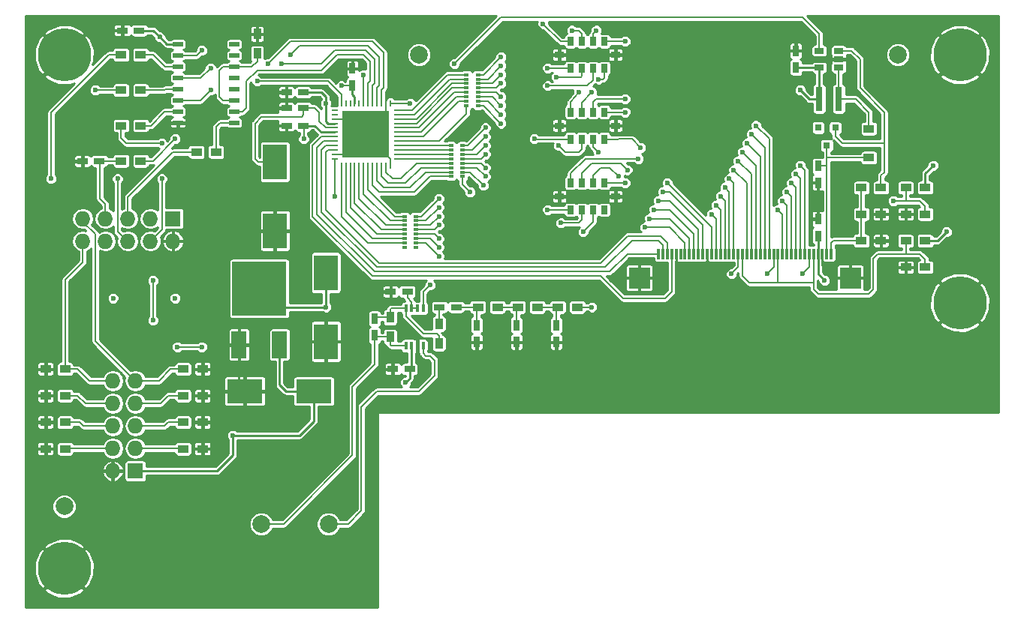
<source format=gbr>
G04 #@! TF.FileFunction,Copper,L1,Top,Signal*
%FSLAX46Y46*%
G04 Gerber Fmt 4.6, Leading zero omitted, Abs format (unit mm)*
G04 Created by KiCad (PCBNEW 4.0.5+dfsg1-4) date Wed Jan 10 10:44:42 2018*
%MOMM*%
%LPD*%
G01*
G04 APERTURE LIST*
%ADD10C,0.100000*%
%ADD11R,2.700020X4.000500*%
%ADD12O,0.750000X0.250000*%
%ADD13O,0.250000X0.750000*%
%ADD14R,5.300000X5.300000*%
%ADD15R,0.600000X0.350000*%
%ADD16R,0.300000X1.200000*%
%ADD17R,2.400000X2.400000*%
%ADD18C,2.000000*%
%ADD19R,0.700000X1.000000*%
%ADD20R,1.000000X0.800000*%
%ADD21R,0.800100X0.800100*%
%ADD22R,0.800000X2.700000*%
%ADD23C,6.000000*%
%ADD24R,1.220000X0.910000*%
%ADD25R,1.200000X0.750000*%
%ADD26R,0.750000X1.200000*%
%ADD27R,4.000500X2.700020*%
%ADD28R,1.200000X0.900000*%
%ADD29R,0.900000X1.200000*%
%ADD30R,1.143000X0.508000*%
%ADD31R,1.651000X3.048000*%
%ADD32R,6.096000X6.096000*%
%ADD33R,0.420000X0.890000*%
%ADD34R,1.060000X0.650000*%
%ADD35R,1.727200X1.727200*%
%ADD36O,1.727200X1.727200*%
%ADD37C,0.600000*%
%ADD38C,0.250000*%
%ADD39C,0.200000*%
%ADD40C,0.254000*%
G04 APERTURE END LIST*
D10*
D11*
X101750000Y-80888740D03*
X101750000Y-73111260D03*
D12*
X115525000Y-69750000D03*
X115525000Y-70250000D03*
X115525000Y-70750000D03*
X115525000Y-71250000D03*
X115525000Y-71750000D03*
X115525000Y-72250000D03*
X115525000Y-72750000D03*
X115525000Y-69250000D03*
X115525000Y-68750000D03*
X115525000Y-68250000D03*
X115525000Y-67750000D03*
X108475000Y-67250000D03*
X108475000Y-67750000D03*
X108475000Y-68250000D03*
X108475000Y-68750000D03*
X108475000Y-69250000D03*
X108475000Y-69750000D03*
X108475000Y-70250000D03*
X108475000Y-70750000D03*
X108475000Y-71250000D03*
X108475000Y-71750000D03*
X108475000Y-72250000D03*
X108475000Y-72750000D03*
D13*
X112250000Y-66475000D03*
X112750000Y-66475000D03*
X113250000Y-66475000D03*
X113750000Y-66475000D03*
X114250000Y-66475000D03*
X114750000Y-66475000D03*
X111750000Y-66475000D03*
X111250000Y-66475000D03*
X110750000Y-66475000D03*
X110250000Y-66475000D03*
X109750000Y-66475000D03*
X109250000Y-66475000D03*
X114750000Y-73525000D03*
X114250000Y-73525000D03*
X113725000Y-73525000D03*
X113250000Y-73525000D03*
X112750000Y-73525000D03*
X112250000Y-73525000D03*
X111750000Y-73525000D03*
X111250000Y-73525000D03*
X110750000Y-73525000D03*
X110250000Y-73525000D03*
X109750000Y-73525000D03*
X109250000Y-73525000D03*
D12*
X115525000Y-67250000D03*
D14*
X112000000Y-70000000D03*
D15*
X116350000Y-79250000D03*
X116350000Y-79750000D03*
X116350000Y-80250000D03*
X116350000Y-80750000D03*
X116350000Y-81250000D03*
X116350000Y-81750000D03*
X116350000Y-82250000D03*
X116350000Y-82750000D03*
X117650000Y-82750000D03*
X117650000Y-82250000D03*
X117650000Y-81750000D03*
X117650000Y-81250000D03*
X117650000Y-80750000D03*
X117650000Y-80250000D03*
X117650000Y-79750000D03*
X117650000Y-79250000D03*
X121600000Y-71250000D03*
X121600000Y-71750000D03*
X121600000Y-72250000D03*
X121600000Y-72750000D03*
X121600000Y-73250000D03*
X121600000Y-73750000D03*
X121600000Y-74250000D03*
X121600000Y-74750000D03*
X122900000Y-74750000D03*
X122900000Y-74250000D03*
X122900000Y-73750000D03*
X122900000Y-73250000D03*
X122900000Y-72750000D03*
X122900000Y-72250000D03*
X122900000Y-71750000D03*
X122900000Y-71250000D03*
X123350000Y-63250000D03*
X123350000Y-63750000D03*
X123350000Y-64250000D03*
X123350000Y-64750000D03*
X123350000Y-65250000D03*
X123350000Y-65750000D03*
X123350000Y-66250000D03*
X123350000Y-66750000D03*
X124650000Y-66750000D03*
X124650000Y-66250000D03*
X124650000Y-65750000D03*
X124650000Y-65250000D03*
X124650000Y-64750000D03*
X124650000Y-64250000D03*
X124650000Y-63750000D03*
X124650000Y-63250000D03*
D16*
X164500000Y-83500000D03*
X164000000Y-83500000D03*
X163500000Y-83500000D03*
X163000000Y-83500000D03*
X162500000Y-83500000D03*
X162000000Y-83500000D03*
X161500000Y-83500000D03*
X161000000Y-83500000D03*
X160500000Y-83500000D03*
X160000000Y-83500000D03*
X159500000Y-83500000D03*
X159000000Y-83500000D03*
X158500000Y-83500000D03*
X158000000Y-83500000D03*
X157500000Y-83500000D03*
X157000000Y-83500000D03*
X156500000Y-83500000D03*
X156000000Y-83500000D03*
X155500000Y-83500000D03*
X155000000Y-83500000D03*
X154500000Y-83500000D03*
X154000000Y-83500000D03*
X153500000Y-83500000D03*
X153000000Y-83500000D03*
X152500000Y-83500000D03*
X152000000Y-83500000D03*
X151500000Y-83500000D03*
X151000000Y-83500000D03*
X150500000Y-83500000D03*
X150000000Y-83500000D03*
X149500000Y-83500000D03*
X149000000Y-83500000D03*
X148500000Y-83500000D03*
X148000000Y-83500000D03*
X147500000Y-83500000D03*
X147000000Y-83500000D03*
X146500000Y-83500000D03*
X146000000Y-83500000D03*
X145500000Y-83500000D03*
X145000000Y-83500000D03*
D17*
X166650000Y-86200000D03*
X142850000Y-86200000D03*
D18*
X100200000Y-114000000D03*
X107800000Y-114000000D03*
D19*
X135095000Y-59476000D03*
X136365000Y-59476000D03*
X137635000Y-59476000D03*
X138905000Y-59476000D03*
X135095000Y-62524000D03*
X136365000Y-62524000D03*
X137635000Y-62524000D03*
X138905000Y-62524000D03*
D20*
X133825000Y-61000000D03*
X140175000Y-61000000D03*
D19*
X135095000Y-67476000D03*
X136365000Y-67476000D03*
X137635000Y-67476000D03*
X138905000Y-67476000D03*
X135095000Y-70524000D03*
X136365000Y-70524000D03*
X137635000Y-70524000D03*
X138905000Y-70524000D03*
D20*
X133825000Y-69000000D03*
X140175000Y-69000000D03*
D19*
X135095000Y-75476000D03*
X136365000Y-75476000D03*
X137635000Y-75476000D03*
X138905000Y-75476000D03*
X135095000Y-78524000D03*
X136365000Y-78524000D03*
X137635000Y-78524000D03*
X138905000Y-78524000D03*
D20*
X133825000Y-77000000D03*
X140175000Y-77000000D03*
D21*
X164950000Y-69249240D03*
X163050000Y-69249240D03*
X164000000Y-71248220D03*
D22*
X163150000Y-66000000D03*
X165350000Y-66000000D03*
D23*
X179000000Y-61000000D03*
X179000000Y-89000000D03*
X78000000Y-61000000D03*
X78000000Y-119000000D03*
D24*
X168750000Y-72635000D03*
X168750000Y-69365000D03*
D25*
X81950000Y-73000000D03*
X80050000Y-73000000D03*
X104950000Y-67000000D03*
X103050000Y-67000000D03*
D26*
X110500000Y-64450000D03*
X110500000Y-62550000D03*
D27*
X98361260Y-99000000D03*
X106138740Y-99000000D03*
D25*
X104950000Y-69000000D03*
X103050000Y-69000000D03*
D26*
X129000000Y-91550000D03*
X129000000Y-93450000D03*
D25*
X104950000Y-65250000D03*
X103050000Y-65250000D03*
D26*
X124500000Y-91550000D03*
X124500000Y-93450000D03*
D25*
X120300000Y-89500000D03*
X122200000Y-89500000D03*
X116700000Y-87750000D03*
X114800000Y-87750000D03*
D26*
X160500000Y-62450000D03*
X160500000Y-60550000D03*
X113000000Y-92700000D03*
X113000000Y-90800000D03*
D25*
X115050000Y-96500000D03*
X116950000Y-96500000D03*
D26*
X163000000Y-73550000D03*
X163000000Y-75450000D03*
D28*
X91400000Y-105500000D03*
X93600000Y-105500000D03*
X91400000Y-102500000D03*
X93600000Y-102500000D03*
X91400000Y-99500000D03*
X93600000Y-99500000D03*
X91400000Y-96500000D03*
X93600000Y-96500000D03*
X78100000Y-96500000D03*
X75900000Y-96500000D03*
X78100000Y-99500000D03*
X75900000Y-99500000D03*
X78100000Y-102500000D03*
X75900000Y-102500000D03*
X78100000Y-105500000D03*
X75900000Y-105500000D03*
X86600000Y-61000000D03*
X84400000Y-61000000D03*
X86600000Y-65000000D03*
X84400000Y-65000000D03*
X86600000Y-73000000D03*
X84400000Y-73000000D03*
X86600000Y-69000000D03*
X84400000Y-69000000D03*
X95100000Y-72000000D03*
X92900000Y-72000000D03*
D29*
X99750000Y-60850000D03*
X99750000Y-58650000D03*
D28*
X133650000Y-89500000D03*
X135850000Y-89500000D03*
X129150000Y-89500000D03*
X131350000Y-89500000D03*
X124650000Y-89500000D03*
X126850000Y-89500000D03*
D29*
X120250000Y-93600000D03*
X120250000Y-91400000D03*
X114750000Y-92850000D03*
X114750000Y-90650000D03*
D28*
X170100000Y-76000000D03*
X167900000Y-76000000D03*
X167900000Y-79000000D03*
X170100000Y-79000000D03*
X167900000Y-82000000D03*
X170100000Y-82000000D03*
X172900000Y-76000000D03*
X175100000Y-76000000D03*
X172900000Y-79000000D03*
X175100000Y-79000000D03*
X172900000Y-82000000D03*
X175100000Y-82000000D03*
D30*
X97175000Y-59805000D03*
X97175000Y-62345000D03*
X97175000Y-63615000D03*
X97175000Y-64885000D03*
X97175000Y-66155000D03*
X97175000Y-67425000D03*
X97175000Y-68695000D03*
X90825000Y-68695000D03*
X90825000Y-67425000D03*
X90825000Y-66155000D03*
X90825000Y-64885000D03*
X90825000Y-63615000D03*
X90825000Y-62345000D03*
X90825000Y-61075000D03*
X90825000Y-59805000D03*
X97175000Y-61075000D03*
D31*
X97714000Y-93750000D03*
D32*
X100000000Y-87400000D03*
D31*
X102286000Y-93750000D03*
D33*
X118475000Y-89645000D03*
X117825000Y-89645000D03*
X117175000Y-89645000D03*
X116525000Y-89645000D03*
X116525000Y-93855000D03*
X117175000Y-93855000D03*
X117825000Y-93855000D03*
X118475000Y-93855000D03*
D34*
X165350000Y-62450000D03*
X165350000Y-61500000D03*
X165350000Y-60550000D03*
X163150000Y-60550000D03*
X163150000Y-62450000D03*
D35*
X90250000Y-79500000D03*
D36*
X90250000Y-82040000D03*
X87710000Y-79500000D03*
X87710000Y-82040000D03*
X85170000Y-79500000D03*
X85170000Y-82040000D03*
X82630000Y-79500000D03*
X82630000Y-82040000D03*
X80090000Y-79500000D03*
X80090000Y-82040000D03*
D35*
X86000000Y-108000000D03*
D36*
X83460000Y-108000000D03*
X86000000Y-105460000D03*
X83460000Y-105460000D03*
X86000000Y-102920000D03*
X83460000Y-102920000D03*
X86000000Y-100380000D03*
X83460000Y-100380000D03*
X86000000Y-97840000D03*
X83460000Y-97840000D03*
D28*
X172900000Y-85000000D03*
X175100000Y-85000000D03*
D11*
X107500000Y-93388740D03*
X107500000Y-85611260D03*
D26*
X133500000Y-91550000D03*
X133500000Y-93450000D03*
X163000000Y-81450000D03*
X163000000Y-79550000D03*
D25*
X86450000Y-58250000D03*
X84550000Y-58250000D03*
D18*
X172000000Y-61000000D03*
X118000000Y-61000000D03*
X78000000Y-112000000D03*
D37*
X90500000Y-88500000D03*
X83500000Y-88500000D03*
X107500000Y-89500000D03*
X163750000Y-86500000D03*
X177500000Y-81000000D03*
X109250000Y-64500000D03*
X107500000Y-66500000D03*
X105000000Y-70500000D03*
X176000000Y-73500000D03*
X88750000Y-59000000D03*
X160500000Y-58750000D03*
X74000000Y-105500000D03*
X95500000Y-105500000D03*
X167000000Y-62250000D03*
X163000000Y-77500000D03*
X82750000Y-58250000D03*
X99750000Y-57000000D03*
X97500000Y-79000000D03*
X101000000Y-69000000D03*
X101000000Y-67000000D03*
X101000000Y-65250000D03*
X109000000Y-62500000D03*
X77750000Y-73000000D03*
X113000000Y-87750000D03*
X114500000Y-94750000D03*
X124500000Y-95500000D03*
X129000000Y-95500000D03*
X133500000Y-95500000D03*
X118500000Y-95750000D03*
X150500000Y-86250000D03*
X148250000Y-86250000D03*
X112000000Y-70000000D03*
X114750000Y-65500000D03*
X132500000Y-61000000D03*
X141250000Y-61000000D03*
X132500000Y-69000000D03*
X141250000Y-69000000D03*
X132500000Y-77000000D03*
X141500000Y-77000000D03*
X140500000Y-86750000D03*
X145500000Y-85500000D03*
X161000000Y-65000000D03*
X116500000Y-98000000D03*
X97000000Y-104000000D03*
X88000000Y-91000000D03*
X88000000Y-86500000D03*
X161000000Y-73500000D03*
X132000000Y-57500000D03*
X127250000Y-61250000D03*
X160500000Y-74500000D03*
X127250000Y-62250000D03*
X135250000Y-58250000D03*
X160000000Y-75500000D03*
X127250000Y-63250000D03*
X138000000Y-58250000D03*
X159500000Y-76500000D03*
X127250000Y-64250000D03*
X141250000Y-59500000D03*
X159000000Y-77500000D03*
X127250000Y-65750000D03*
X132500000Y-62500000D03*
X158500000Y-78500000D03*
X127250000Y-66750000D03*
X133500000Y-63500000D03*
X156000000Y-69000000D03*
X127250000Y-67750000D03*
X132500000Y-64500000D03*
X155500000Y-70000000D03*
X127250000Y-68750000D03*
X138250000Y-63750000D03*
X125500000Y-69250000D03*
X136000000Y-65250000D03*
X155000000Y-71000000D03*
X125500000Y-70250000D03*
X137500000Y-65250000D03*
X154500000Y-72000000D03*
X125500000Y-71250000D03*
X141250000Y-66000000D03*
X154000000Y-73000000D03*
X125500000Y-72250000D03*
X141250000Y-67500000D03*
X153500000Y-74000000D03*
X125500000Y-73750000D03*
X131000000Y-70500000D03*
X153000000Y-75000000D03*
X125500000Y-74750000D03*
X133750000Y-71250000D03*
X152500000Y-76000000D03*
X125250000Y-75750000D03*
X138250000Y-72000000D03*
X152000000Y-77000000D03*
X123750000Y-76500000D03*
X151500000Y-78000000D03*
X143000000Y-71500000D03*
X151000000Y-79000000D03*
X120250000Y-77250000D03*
X142750000Y-72750000D03*
X146000000Y-75500000D03*
X120250000Y-78250000D03*
X141500000Y-74000000D03*
X145500000Y-76500000D03*
X120250000Y-79250000D03*
X140500000Y-74750000D03*
X145000000Y-77500000D03*
X120250000Y-80250000D03*
X141250000Y-75500000D03*
X144500000Y-78500000D03*
X120250000Y-81750000D03*
X132500000Y-78500000D03*
X144000000Y-79500000D03*
X120250000Y-82750000D03*
X134000000Y-80000000D03*
X136500000Y-81000000D03*
X143500000Y-80500000D03*
X120250000Y-83750000D03*
X89000000Y-71000000D03*
X89000000Y-75000000D03*
X171500000Y-77500000D03*
X153250000Y-85750000D03*
X161250000Y-85750000D03*
X157250000Y-85750000D03*
X81500000Y-65000000D03*
X93500000Y-94000000D03*
X90750000Y-94000000D03*
X84000000Y-75000000D03*
X76500000Y-75000000D03*
X103500000Y-61000000D03*
X90500000Y-70500000D03*
X117000000Y-66500000D03*
X137500000Y-89500000D03*
X102500000Y-62000000D03*
X94500000Y-65000000D03*
X101000000Y-62000000D03*
X94500000Y-62500000D03*
X99750000Y-64000000D03*
X93500000Y-60500000D03*
X122000000Y-62000000D03*
X108500000Y-77000000D03*
X119250000Y-87000000D03*
X111750000Y-63250000D03*
D38*
X102100000Y-89500000D02*
X107500000Y-89500000D01*
X107500000Y-89500000D02*
X107500000Y-85611260D01*
X102100000Y-89500000D02*
X100000000Y-87400000D01*
X163000000Y-85750000D02*
X163750000Y-86500000D01*
X163000000Y-85750000D02*
X163000000Y-83500000D01*
X176500000Y-82000000D02*
X177500000Y-81000000D01*
X176500000Y-82000000D02*
X175100000Y-82000000D01*
D39*
X109250000Y-64500000D02*
X110450000Y-64500000D01*
X105000000Y-70500000D02*
X105000000Y-69050000D01*
D38*
X175100000Y-74400000D02*
X175100000Y-76000000D01*
X175100000Y-74400000D02*
X176000000Y-73500000D01*
X163000000Y-83500000D02*
X163000000Y-81450000D01*
X88750000Y-59000000D02*
X88000000Y-58250000D01*
X89555000Y-59805000D02*
X88750000Y-59000000D01*
X90825000Y-59805000D02*
X89555000Y-59805000D01*
X88000000Y-58250000D02*
X86450000Y-58250000D01*
X102100000Y-89500000D02*
X100000000Y-87400000D01*
D39*
X105000000Y-69050000D02*
X104950000Y-69000000D01*
D38*
X108475000Y-69750000D02*
X107000000Y-69750000D01*
X106250000Y-69000000D02*
X104950000Y-69000000D01*
X107000000Y-69750000D02*
X106250000Y-69000000D01*
D39*
X110450000Y-64500000D02*
X110500000Y-64450000D01*
D38*
X110750000Y-66475000D02*
X110750000Y-65750000D01*
X110500000Y-65500000D02*
X110500000Y-64450000D01*
X110750000Y-65750000D02*
X110500000Y-65500000D01*
X108475000Y-68750000D02*
X107750000Y-68750000D01*
X107000000Y-65250000D02*
X104950000Y-65250000D01*
X107500000Y-65750000D02*
X107000000Y-65250000D01*
X107500000Y-68500000D02*
X107500000Y-66500000D01*
X107500000Y-66500000D02*
X107500000Y-65750000D01*
X107750000Y-68750000D02*
X107500000Y-68500000D01*
X163500000Y-83500000D02*
X163500000Y-84750000D01*
X164950000Y-86200000D02*
X166650000Y-86200000D01*
X163500000Y-84750000D02*
X164950000Y-86200000D01*
X160500000Y-60550000D02*
X160500000Y-58750000D01*
X75900000Y-105500000D02*
X74000000Y-105500000D01*
X93600000Y-105500000D02*
X95500000Y-105500000D01*
X93600000Y-102500000D02*
X93600000Y-105500000D01*
X93600000Y-99500000D02*
X93600000Y-102500000D01*
X93600000Y-96500000D02*
X93600000Y-99500000D01*
X75900000Y-102500000D02*
X75900000Y-105500000D01*
X75900000Y-99500000D02*
X75900000Y-102500000D01*
X75900000Y-96500000D02*
X75900000Y-99500000D01*
X165350000Y-61500000D02*
X166250000Y-61500000D01*
X166250000Y-61500000D02*
X167000000Y-62250000D01*
X170100000Y-79000000D02*
X170100000Y-80500000D01*
X170100000Y-80500000D02*
X170100000Y-82000000D01*
X172900000Y-79000000D02*
X171500000Y-79000000D01*
X171500000Y-79000000D02*
X170100000Y-79000000D01*
X163000000Y-79550000D02*
X163000000Y-77500000D01*
X163000000Y-77500000D02*
X163000000Y-75450000D01*
X84550000Y-58250000D02*
X82750000Y-58250000D01*
X99750000Y-58650000D02*
X99750000Y-57000000D01*
X97500000Y-79000000D02*
X95750000Y-79000000D01*
X99388740Y-80888740D02*
X97500000Y-79000000D01*
X101750000Y-80888740D02*
X99388740Y-80888740D01*
X92710000Y-82040000D02*
X90250000Y-82040000D01*
X95750000Y-79000000D02*
X92710000Y-82040000D01*
X103050000Y-69000000D02*
X101000000Y-69000000D01*
X103050000Y-67000000D02*
X101000000Y-67000000D01*
X103050000Y-65250000D02*
X101000000Y-65250000D01*
X110500000Y-62550000D02*
X109050000Y-62550000D01*
X109050000Y-62550000D02*
X109000000Y-62500000D01*
X80050000Y-73000000D02*
X77750000Y-73000000D01*
X97714000Y-93750000D02*
X97714000Y-98352740D01*
X97714000Y-98352740D02*
X98361260Y-99000000D01*
X114800000Y-87750000D02*
X113000000Y-87750000D01*
X115050000Y-96500000D02*
X115050000Y-95300000D01*
X115050000Y-95300000D02*
X114500000Y-94750000D01*
X124500000Y-93450000D02*
X124500000Y-95500000D01*
X129000000Y-93450000D02*
X129000000Y-95500000D01*
X133500000Y-93450000D02*
X133500000Y-95500000D01*
X117825000Y-94105000D02*
X117825000Y-95075000D01*
X117825000Y-95075000D02*
X118500000Y-95750000D01*
D39*
X110250000Y-68250000D02*
X112000000Y-70000000D01*
D38*
X150500000Y-83500000D02*
X150500000Y-86250000D01*
X147000000Y-83500000D02*
X147000000Y-85000000D01*
X147000000Y-85000000D02*
X148250000Y-86250000D01*
D39*
X114750000Y-73525000D02*
X114750000Y-72750000D01*
X114750000Y-72750000D02*
X112000000Y-70000000D01*
X108475000Y-72250000D02*
X109750000Y-72250000D01*
X109750000Y-72250000D02*
X112000000Y-70000000D01*
X114250000Y-66475000D02*
X114250000Y-67750000D01*
X114250000Y-67750000D02*
X112000000Y-70000000D01*
X108475000Y-68250000D02*
X110250000Y-68250000D01*
X114250000Y-66475000D02*
X114250000Y-66000000D01*
X114250000Y-66000000D02*
X114750000Y-65500000D01*
X133825000Y-61000000D02*
X132500000Y-61000000D01*
X140175000Y-61000000D02*
X141250000Y-61000000D01*
X133825000Y-69000000D02*
X132500000Y-69000000D01*
X140175000Y-69000000D02*
X141250000Y-69000000D01*
X133825000Y-77000000D02*
X132500000Y-77000000D01*
X140175000Y-77000000D02*
X141500000Y-77000000D01*
X142850000Y-86200000D02*
X141050000Y-86200000D01*
X141050000Y-86200000D02*
X140500000Y-86750000D01*
X142850000Y-86200000D02*
X144800000Y-86200000D01*
X144800000Y-86200000D02*
X145500000Y-85500000D01*
X104950000Y-67000000D02*
X104950000Y-67800000D01*
X99861260Y-73111260D02*
X101750000Y-73111260D01*
X99500000Y-72750000D02*
X99861260Y-73111260D01*
X99500000Y-68750000D02*
X99500000Y-72750000D01*
X100250000Y-68000000D02*
X99500000Y-68750000D01*
X104750000Y-68000000D02*
X100250000Y-68000000D01*
X104950000Y-67800000D02*
X104750000Y-68000000D01*
X108475000Y-69250000D02*
X107500000Y-69250000D01*
X106250000Y-67000000D02*
X104950000Y-67000000D01*
X106750000Y-67500000D02*
X106250000Y-67000000D01*
X106750000Y-68500000D02*
X106750000Y-67500000D01*
X107500000Y-69250000D02*
X106750000Y-68500000D01*
D38*
X162000000Y-66000000D02*
X161000000Y-65000000D01*
X162000000Y-66000000D02*
X163150000Y-66000000D01*
X116950000Y-97550000D02*
X116500000Y-98000000D01*
X116950000Y-97550000D02*
X116950000Y-96500000D01*
X163150000Y-66000000D02*
X163150000Y-62450000D01*
X163150000Y-62450000D02*
X160500000Y-62450000D01*
X102286000Y-93750000D02*
X102286000Y-98286000D01*
X103000000Y-99000000D02*
X106138740Y-99000000D01*
X102286000Y-98286000D02*
X103000000Y-99000000D01*
X86000000Y-108000000D02*
X95250000Y-108000000D01*
X106138740Y-102361260D02*
X104500000Y-104000000D01*
X104500000Y-104000000D02*
X97000000Y-104000000D01*
X106138740Y-102361260D02*
X106138740Y-99000000D01*
X97000000Y-106250000D02*
X97000000Y-104000000D01*
X95250000Y-108000000D02*
X97000000Y-106250000D01*
X117175000Y-93855000D02*
X117175000Y-96275000D01*
X117175000Y-96275000D02*
X116950000Y-96500000D01*
D39*
X120250000Y-91400000D02*
X120250000Y-89550000D01*
X120250000Y-89550000D02*
X120300000Y-89500000D01*
X113000000Y-92700000D02*
X113000000Y-96000000D01*
X102750000Y-114000000D02*
X100200000Y-114000000D01*
X110500000Y-106250000D02*
X102750000Y-114000000D01*
X110500000Y-98500000D02*
X110500000Y-106250000D01*
X113000000Y-96000000D02*
X110500000Y-98500000D01*
X114750000Y-92850000D02*
X113150000Y-92850000D01*
X113150000Y-92850000D02*
X113000000Y-92700000D01*
X114750000Y-92850000D02*
X114750000Y-93750000D01*
X114855000Y-93855000D02*
X116525000Y-93855000D01*
X114750000Y-93750000D02*
X114855000Y-93855000D01*
X165350000Y-62450000D02*
X165350000Y-66000000D01*
X165350000Y-66000000D02*
X167250000Y-66000000D01*
X168750000Y-67500000D02*
X168750000Y-69365000D01*
X167250000Y-66000000D02*
X168750000Y-67500000D01*
X170500000Y-71000000D02*
X165750000Y-71000000D01*
X164950000Y-70200000D02*
X165750000Y-71000000D01*
X164950000Y-70200000D02*
X164950000Y-69249240D01*
X170500000Y-74250000D02*
X170500000Y-71000000D01*
X170500000Y-71000000D02*
X170500000Y-67500000D01*
X170500000Y-74250000D02*
X170100000Y-74650000D01*
X170100000Y-76000000D02*
X170100000Y-74650000D01*
X166800000Y-60550000D02*
X165350000Y-60550000D01*
X167750000Y-61500000D02*
X166800000Y-60550000D01*
X167750000Y-64750000D02*
X167750000Y-61500000D01*
X170500000Y-67500000D02*
X167750000Y-64750000D01*
X107800000Y-114000000D02*
X110000000Y-114000000D01*
X118000000Y-99000000D02*
X113250000Y-99000000D01*
X113250000Y-99000000D02*
X111500000Y-100750000D01*
X111500000Y-100750000D02*
X111500000Y-112500000D01*
X119750000Y-95500000D02*
X119750000Y-97250000D01*
X118475000Y-94725000D02*
X118750000Y-95000000D01*
X118750000Y-95000000D02*
X119250000Y-95000000D01*
X119250000Y-95000000D02*
X119750000Y-95500000D01*
X118475000Y-94725000D02*
X118475000Y-93855000D01*
X119750000Y-97250000D02*
X118000000Y-99000000D01*
X110000000Y-114000000D02*
X111500000Y-112500000D01*
X92900000Y-72000000D02*
X90250000Y-72000000D01*
X85170000Y-77080000D02*
X85170000Y-79500000D01*
X90250000Y-72000000D02*
X85170000Y-77080000D01*
X88000000Y-91000000D02*
X88000000Y-86500000D01*
X86000000Y-102920000D02*
X89330000Y-102920000D01*
X89750000Y-102500000D02*
X91400000Y-102500000D01*
X89330000Y-102920000D02*
X89750000Y-102500000D01*
X114250000Y-73525000D02*
X114250000Y-74250000D01*
X114250000Y-74250000D02*
X115000000Y-75000000D01*
X115000000Y-75000000D02*
X116000000Y-75000000D01*
X116000000Y-75000000D02*
X117750000Y-73250000D01*
X117750000Y-73250000D02*
X121600000Y-73250000D01*
X113725000Y-73525000D02*
X113725000Y-74725000D01*
X113725000Y-74725000D02*
X114500000Y-75500000D01*
X114500000Y-75500000D02*
X116500000Y-75500000D01*
X116500000Y-75500000D02*
X118250000Y-73750000D01*
X118250000Y-73750000D02*
X121600000Y-73750000D01*
X113250000Y-73525000D02*
X113250000Y-75250000D01*
X113250000Y-75250000D02*
X114000000Y-76000000D01*
X114000000Y-76000000D02*
X117000000Y-76000000D01*
X117000000Y-76000000D02*
X118750000Y-74250000D01*
X118750000Y-74250000D02*
X121600000Y-74250000D01*
X112750000Y-73525000D02*
X112750000Y-75750000D01*
X112750000Y-75750000D02*
X113500000Y-76500000D01*
X113500000Y-76500000D02*
X117500000Y-76500000D01*
X117500000Y-76500000D02*
X119250000Y-74750000D01*
X119250000Y-74750000D02*
X121600000Y-74750000D01*
X112250000Y-73525000D02*
X112250000Y-76250000D01*
X112250000Y-76250000D02*
X115250000Y-79250000D01*
X115250000Y-79250000D02*
X116350000Y-79250000D01*
X111750000Y-73525000D02*
X111750000Y-76750000D01*
X114750000Y-79750000D02*
X116350000Y-79750000D01*
X111750000Y-76750000D02*
X114750000Y-79750000D01*
X161500000Y-83500000D02*
X161500000Y-74000000D01*
X161500000Y-74000000D02*
X161000000Y-73500000D01*
X134000000Y-59500000D02*
X132000000Y-57500000D01*
X124650000Y-63250000D02*
X125250000Y-63250000D01*
X125250000Y-63250000D02*
X127250000Y-61250000D01*
X134000000Y-59500000D02*
X135095000Y-59476000D01*
X161000000Y-83500000D02*
X161000000Y-75000000D01*
X161000000Y-75000000D02*
X160500000Y-74500000D01*
X124650000Y-63750000D02*
X125750000Y-63750000D01*
X125750000Y-63750000D02*
X127250000Y-62250000D01*
X136365000Y-59476000D02*
X136365000Y-58615000D01*
X136000000Y-58250000D02*
X135250000Y-58250000D01*
X136365000Y-58615000D02*
X136000000Y-58250000D01*
X160500000Y-76000000D02*
X160000000Y-75500000D01*
X160500000Y-76000000D02*
X160500000Y-83500000D01*
X124650000Y-64250000D02*
X126250000Y-64250000D01*
X126250000Y-64250000D02*
X127250000Y-63250000D01*
X137635000Y-59476000D02*
X137635000Y-58615000D01*
X137635000Y-58615000D02*
X138000000Y-58250000D01*
X160000000Y-77000000D02*
X159500000Y-76500000D01*
X160000000Y-77000000D02*
X160000000Y-83500000D01*
X126750000Y-64750000D02*
X127250000Y-64250000D01*
X126750000Y-64750000D02*
X124650000Y-64750000D01*
X138905000Y-59476000D02*
X141226000Y-59476000D01*
X141226000Y-59476000D02*
X141250000Y-59500000D01*
X159500000Y-83500000D02*
X159500000Y-78000000D01*
X159500000Y-78000000D02*
X159000000Y-77500000D01*
X124650000Y-65250000D02*
X126750000Y-65250000D01*
X126750000Y-65250000D02*
X127250000Y-65750000D01*
X135095000Y-62524000D02*
X132524000Y-62524000D01*
X132524000Y-62524000D02*
X132500000Y-62500000D01*
X159000000Y-79000000D02*
X158500000Y-78500000D01*
X159000000Y-79000000D02*
X159000000Y-83500000D01*
X124650000Y-65750000D02*
X126250000Y-65750000D01*
X126250000Y-65750000D02*
X127250000Y-66750000D01*
X136365000Y-62524000D02*
X136365000Y-63385000D01*
X136250000Y-63500000D02*
X133500000Y-63500000D01*
X136365000Y-63385000D02*
X136250000Y-63500000D01*
X157500000Y-83500000D02*
X157500000Y-70500000D01*
X157500000Y-70500000D02*
X156000000Y-69000000D01*
X124650000Y-66250000D02*
X125750000Y-66250000D01*
X125750000Y-66250000D02*
X127250000Y-67750000D01*
X137635000Y-62524000D02*
X137635000Y-63865000D01*
X137000000Y-64500000D02*
X132500000Y-64500000D01*
X137635000Y-63865000D02*
X137000000Y-64500000D01*
X157000000Y-83500000D02*
X157000000Y-71500000D01*
X157000000Y-71500000D02*
X155500000Y-70000000D01*
X124650000Y-66750000D02*
X125250000Y-66750000D01*
X125250000Y-66750000D02*
X127250000Y-68750000D01*
X138905000Y-63595000D02*
X138750000Y-63750000D01*
X138750000Y-63750000D02*
X138250000Y-63750000D01*
X138905000Y-63595000D02*
X138905000Y-62524000D01*
X122900000Y-71250000D02*
X123500000Y-71250000D01*
X123500000Y-71250000D02*
X125500000Y-69250000D01*
X135095000Y-66345000D02*
X136000000Y-65250000D01*
X156500000Y-83500000D02*
X156500000Y-72500000D01*
X156500000Y-72500000D02*
X155000000Y-71000000D01*
X135095000Y-67476000D02*
X135095000Y-66345000D01*
X124000000Y-71750000D02*
X122900000Y-71750000D01*
X124000000Y-71750000D02*
X125500000Y-70250000D01*
X136365000Y-66385000D02*
X137500000Y-65250000D01*
X156000000Y-83500000D02*
X156000000Y-73500000D01*
X156000000Y-73500000D02*
X154500000Y-72000000D01*
X136365000Y-67476000D02*
X136365000Y-66385000D01*
X124500000Y-72250000D02*
X125500000Y-71250000D01*
X122900000Y-72250000D02*
X124500000Y-72250000D01*
X138000000Y-66000000D02*
X141250000Y-66000000D01*
X155500000Y-83500000D02*
X155500000Y-74500000D01*
X155500000Y-74500000D02*
X154000000Y-73000000D01*
X137635000Y-66365000D02*
X138000000Y-66000000D01*
X137635000Y-66365000D02*
X137635000Y-67476000D01*
X125000000Y-72750000D02*
X122900000Y-72750000D01*
X125000000Y-72750000D02*
X125500000Y-72250000D01*
X155000000Y-83500000D02*
X155000000Y-75500000D01*
X155000000Y-75500000D02*
X153500000Y-74000000D01*
X141226000Y-67476000D02*
X141250000Y-67500000D01*
X141226000Y-67476000D02*
X138905000Y-67476000D01*
X122900000Y-73250000D02*
X125000000Y-73250000D01*
X125000000Y-73250000D02*
X125500000Y-73750000D01*
X131024000Y-70524000D02*
X131000000Y-70500000D01*
X153500000Y-83500000D02*
X153500000Y-75500000D01*
X153500000Y-75500000D02*
X153000000Y-75000000D01*
X135095000Y-70524000D02*
X131024000Y-70524000D01*
X124500000Y-73750000D02*
X122900000Y-73750000D01*
X124500000Y-73750000D02*
X125500000Y-74750000D01*
X153000000Y-83500000D02*
X153000000Y-76500000D01*
X153000000Y-76500000D02*
X152500000Y-76000000D01*
X136365000Y-70524000D02*
X136365000Y-71635000D01*
X134500000Y-72000000D02*
X133750000Y-71250000D01*
X136000000Y-72000000D02*
X134500000Y-72000000D01*
X136365000Y-71635000D02*
X136000000Y-72000000D01*
X123000000Y-74250000D02*
X123750000Y-74250000D01*
X123750000Y-74250000D02*
X125250000Y-75750000D01*
X152500000Y-83500000D02*
X152500000Y-77500000D01*
X152500000Y-77500000D02*
X152000000Y-77000000D01*
X137635000Y-70524000D02*
X137635000Y-71385000D01*
X137635000Y-71385000D02*
X138250000Y-72000000D01*
X122900000Y-74750000D02*
X122900000Y-75650000D01*
X122900000Y-75650000D02*
X123750000Y-76500000D01*
X152000000Y-83500000D02*
X152000000Y-78500000D01*
X152000000Y-78500000D02*
X151500000Y-78000000D01*
X138905000Y-70524000D02*
X142000000Y-70500000D01*
X142000000Y-70500000D02*
X143000000Y-71500000D01*
X151500000Y-83500000D02*
X151500000Y-79500000D01*
X151500000Y-79500000D02*
X151000000Y-79000000D01*
X118250000Y-79250000D02*
X117650000Y-79250000D01*
X118250000Y-79250000D02*
X120250000Y-77250000D01*
X142750000Y-72750000D02*
X136750000Y-72750000D01*
X135095000Y-74405000D02*
X136750000Y-72750000D01*
X135095000Y-74405000D02*
X135095000Y-75476000D01*
X151000000Y-83500000D02*
X151000000Y-80500000D01*
X151000000Y-80500000D02*
X146000000Y-75500000D01*
X118750000Y-79750000D02*
X120250000Y-78250000D01*
X118750000Y-79750000D02*
X117650000Y-79750000D01*
X140750000Y-73250000D02*
X137500000Y-73250000D01*
X141500000Y-74000000D02*
X140750000Y-73250000D01*
X136365000Y-74385000D02*
X136365000Y-75476000D01*
X137500000Y-73250000D02*
X136365000Y-74385000D01*
X150000000Y-83500000D02*
X150000000Y-80250000D01*
X146250000Y-76500000D02*
X145500000Y-76500000D01*
X150000000Y-80250000D02*
X146250000Y-76500000D01*
X119250000Y-80250000D02*
X117650000Y-80250000D01*
X119250000Y-80250000D02*
X120250000Y-79250000D01*
X139500000Y-73750000D02*
X140500000Y-74750000D01*
X139500000Y-73750000D02*
X138500000Y-73750000D01*
X138500000Y-73750000D02*
X137635000Y-74615000D01*
X137635000Y-75476000D02*
X137635000Y-74615000D01*
X149500000Y-83500000D02*
X149500000Y-80750000D01*
X146250000Y-77500000D02*
X145000000Y-77500000D01*
X149500000Y-80750000D02*
X146250000Y-77500000D01*
X119750000Y-80750000D02*
X120250000Y-80250000D01*
X119750000Y-80750000D02*
X117650000Y-80750000D01*
X141226000Y-75476000D02*
X138905000Y-75476000D01*
X141250000Y-75500000D02*
X141226000Y-75476000D01*
X149000000Y-83500000D02*
X149000000Y-81250000D01*
X146250000Y-78500000D02*
X144500000Y-78500000D01*
X149000000Y-81250000D02*
X146250000Y-78500000D01*
X117650000Y-81250000D02*
X119750000Y-81250000D01*
X119750000Y-81250000D02*
X120250000Y-81750000D01*
X132524000Y-78524000D02*
X132500000Y-78500000D01*
X132524000Y-78524000D02*
X135095000Y-78524000D01*
X148500000Y-83500000D02*
X148500000Y-81750000D01*
X146250000Y-79500000D02*
X144000000Y-79500000D01*
X148500000Y-81750000D02*
X146250000Y-79500000D01*
X119250000Y-81750000D02*
X120250000Y-82750000D01*
X119250000Y-81750000D02*
X117650000Y-81750000D01*
X136365000Y-78524000D02*
X136365000Y-79635000D01*
X136000000Y-80000000D02*
X134000000Y-80000000D01*
X136365000Y-79635000D02*
X136000000Y-80000000D01*
X137635000Y-79635000D02*
X137635000Y-79865000D01*
X137635000Y-78524000D02*
X137635000Y-79635000D01*
X137635000Y-79865000D02*
X136500000Y-81000000D01*
X148000000Y-83500000D02*
X148000000Y-82250000D01*
X118750000Y-82250000D02*
X117650000Y-82250000D01*
X118750000Y-82250000D02*
X120250000Y-83750000D01*
X146250000Y-80500000D02*
X143500000Y-80500000D01*
X148000000Y-82250000D02*
X146250000Y-80500000D01*
X108475000Y-70250000D02*
X107000000Y-70250000D01*
X146500000Y-87750000D02*
X146500000Y-83500000D01*
X145750000Y-88500000D02*
X141000000Y-88500000D01*
X146500000Y-87750000D02*
X145750000Y-88500000D01*
X141000000Y-88500000D02*
X138500000Y-86000000D01*
X112750000Y-86000000D02*
X138500000Y-86000000D01*
X106000000Y-79250000D02*
X112750000Y-86000000D01*
X106000000Y-71250000D02*
X106000000Y-79250000D01*
X107000000Y-70250000D02*
X106000000Y-71250000D01*
X138500000Y-84500000D02*
X113500000Y-84500000D01*
X146000000Y-82250000D02*
X145250000Y-81500000D01*
X146000000Y-83500000D02*
X146000000Y-82250000D01*
X141500000Y-81500000D02*
X138500000Y-84500000D01*
X145250000Y-81500000D02*
X141500000Y-81500000D01*
X107750000Y-71750000D02*
X107500000Y-72000000D01*
X107500000Y-72000000D02*
X107500000Y-78500000D01*
X107500000Y-78500000D02*
X113500000Y-84500000D01*
X107750000Y-71750000D02*
X108475000Y-71750000D01*
X108475000Y-71250000D02*
X107500000Y-71250000D01*
X145500000Y-82500000D02*
X145000000Y-82000000D01*
X145000000Y-82000000D02*
X142000000Y-82000000D01*
X142000000Y-82000000D02*
X139000000Y-85000000D01*
X145500000Y-82500000D02*
X145500000Y-83500000D01*
X113250000Y-85000000D02*
X139000000Y-85000000D01*
X107000000Y-78750000D02*
X113250000Y-85000000D01*
X107000000Y-71750000D02*
X107000000Y-78750000D01*
X107500000Y-71250000D02*
X107000000Y-71750000D01*
X108475000Y-70750000D02*
X107250000Y-70750000D01*
X141500000Y-83500000D02*
X145000000Y-83500000D01*
X141500000Y-83500000D02*
X139500000Y-85500000D01*
X113000000Y-85500000D02*
X139500000Y-85500000D01*
X106500000Y-79000000D02*
X113000000Y-85500000D01*
X106500000Y-71500000D02*
X106500000Y-79000000D01*
X107250000Y-70750000D02*
X106500000Y-71500000D01*
X115525000Y-67250000D02*
X117250000Y-67250000D01*
X121250000Y-63250000D02*
X123350000Y-63250000D01*
X117250000Y-67250000D02*
X121250000Y-63250000D01*
X115525000Y-67750000D02*
X117500000Y-67750000D01*
X121500000Y-63750000D02*
X123350000Y-63750000D01*
X117500000Y-67750000D02*
X121500000Y-63750000D01*
X115525000Y-68250000D02*
X117750000Y-68250000D01*
X121750000Y-64250000D02*
X123350000Y-64250000D01*
X117750000Y-68250000D02*
X121750000Y-64250000D01*
X115525000Y-68750000D02*
X117750000Y-68750000D01*
X121750000Y-64750000D02*
X123350000Y-64750000D01*
X117750000Y-68750000D02*
X121750000Y-64750000D01*
X115525000Y-69250000D02*
X118000000Y-69250000D01*
X122000000Y-65250000D02*
X123350000Y-65250000D01*
X118000000Y-69250000D02*
X122000000Y-65250000D01*
X115525000Y-69750000D02*
X118250000Y-69750000D01*
X122250000Y-65750000D02*
X123350000Y-65750000D01*
X118250000Y-69750000D02*
X122250000Y-65750000D01*
X115525000Y-70250000D02*
X118500000Y-70250000D01*
X122500000Y-66250000D02*
X123350000Y-66250000D01*
X118500000Y-70250000D02*
X122500000Y-66250000D01*
X123350000Y-66750000D02*
X123350000Y-67650000D01*
X120250000Y-70750000D02*
X115525000Y-70750000D01*
X123350000Y-67650000D02*
X120250000Y-70750000D01*
X115525000Y-71250000D02*
X121600000Y-71250000D01*
X115525000Y-71750000D02*
X121600000Y-71750000D01*
X115525000Y-72250000D02*
X121600000Y-72250000D01*
X115525000Y-72750000D02*
X121600000Y-72750000D01*
X111250000Y-73525000D02*
X111250000Y-77250000D01*
X114250000Y-80250000D02*
X116350000Y-80250000D01*
X111250000Y-77250000D02*
X114250000Y-80250000D01*
X110750000Y-73525000D02*
X110750000Y-77750000D01*
X113750000Y-80750000D02*
X116350000Y-80750000D01*
X110750000Y-77750000D02*
X113750000Y-80750000D01*
X110250000Y-73525000D02*
X110250000Y-78250000D01*
X113250000Y-81250000D02*
X116350000Y-81250000D01*
X110250000Y-78250000D02*
X113250000Y-81250000D01*
X109750000Y-73525000D02*
X109750000Y-78750000D01*
X112750000Y-81750000D02*
X116350000Y-81750000D01*
X109750000Y-78750000D02*
X112750000Y-81750000D01*
X109250000Y-73525000D02*
X109250000Y-79250000D01*
X112250000Y-82250000D02*
X116350000Y-82250000D01*
X109250000Y-79250000D02*
X112250000Y-82250000D01*
X84400000Y-70400000D02*
X85000000Y-71000000D01*
X85000000Y-71000000D02*
X89000000Y-71000000D01*
X84400000Y-69000000D02*
X84400000Y-70400000D01*
X89000000Y-80750000D02*
X89000000Y-75000000D01*
X89000000Y-80750000D02*
X87710000Y-82040000D01*
X83460000Y-105460000D02*
X78140000Y-105460000D01*
X78140000Y-105460000D02*
X78100000Y-105500000D01*
X84400000Y-73000000D02*
X81950000Y-73000000D01*
X81950000Y-73000000D02*
X82000000Y-73050000D01*
X82000000Y-73050000D02*
X82000000Y-77250000D01*
X82000000Y-77250000D02*
X82630000Y-77880000D01*
X82630000Y-77880000D02*
X82630000Y-79500000D01*
X91400000Y-99500000D02*
X89750000Y-99500000D01*
X88870000Y-100380000D02*
X86000000Y-100380000D01*
X89750000Y-99500000D02*
X88870000Y-100380000D01*
X116700000Y-87750000D02*
X116700000Y-88450000D01*
X117175000Y-88925000D02*
X117175000Y-89645000D01*
X116700000Y-88450000D02*
X117175000Y-88925000D01*
X117825000Y-89645000D02*
X117175000Y-89645000D01*
X167900000Y-79000000D02*
X167900000Y-76000000D01*
X167900000Y-82000000D02*
X167900000Y-79000000D01*
X164500000Y-83500000D02*
X164500000Y-82250000D01*
X164750000Y-82000000D02*
X167900000Y-82000000D01*
X164500000Y-82250000D02*
X164750000Y-82000000D01*
X172900000Y-82000000D02*
X172900000Y-83500000D01*
X172900000Y-83500000D02*
X173000000Y-83500000D01*
X175100000Y-85000000D02*
X175100000Y-84100000D01*
X162500000Y-87500000D02*
X162500000Y-86750000D01*
X163000000Y-88000000D02*
X162500000Y-87500000D01*
X168750000Y-88000000D02*
X163000000Y-88000000D01*
X169250000Y-87500000D02*
X168750000Y-88000000D01*
X169250000Y-84000000D02*
X169250000Y-87500000D01*
X169750000Y-83500000D02*
X169250000Y-84000000D01*
X174500000Y-83500000D02*
X173000000Y-83500000D01*
X173000000Y-83500000D02*
X169750000Y-83500000D01*
X175100000Y-84100000D02*
X174500000Y-83500000D01*
X162500000Y-83500000D02*
X162500000Y-86750000D01*
X158500000Y-83500000D02*
X158500000Y-86750000D01*
X155250000Y-86750000D02*
X158500000Y-86750000D01*
X158500000Y-86750000D02*
X162500000Y-86750000D01*
X154500000Y-86000000D02*
X155250000Y-86750000D01*
X154500000Y-83500000D02*
X154500000Y-86000000D01*
X171500000Y-77500000D02*
X172750000Y-77500000D01*
X172900000Y-76000000D02*
X172900000Y-77500000D01*
X172900000Y-77500000D02*
X172750000Y-77500000D01*
X175100000Y-78100000D02*
X174500000Y-77500000D01*
X175100000Y-78100000D02*
X175100000Y-79000000D01*
X174500000Y-77500000D02*
X172750000Y-77500000D01*
X154000000Y-85000000D02*
X153250000Y-85750000D01*
X154000000Y-85000000D02*
X154000000Y-83500000D01*
X162000000Y-83500000D02*
X162000000Y-85000000D01*
X162000000Y-85000000D02*
X161250000Y-85750000D01*
X158000000Y-83500000D02*
X158000000Y-85000000D01*
X158000000Y-85000000D02*
X157250000Y-85750000D01*
X84400000Y-65000000D02*
X81500000Y-65000000D01*
X90750000Y-94000000D02*
X93500000Y-94000000D01*
X86000000Y-105460000D02*
X91360000Y-105460000D01*
X91360000Y-105460000D02*
X91400000Y-105500000D01*
X80090000Y-79500000D02*
X80090000Y-79840000D01*
X80090000Y-79840000D02*
X81500000Y-81250000D01*
X81500000Y-81250000D02*
X81500000Y-93340000D01*
X81500000Y-93340000D02*
X86000000Y-97840000D01*
X86000000Y-97840000D02*
X88660000Y-97840000D01*
X90000000Y-96500000D02*
X91400000Y-96500000D01*
X88660000Y-97840000D02*
X90000000Y-96500000D01*
X78100000Y-96500000D02*
X78100000Y-86400000D01*
X80090000Y-84410000D02*
X80090000Y-82040000D01*
X78100000Y-86400000D02*
X80090000Y-84410000D01*
X83460000Y-97840000D02*
X80840000Y-97840000D01*
X79500000Y-96500000D02*
X78100000Y-96500000D01*
X80840000Y-97840000D02*
X79500000Y-96500000D01*
X83460000Y-100380000D02*
X80380000Y-100380000D01*
X79500000Y-99500000D02*
X78100000Y-99500000D01*
X80380000Y-100380000D02*
X79500000Y-99500000D01*
X84000000Y-81000000D02*
X84000000Y-75000000D01*
X85040000Y-82040000D02*
X84000000Y-81000000D01*
X83000000Y-61000000D02*
X76500000Y-67500000D01*
X76500000Y-67500000D02*
X76500000Y-75000000D01*
X83000000Y-61000000D02*
X84400000Y-61000000D01*
X85170000Y-82040000D02*
X85040000Y-82040000D01*
X83460000Y-102920000D02*
X80170000Y-102920000D01*
X79750000Y-102500000D02*
X78100000Y-102500000D01*
X80170000Y-102920000D02*
X79750000Y-102500000D01*
X86600000Y-61000000D02*
X88000000Y-61000000D01*
X89345000Y-62345000D02*
X90825000Y-62345000D01*
X88000000Y-61000000D02*
X89345000Y-62345000D01*
X90825000Y-64885000D02*
X89365000Y-64885000D01*
X89250000Y-65000000D02*
X86600000Y-65000000D01*
X89365000Y-64885000D02*
X89250000Y-65000000D01*
X90710000Y-65000000D02*
X90825000Y-64885000D01*
X113500000Y-61250000D02*
X112250000Y-60000000D01*
X112250000Y-60000000D02*
X104500000Y-60000000D01*
X104500000Y-60000000D02*
X103500000Y-61000000D01*
X113250000Y-66475000D02*
X113250000Y-64750000D01*
X113500000Y-64500000D02*
X113500000Y-63250000D01*
X113250000Y-64750000D02*
X113500000Y-64500000D01*
X113500000Y-63250000D02*
X113500000Y-61250000D01*
X88000000Y-73000000D02*
X90500000Y-70500000D01*
X88000000Y-73000000D02*
X86600000Y-73000000D01*
X86600000Y-69000000D02*
X87750000Y-69000000D01*
X89325000Y-67425000D02*
X90825000Y-67425000D01*
X87750000Y-69000000D02*
X89325000Y-67425000D01*
X97175000Y-68695000D02*
X95555000Y-68695000D01*
X95100000Y-69150000D02*
X95100000Y-72000000D01*
X95555000Y-68695000D02*
X95100000Y-69150000D01*
X97175000Y-62345000D02*
X99155000Y-62345000D01*
X99750000Y-61750000D02*
X99750000Y-60850000D01*
X99155000Y-62345000D02*
X99750000Y-61750000D01*
X97175000Y-62345000D02*
X95905000Y-62345000D01*
X95905000Y-66155000D02*
X97175000Y-66155000D01*
X95500000Y-65750000D02*
X95905000Y-66155000D01*
X95500000Y-62750000D02*
X95500000Y-65750000D01*
X95905000Y-62345000D02*
X95500000Y-62750000D01*
X135850000Y-89500000D02*
X137500000Y-89500000D01*
X116975000Y-66475000D02*
X117000000Y-66500000D01*
X116975000Y-66475000D02*
X114750000Y-66475000D01*
X107000000Y-62750000D02*
X99750000Y-62750000D01*
X98075000Y-67425000D02*
X98500000Y-67000000D01*
X107000000Y-62750000D02*
X108750000Y-61000000D01*
X108750000Y-61000000D02*
X111750000Y-61000000D01*
X111750000Y-61000000D02*
X112500000Y-61750000D01*
X112500000Y-61750000D02*
X112500000Y-63250000D01*
X112250000Y-66475000D02*
X112250000Y-64250000D01*
X112500000Y-64000000D02*
X112500000Y-63250000D01*
X112250000Y-64250000D02*
X112500000Y-64000000D01*
X98075000Y-67425000D02*
X97175000Y-67425000D01*
X98500000Y-64000000D02*
X98500000Y-67000000D01*
X99750000Y-62750000D02*
X98500000Y-64000000D01*
X113000000Y-61500000D02*
X112000000Y-60500000D01*
X112000000Y-60500000D02*
X108500000Y-60500000D01*
X108500000Y-60500000D02*
X107000000Y-62000000D01*
X107000000Y-62000000D02*
X102500000Y-62000000D01*
X112750000Y-66475000D02*
X112750000Y-64500000D01*
X113000000Y-64250000D02*
X113000000Y-63250000D01*
X112750000Y-64500000D02*
X113000000Y-64250000D01*
X113000000Y-63250000D02*
X113000000Y-61500000D01*
X93345000Y-66155000D02*
X94500000Y-65000000D01*
X93345000Y-66155000D02*
X90825000Y-66155000D01*
X114000000Y-60750000D02*
X112750000Y-59500000D01*
X112750000Y-59500000D02*
X103500000Y-59500000D01*
X103500000Y-59500000D02*
X101000000Y-62000000D01*
X113750000Y-66475000D02*
X113750000Y-65000000D01*
X114000000Y-64750000D02*
X114000000Y-63250000D01*
X113750000Y-65000000D02*
X114000000Y-64750000D01*
X114000000Y-63250000D02*
X114000000Y-60750000D01*
X93385000Y-63615000D02*
X94500000Y-62500000D01*
X93385000Y-63615000D02*
X90825000Y-63615000D01*
X109250000Y-65500000D02*
X107750000Y-64000000D01*
X107750000Y-64000000D02*
X99750000Y-64000000D01*
X109250000Y-66475000D02*
X109250000Y-65500000D01*
X92925000Y-61075000D02*
X93500000Y-60500000D01*
X92925000Y-61075000D02*
X90825000Y-61075000D01*
X122000000Y-62000000D02*
X127250000Y-56750000D01*
X127250000Y-56750000D02*
X161250000Y-56750000D01*
X161250000Y-56750000D02*
X163150000Y-58650000D01*
X163150000Y-60550000D02*
X163150000Y-58650000D01*
X108500000Y-77000000D02*
X108500000Y-72775000D01*
X108500000Y-72775000D02*
X108475000Y-72750000D01*
X118475000Y-87775000D02*
X119250000Y-87000000D01*
X118475000Y-89645000D02*
X118475000Y-87775000D01*
X111750000Y-63250000D02*
X111750000Y-66475000D01*
X133500000Y-91550000D02*
X133500000Y-89650000D01*
X133500000Y-89650000D02*
X133650000Y-89500000D01*
X133650000Y-89500000D02*
X131350000Y-89500000D01*
X129000000Y-91550000D02*
X129000000Y-89650000D01*
X129000000Y-89650000D02*
X129150000Y-89500000D01*
X129150000Y-89500000D02*
X126850000Y-89500000D01*
X124500000Y-91550000D02*
X124500000Y-89650000D01*
X124500000Y-89650000D02*
X124650000Y-89500000D01*
X124650000Y-89500000D02*
X122200000Y-89500000D01*
X114750000Y-90650000D02*
X113150000Y-90650000D01*
X113150000Y-90650000D02*
X113000000Y-90800000D01*
X114750000Y-90650000D02*
X114750000Y-89750000D01*
X114855000Y-89645000D02*
X116525000Y-89645000D01*
X114750000Y-89750000D02*
X114855000Y-89645000D01*
X116525000Y-89645000D02*
X116525000Y-90525000D01*
X120250000Y-92750000D02*
X120250000Y-93600000D01*
X120000000Y-92500000D02*
X120250000Y-92750000D01*
X118500000Y-92500000D02*
X120000000Y-92500000D01*
X116525000Y-90525000D02*
X118500000Y-92500000D01*
X116525000Y-89645000D02*
X116525000Y-89875000D01*
X168750000Y-72635000D02*
X164000000Y-72635000D01*
X164000000Y-72635000D02*
X164000000Y-72750000D01*
X163000000Y-73550000D02*
X164000000Y-73550000D01*
X164000000Y-73550000D02*
X164000000Y-73500000D01*
X164000000Y-83500000D02*
X164000000Y-73500000D01*
X164000000Y-73500000D02*
X164000000Y-72750000D01*
X164000000Y-72750000D02*
X164000000Y-71248220D01*
D40*
G36*
X122000764Y-61319000D02*
X121865135Y-61318882D01*
X121614748Y-61422339D01*
X121423013Y-61613741D01*
X121319118Y-61863946D01*
X121318882Y-62134865D01*
X121422339Y-62385252D01*
X121613741Y-62576987D01*
X121863946Y-62680882D01*
X122134865Y-62681118D01*
X122385252Y-62577661D01*
X122576987Y-62386259D01*
X122680882Y-62136054D01*
X122681001Y-61999235D01*
X124156021Y-60524215D01*
X132944000Y-60524215D01*
X132944000Y-60841250D01*
X133039250Y-60936500D01*
X133761500Y-60936500D01*
X133761500Y-60314250D01*
X133666250Y-60219000D01*
X133249214Y-60219000D01*
X133109180Y-60277004D01*
X133002004Y-60384181D01*
X132944000Y-60524215D01*
X124156021Y-60524215D01*
X127449237Y-57231000D01*
X131374322Y-57231000D01*
X131319118Y-57363946D01*
X131318882Y-57634865D01*
X131422339Y-57885252D01*
X131613741Y-58076987D01*
X131863946Y-58180882D01*
X132000765Y-58181001D01*
X133659882Y-59840118D01*
X133664342Y-59843098D01*
X133667417Y-59847489D01*
X133742196Y-59895119D01*
X133815929Y-59944386D01*
X133821188Y-59945432D01*
X133825711Y-59948313D01*
X133913073Y-59963709D01*
X134000000Y-59980999D01*
X134005255Y-59979954D01*
X134010540Y-59980885D01*
X134356536Y-59973302D01*
X134356536Y-59976000D01*
X134383103Y-60117190D01*
X134465997Y-60246011D01*
X134400786Y-60219000D01*
X133983750Y-60219000D01*
X133888500Y-60314250D01*
X133888500Y-60936500D01*
X134610750Y-60936500D01*
X134706000Y-60841250D01*
X134706000Y-60524215D01*
X134647996Y-60384181D01*
X134598642Y-60334826D01*
X134745000Y-60364464D01*
X135445000Y-60364464D01*
X135586190Y-60337897D01*
X135715865Y-60254454D01*
X135729031Y-60235186D01*
X135736546Y-60246865D01*
X135863866Y-60333859D01*
X136015000Y-60364464D01*
X136715000Y-60364464D01*
X136856190Y-60337897D01*
X136985865Y-60254454D01*
X136999031Y-60235186D01*
X137006546Y-60246865D01*
X137133866Y-60333859D01*
X137285000Y-60364464D01*
X137985000Y-60364464D01*
X138126190Y-60337897D01*
X138255865Y-60254454D01*
X138269031Y-60235186D01*
X138276546Y-60246865D01*
X138403866Y-60333859D01*
X138555000Y-60364464D01*
X139255000Y-60364464D01*
X139396190Y-60337897D01*
X139402073Y-60334111D01*
X139352004Y-60384181D01*
X139294000Y-60524215D01*
X139294000Y-60841250D01*
X139389250Y-60936500D01*
X140111500Y-60936500D01*
X140111500Y-60314250D01*
X140238500Y-60314250D01*
X140238500Y-60936500D01*
X140960750Y-60936500D01*
X141056000Y-60841250D01*
X141056000Y-60524215D01*
X140997996Y-60384181D01*
X140890820Y-60277004D01*
X140750786Y-60219000D01*
X140333750Y-60219000D01*
X140238500Y-60314250D01*
X140111500Y-60314250D01*
X140016250Y-60219000D01*
X139599214Y-60219000D01*
X139530698Y-60247380D01*
X139612859Y-60127134D01*
X139643464Y-59976000D01*
X139643464Y-59957000D01*
X140743962Y-59957000D01*
X140863741Y-60076987D01*
X141113946Y-60180882D01*
X141384865Y-60181118D01*
X141635252Y-60077661D01*
X141826987Y-59886259D01*
X141831988Y-59874214D01*
X159744000Y-59874214D01*
X159744000Y-60391250D01*
X159839250Y-60486500D01*
X160436500Y-60486500D01*
X160436500Y-59664250D01*
X160563500Y-59664250D01*
X160563500Y-60486500D01*
X161160750Y-60486500D01*
X161256000Y-60391250D01*
X161256000Y-59874214D01*
X161197996Y-59734180D01*
X161090819Y-59627004D01*
X160950785Y-59569000D01*
X160658750Y-59569000D01*
X160563500Y-59664250D01*
X160436500Y-59664250D01*
X160341250Y-59569000D01*
X160049215Y-59569000D01*
X159909181Y-59627004D01*
X159802004Y-59734180D01*
X159744000Y-59874214D01*
X141831988Y-59874214D01*
X141930882Y-59636054D01*
X141931118Y-59365135D01*
X141827661Y-59114748D01*
X141636259Y-58923013D01*
X141386054Y-58819118D01*
X141115135Y-58818882D01*
X140864748Y-58922339D01*
X140791961Y-58995000D01*
X139643464Y-58995000D01*
X139643464Y-58976000D01*
X139616897Y-58834810D01*
X139533454Y-58705135D01*
X139406134Y-58618141D01*
X139255000Y-58587536D01*
X138597219Y-58587536D01*
X138680882Y-58386054D01*
X138681118Y-58115135D01*
X138577661Y-57864748D01*
X138386259Y-57673013D01*
X138136054Y-57569118D01*
X137865135Y-57568882D01*
X137614748Y-57672339D01*
X137423013Y-57863741D01*
X137319118Y-58113946D01*
X137318999Y-58250765D01*
X137294882Y-58274882D01*
X137190614Y-58430929D01*
X137154582Y-58612076D01*
X137143810Y-58614103D01*
X137014135Y-58697546D01*
X137000969Y-58716814D01*
X136993454Y-58705135D01*
X136866134Y-58618141D01*
X136845806Y-58614025D01*
X136809386Y-58430929D01*
X136705118Y-58274882D01*
X136340118Y-57909882D01*
X136184071Y-57805614D01*
X136000000Y-57769000D01*
X135732079Y-57769000D01*
X135636259Y-57673013D01*
X135386054Y-57569118D01*
X135115135Y-57568882D01*
X134864748Y-57672339D01*
X134673013Y-57863741D01*
X134569118Y-58113946D01*
X134568882Y-58384865D01*
X134659287Y-58603664D01*
X134603810Y-58614103D01*
X134474135Y-58697546D01*
X134387141Y-58824866D01*
X134356536Y-58976000D01*
X134356536Y-59011069D01*
X134194849Y-59014613D01*
X132681000Y-57500764D01*
X132681118Y-57365135D01*
X132625695Y-57231000D01*
X161050764Y-57231000D01*
X162669000Y-58849237D01*
X162669000Y-59836536D01*
X162620000Y-59836536D01*
X162478810Y-59863103D01*
X162349135Y-59946546D01*
X162262141Y-60073866D01*
X162231536Y-60225000D01*
X162231536Y-60875000D01*
X162258103Y-61016190D01*
X162341546Y-61145865D01*
X162468866Y-61232859D01*
X162620000Y-61263464D01*
X163680000Y-61263464D01*
X163821190Y-61236897D01*
X163950865Y-61153454D01*
X164037859Y-61026134D01*
X164068464Y-60875000D01*
X164068464Y-60225000D01*
X164041897Y-60083810D01*
X163958454Y-59954135D01*
X163831134Y-59867141D01*
X163680000Y-59836536D01*
X163631000Y-59836536D01*
X163631000Y-58650000D01*
X163618133Y-58585311D01*
X176675114Y-58585311D01*
X179000000Y-60910197D01*
X181324886Y-58585311D01*
X180974519Y-58174275D01*
X179742860Y-57633755D01*
X178398106Y-57605715D01*
X177144987Y-58094424D01*
X177025481Y-58174275D01*
X176675114Y-58585311D01*
X163618133Y-58585311D01*
X163594386Y-58465929D01*
X163541015Y-58386054D01*
X163490119Y-58309882D01*
X161807236Y-56627000D01*
X183373000Y-56627000D01*
X183373000Y-101373000D01*
X113500000Y-101373000D01*
X113450590Y-101383006D01*
X113408965Y-101411447D01*
X113381685Y-101453841D01*
X113373000Y-101500000D01*
X113373000Y-123373000D01*
X73627000Y-123373000D01*
X73627000Y-121414689D01*
X75675114Y-121414689D01*
X76025481Y-121825725D01*
X77257140Y-122366245D01*
X78601894Y-122394285D01*
X79855013Y-121905576D01*
X79974519Y-121825725D01*
X80324886Y-121414689D01*
X78000000Y-119089803D01*
X75675114Y-121414689D01*
X73627000Y-121414689D01*
X73627000Y-119601894D01*
X74605715Y-119601894D01*
X75094424Y-120855013D01*
X75174275Y-120974519D01*
X75585311Y-121324886D01*
X77910197Y-119000000D01*
X78089803Y-119000000D01*
X80414689Y-121324886D01*
X80825725Y-120974519D01*
X81366245Y-119742860D01*
X81394285Y-118398106D01*
X80905576Y-117144987D01*
X80825725Y-117025481D01*
X80414689Y-116675114D01*
X78089803Y-119000000D01*
X77910197Y-119000000D01*
X75585311Y-116675114D01*
X75174275Y-117025481D01*
X74633755Y-118257140D01*
X74605715Y-119601894D01*
X73627000Y-119601894D01*
X73627000Y-116585311D01*
X75675114Y-116585311D01*
X78000000Y-118910197D01*
X80324886Y-116585311D01*
X79974519Y-116174275D01*
X78742860Y-115633755D01*
X77398106Y-115605715D01*
X76144987Y-116094424D01*
X76025481Y-116174275D01*
X75675114Y-116585311D01*
X73627000Y-116585311D01*
X73627000Y-112273493D01*
X76618761Y-112273493D01*
X76828563Y-112781251D01*
X77216705Y-113170072D01*
X77724097Y-113380759D01*
X78273493Y-113381239D01*
X78781251Y-113171437D01*
X79170072Y-112783295D01*
X79380759Y-112275903D01*
X79381239Y-111726507D01*
X79171437Y-111218749D01*
X78783295Y-110829928D01*
X78275903Y-110619241D01*
X77726507Y-110618761D01*
X77218749Y-110828563D01*
X76829928Y-111216705D01*
X76619241Y-111724097D01*
X76618761Y-112273493D01*
X73627000Y-112273493D01*
X73627000Y-108257164D01*
X82242252Y-108257164D01*
X82433360Y-108703601D01*
X82780765Y-109042921D01*
X83202837Y-109217742D01*
X83396500Y-109147595D01*
X83396500Y-108063500D01*
X83523500Y-108063500D01*
X83523500Y-109147595D01*
X83717163Y-109217742D01*
X84139235Y-109042921D01*
X84486640Y-108703601D01*
X84677748Y-108257164D01*
X84607735Y-108063500D01*
X83523500Y-108063500D01*
X83396500Y-108063500D01*
X82312265Y-108063500D01*
X82242252Y-108257164D01*
X73627000Y-108257164D01*
X73627000Y-107742836D01*
X82242252Y-107742836D01*
X82312265Y-107936500D01*
X83396500Y-107936500D01*
X83396500Y-106852405D01*
X83523500Y-106852405D01*
X83523500Y-107936500D01*
X84607735Y-107936500D01*
X84677748Y-107742836D01*
X84486640Y-107296399D01*
X84322829Y-107136400D01*
X84747936Y-107136400D01*
X84747936Y-108863600D01*
X84774503Y-109004790D01*
X84857946Y-109134465D01*
X84985266Y-109221459D01*
X85136400Y-109252064D01*
X86863600Y-109252064D01*
X87004790Y-109225497D01*
X87134465Y-109142054D01*
X87221459Y-109014734D01*
X87252064Y-108863600D01*
X87252064Y-108506000D01*
X95250000Y-108506000D01*
X95443638Y-108467483D01*
X95607796Y-108357796D01*
X97357796Y-106607796D01*
X97369608Y-106590118D01*
X97467483Y-106443638D01*
X97506000Y-106250000D01*
X97506000Y-104506000D01*
X104500000Y-104506000D01*
X104693638Y-104467483D01*
X104857796Y-104357796D01*
X106496536Y-102719056D01*
X106606223Y-102554898D01*
X106644740Y-102361260D01*
X106644740Y-100738474D01*
X108138990Y-100738474D01*
X108280180Y-100711907D01*
X108409855Y-100628464D01*
X108496849Y-100501144D01*
X108527454Y-100350010D01*
X108527454Y-97649990D01*
X108500887Y-97508800D01*
X108417444Y-97379125D01*
X108290124Y-97292131D01*
X108138990Y-97261526D01*
X104138490Y-97261526D01*
X103997300Y-97288093D01*
X103867625Y-97371536D01*
X103780631Y-97498856D01*
X103750026Y-97649990D01*
X103750026Y-98494000D01*
X103209592Y-98494000D01*
X102792000Y-98076408D01*
X102792000Y-95662464D01*
X103111500Y-95662464D01*
X103252690Y-95635897D01*
X103382365Y-95552454D01*
X103469359Y-95425134D01*
X103499964Y-95274000D01*
X103499964Y-93547490D01*
X105768990Y-93547490D01*
X105768990Y-95464776D01*
X105826994Y-95604810D01*
X105934171Y-95711986D01*
X106074205Y-95769990D01*
X107341250Y-95769990D01*
X107436500Y-95674740D01*
X107436500Y-93452240D01*
X107563500Y-93452240D01*
X107563500Y-95674740D01*
X107658750Y-95769990D01*
X108925795Y-95769990D01*
X109065829Y-95711986D01*
X109173006Y-95604810D01*
X109231010Y-95464776D01*
X109231010Y-93547490D01*
X109135760Y-93452240D01*
X107563500Y-93452240D01*
X107436500Y-93452240D01*
X105864240Y-93452240D01*
X105768990Y-93547490D01*
X103499964Y-93547490D01*
X103499964Y-92226000D01*
X103473397Y-92084810D01*
X103389954Y-91955135D01*
X103262634Y-91868141D01*
X103111500Y-91837536D01*
X101460500Y-91837536D01*
X101319310Y-91864103D01*
X101189635Y-91947546D01*
X101102641Y-92074866D01*
X101072036Y-92226000D01*
X101072036Y-95274000D01*
X101098603Y-95415190D01*
X101182046Y-95544865D01*
X101309366Y-95631859D01*
X101460500Y-95662464D01*
X101780000Y-95662464D01*
X101780000Y-98286000D01*
X101818517Y-98479638D01*
X101928204Y-98643796D01*
X102642204Y-99357796D01*
X102806362Y-99467483D01*
X103000000Y-99506000D01*
X103750026Y-99506000D01*
X103750026Y-100350010D01*
X103776593Y-100491200D01*
X103860036Y-100620875D01*
X103987356Y-100707869D01*
X104138490Y-100738474D01*
X105632740Y-100738474D01*
X105632740Y-102151668D01*
X104290408Y-103494000D01*
X97457123Y-103494000D01*
X97386259Y-103423013D01*
X97136054Y-103319118D01*
X96865135Y-103318882D01*
X96614748Y-103422339D01*
X96423013Y-103613741D01*
X96319118Y-103863946D01*
X96318882Y-104134865D01*
X96422339Y-104385252D01*
X96494000Y-104457038D01*
X96494000Y-106040408D01*
X95040408Y-107494000D01*
X87252064Y-107494000D01*
X87252064Y-107136400D01*
X87225497Y-106995210D01*
X87142054Y-106865535D01*
X87014734Y-106778541D01*
X86863600Y-106747936D01*
X85136400Y-106747936D01*
X84995210Y-106774503D01*
X84865535Y-106857946D01*
X84778541Y-106985266D01*
X84747936Y-107136400D01*
X84322829Y-107136400D01*
X84139235Y-106957079D01*
X83717163Y-106782258D01*
X83523500Y-106852405D01*
X83396500Y-106852405D01*
X83202837Y-106782258D01*
X82780765Y-106957079D01*
X82433360Y-107296399D01*
X82242252Y-107742836D01*
X73627000Y-107742836D01*
X73627000Y-105658750D01*
X74919000Y-105658750D01*
X74919000Y-106025785D01*
X74977004Y-106165819D01*
X75084180Y-106272996D01*
X75224214Y-106331000D01*
X75741250Y-106331000D01*
X75836500Y-106235750D01*
X75836500Y-105563500D01*
X75963500Y-105563500D01*
X75963500Y-106235750D01*
X76058750Y-106331000D01*
X76575786Y-106331000D01*
X76715820Y-106272996D01*
X76822996Y-106165819D01*
X76881000Y-106025785D01*
X76881000Y-105658750D01*
X76785750Y-105563500D01*
X75963500Y-105563500D01*
X75836500Y-105563500D01*
X75014250Y-105563500D01*
X74919000Y-105658750D01*
X73627000Y-105658750D01*
X73627000Y-104974215D01*
X74919000Y-104974215D01*
X74919000Y-105341250D01*
X75014250Y-105436500D01*
X75836500Y-105436500D01*
X75836500Y-104764250D01*
X75963500Y-104764250D01*
X75963500Y-105436500D01*
X76785750Y-105436500D01*
X76881000Y-105341250D01*
X76881000Y-105050000D01*
X77111536Y-105050000D01*
X77111536Y-105950000D01*
X77138103Y-106091190D01*
X77221546Y-106220865D01*
X77348866Y-106307859D01*
X77500000Y-106338464D01*
X78700000Y-106338464D01*
X78841190Y-106311897D01*
X78970865Y-106228454D01*
X79057859Y-106101134D01*
X79088464Y-105950000D01*
X79088464Y-105941000D01*
X82306227Y-105941000D01*
X82310140Y-105960671D01*
X82579935Y-106364448D01*
X82983712Y-106634243D01*
X83460000Y-106728983D01*
X83936288Y-106634243D01*
X84340065Y-106364448D01*
X84609860Y-105960671D01*
X84704600Y-105484383D01*
X84704600Y-105435617D01*
X84755400Y-105435617D01*
X84755400Y-105484383D01*
X84850140Y-105960671D01*
X85119935Y-106364448D01*
X85523712Y-106634243D01*
X86000000Y-106728983D01*
X86476288Y-106634243D01*
X86880065Y-106364448D01*
X87149860Y-105960671D01*
X87153773Y-105941000D01*
X90411536Y-105941000D01*
X90411536Y-105950000D01*
X90438103Y-106091190D01*
X90521546Y-106220865D01*
X90648866Y-106307859D01*
X90800000Y-106338464D01*
X92000000Y-106338464D01*
X92141190Y-106311897D01*
X92270865Y-106228454D01*
X92357859Y-106101134D01*
X92388464Y-105950000D01*
X92388464Y-105658750D01*
X92619000Y-105658750D01*
X92619000Y-106025785D01*
X92677004Y-106165819D01*
X92784180Y-106272996D01*
X92924214Y-106331000D01*
X93441250Y-106331000D01*
X93536500Y-106235750D01*
X93536500Y-105563500D01*
X93663500Y-105563500D01*
X93663500Y-106235750D01*
X93758750Y-106331000D01*
X94275786Y-106331000D01*
X94415820Y-106272996D01*
X94522996Y-106165819D01*
X94581000Y-106025785D01*
X94581000Y-105658750D01*
X94485750Y-105563500D01*
X93663500Y-105563500D01*
X93536500Y-105563500D01*
X92714250Y-105563500D01*
X92619000Y-105658750D01*
X92388464Y-105658750D01*
X92388464Y-105050000D01*
X92374204Y-104974215D01*
X92619000Y-104974215D01*
X92619000Y-105341250D01*
X92714250Y-105436500D01*
X93536500Y-105436500D01*
X93536500Y-104764250D01*
X93663500Y-104764250D01*
X93663500Y-105436500D01*
X94485750Y-105436500D01*
X94581000Y-105341250D01*
X94581000Y-104974215D01*
X94522996Y-104834181D01*
X94415820Y-104727004D01*
X94275786Y-104669000D01*
X93758750Y-104669000D01*
X93663500Y-104764250D01*
X93536500Y-104764250D01*
X93441250Y-104669000D01*
X92924214Y-104669000D01*
X92784180Y-104727004D01*
X92677004Y-104834181D01*
X92619000Y-104974215D01*
X92374204Y-104974215D01*
X92361897Y-104908810D01*
X92278454Y-104779135D01*
X92151134Y-104692141D01*
X92000000Y-104661536D01*
X90800000Y-104661536D01*
X90658810Y-104688103D01*
X90529135Y-104771546D01*
X90442141Y-104898866D01*
X90425914Y-104979000D01*
X87153773Y-104979000D01*
X87149860Y-104959329D01*
X86880065Y-104555552D01*
X86476288Y-104285757D01*
X86000000Y-104191017D01*
X85523712Y-104285757D01*
X85119935Y-104555552D01*
X84850140Y-104959329D01*
X84755400Y-105435617D01*
X84704600Y-105435617D01*
X84609860Y-104959329D01*
X84340065Y-104555552D01*
X83936288Y-104285757D01*
X83460000Y-104191017D01*
X82983712Y-104285757D01*
X82579935Y-104555552D01*
X82310140Y-104959329D01*
X82306227Y-104979000D01*
X79075104Y-104979000D01*
X79061897Y-104908810D01*
X78978454Y-104779135D01*
X78851134Y-104692141D01*
X78700000Y-104661536D01*
X77500000Y-104661536D01*
X77358810Y-104688103D01*
X77229135Y-104771546D01*
X77142141Y-104898866D01*
X77111536Y-105050000D01*
X76881000Y-105050000D01*
X76881000Y-104974215D01*
X76822996Y-104834181D01*
X76715820Y-104727004D01*
X76575786Y-104669000D01*
X76058750Y-104669000D01*
X75963500Y-104764250D01*
X75836500Y-104764250D01*
X75741250Y-104669000D01*
X75224214Y-104669000D01*
X75084180Y-104727004D01*
X74977004Y-104834181D01*
X74919000Y-104974215D01*
X73627000Y-104974215D01*
X73627000Y-102658750D01*
X74919000Y-102658750D01*
X74919000Y-103025785D01*
X74977004Y-103165819D01*
X75084180Y-103272996D01*
X75224214Y-103331000D01*
X75741250Y-103331000D01*
X75836500Y-103235750D01*
X75836500Y-102563500D01*
X75963500Y-102563500D01*
X75963500Y-103235750D01*
X76058750Y-103331000D01*
X76575786Y-103331000D01*
X76715820Y-103272996D01*
X76822996Y-103165819D01*
X76881000Y-103025785D01*
X76881000Y-102658750D01*
X76785750Y-102563500D01*
X75963500Y-102563500D01*
X75836500Y-102563500D01*
X75014250Y-102563500D01*
X74919000Y-102658750D01*
X73627000Y-102658750D01*
X73627000Y-101974215D01*
X74919000Y-101974215D01*
X74919000Y-102341250D01*
X75014250Y-102436500D01*
X75836500Y-102436500D01*
X75836500Y-101764250D01*
X75963500Y-101764250D01*
X75963500Y-102436500D01*
X76785750Y-102436500D01*
X76881000Y-102341250D01*
X76881000Y-102050000D01*
X77111536Y-102050000D01*
X77111536Y-102950000D01*
X77138103Y-103091190D01*
X77221546Y-103220865D01*
X77348866Y-103307859D01*
X77500000Y-103338464D01*
X78700000Y-103338464D01*
X78841190Y-103311897D01*
X78970865Y-103228454D01*
X79057859Y-103101134D01*
X79082186Y-102981000D01*
X79550764Y-102981000D01*
X79829882Y-103260119D01*
X79901331Y-103307859D01*
X79985929Y-103364386D01*
X80170000Y-103401000D01*
X82306227Y-103401000D01*
X82310140Y-103420671D01*
X82579935Y-103824448D01*
X82983712Y-104094243D01*
X83460000Y-104188983D01*
X83936288Y-104094243D01*
X84340065Y-103824448D01*
X84609860Y-103420671D01*
X84704600Y-102944383D01*
X84704600Y-102895617D01*
X84755400Y-102895617D01*
X84755400Y-102944383D01*
X84850140Y-103420671D01*
X85119935Y-103824448D01*
X85523712Y-104094243D01*
X86000000Y-104188983D01*
X86476288Y-104094243D01*
X86880065Y-103824448D01*
X87149860Y-103420671D01*
X87153773Y-103401000D01*
X89330000Y-103401000D01*
X89514071Y-103364386D01*
X89670118Y-103260118D01*
X89949237Y-102981000D01*
X90417369Y-102981000D01*
X90438103Y-103091190D01*
X90521546Y-103220865D01*
X90648866Y-103307859D01*
X90800000Y-103338464D01*
X92000000Y-103338464D01*
X92141190Y-103311897D01*
X92270865Y-103228454D01*
X92357859Y-103101134D01*
X92388464Y-102950000D01*
X92388464Y-102658750D01*
X92619000Y-102658750D01*
X92619000Y-103025785D01*
X92677004Y-103165819D01*
X92784180Y-103272996D01*
X92924214Y-103331000D01*
X93441250Y-103331000D01*
X93536500Y-103235750D01*
X93536500Y-102563500D01*
X93663500Y-102563500D01*
X93663500Y-103235750D01*
X93758750Y-103331000D01*
X94275786Y-103331000D01*
X94415820Y-103272996D01*
X94522996Y-103165819D01*
X94581000Y-103025785D01*
X94581000Y-102658750D01*
X94485750Y-102563500D01*
X93663500Y-102563500D01*
X93536500Y-102563500D01*
X92714250Y-102563500D01*
X92619000Y-102658750D01*
X92388464Y-102658750D01*
X92388464Y-102050000D01*
X92374204Y-101974215D01*
X92619000Y-101974215D01*
X92619000Y-102341250D01*
X92714250Y-102436500D01*
X93536500Y-102436500D01*
X93536500Y-101764250D01*
X93663500Y-101764250D01*
X93663500Y-102436500D01*
X94485750Y-102436500D01*
X94581000Y-102341250D01*
X94581000Y-101974215D01*
X94522996Y-101834181D01*
X94415820Y-101727004D01*
X94275786Y-101669000D01*
X93758750Y-101669000D01*
X93663500Y-101764250D01*
X93536500Y-101764250D01*
X93441250Y-101669000D01*
X92924214Y-101669000D01*
X92784180Y-101727004D01*
X92677004Y-101834181D01*
X92619000Y-101974215D01*
X92374204Y-101974215D01*
X92361897Y-101908810D01*
X92278454Y-101779135D01*
X92151134Y-101692141D01*
X92000000Y-101661536D01*
X90800000Y-101661536D01*
X90658810Y-101688103D01*
X90529135Y-101771546D01*
X90442141Y-101898866D01*
X90417814Y-102019000D01*
X89750000Y-102019000D01*
X89565929Y-102055614D01*
X89503426Y-102097378D01*
X89409882Y-102159881D01*
X89130764Y-102439000D01*
X87153773Y-102439000D01*
X87149860Y-102419329D01*
X86880065Y-102015552D01*
X86476288Y-101745757D01*
X86000000Y-101651017D01*
X85523712Y-101745757D01*
X85119935Y-102015552D01*
X84850140Y-102419329D01*
X84755400Y-102895617D01*
X84704600Y-102895617D01*
X84609860Y-102419329D01*
X84340065Y-102015552D01*
X83936288Y-101745757D01*
X83460000Y-101651017D01*
X82983712Y-101745757D01*
X82579935Y-102015552D01*
X82310140Y-102419329D01*
X82306227Y-102439000D01*
X80369237Y-102439000D01*
X80090118Y-102159882D01*
X79934071Y-102055614D01*
X79750000Y-102019000D01*
X79082631Y-102019000D01*
X79061897Y-101908810D01*
X78978454Y-101779135D01*
X78851134Y-101692141D01*
X78700000Y-101661536D01*
X77500000Y-101661536D01*
X77358810Y-101688103D01*
X77229135Y-101771546D01*
X77142141Y-101898866D01*
X77111536Y-102050000D01*
X76881000Y-102050000D01*
X76881000Y-101974215D01*
X76822996Y-101834181D01*
X76715820Y-101727004D01*
X76575786Y-101669000D01*
X76058750Y-101669000D01*
X75963500Y-101764250D01*
X75836500Y-101764250D01*
X75741250Y-101669000D01*
X75224214Y-101669000D01*
X75084180Y-101727004D01*
X74977004Y-101834181D01*
X74919000Y-101974215D01*
X73627000Y-101974215D01*
X73627000Y-99658750D01*
X74919000Y-99658750D01*
X74919000Y-100025785D01*
X74977004Y-100165819D01*
X75084180Y-100272996D01*
X75224214Y-100331000D01*
X75741250Y-100331000D01*
X75836500Y-100235750D01*
X75836500Y-99563500D01*
X75963500Y-99563500D01*
X75963500Y-100235750D01*
X76058750Y-100331000D01*
X76575786Y-100331000D01*
X76715820Y-100272996D01*
X76822996Y-100165819D01*
X76881000Y-100025785D01*
X76881000Y-99658750D01*
X76785750Y-99563500D01*
X75963500Y-99563500D01*
X75836500Y-99563500D01*
X75014250Y-99563500D01*
X74919000Y-99658750D01*
X73627000Y-99658750D01*
X73627000Y-98974215D01*
X74919000Y-98974215D01*
X74919000Y-99341250D01*
X75014250Y-99436500D01*
X75836500Y-99436500D01*
X75836500Y-98764250D01*
X75963500Y-98764250D01*
X75963500Y-99436500D01*
X76785750Y-99436500D01*
X76881000Y-99341250D01*
X76881000Y-99050000D01*
X77111536Y-99050000D01*
X77111536Y-99950000D01*
X77138103Y-100091190D01*
X77221546Y-100220865D01*
X77348866Y-100307859D01*
X77500000Y-100338464D01*
X78700000Y-100338464D01*
X78841190Y-100311897D01*
X78970865Y-100228454D01*
X79057859Y-100101134D01*
X79082186Y-99981000D01*
X79300764Y-99981000D01*
X80039882Y-100720118D01*
X80195929Y-100824386D01*
X80380000Y-100861000D01*
X82306227Y-100861000D01*
X82310140Y-100880671D01*
X82579935Y-101284448D01*
X82983712Y-101554243D01*
X83460000Y-101648983D01*
X83936288Y-101554243D01*
X84340065Y-101284448D01*
X84609860Y-100880671D01*
X84704600Y-100404383D01*
X84704600Y-100355617D01*
X84755400Y-100355617D01*
X84755400Y-100404383D01*
X84850140Y-100880671D01*
X85119935Y-101284448D01*
X85523712Y-101554243D01*
X86000000Y-101648983D01*
X86476288Y-101554243D01*
X86880065Y-101284448D01*
X87149860Y-100880671D01*
X87153773Y-100861000D01*
X88870000Y-100861000D01*
X89054071Y-100824386D01*
X89210118Y-100720118D01*
X89949236Y-99981000D01*
X90417369Y-99981000D01*
X90438103Y-100091190D01*
X90521546Y-100220865D01*
X90648866Y-100307859D01*
X90800000Y-100338464D01*
X92000000Y-100338464D01*
X92141190Y-100311897D01*
X92270865Y-100228454D01*
X92357859Y-100101134D01*
X92388464Y-99950000D01*
X92388464Y-99658750D01*
X92619000Y-99658750D01*
X92619000Y-100025785D01*
X92677004Y-100165819D01*
X92784180Y-100272996D01*
X92924214Y-100331000D01*
X93441250Y-100331000D01*
X93536500Y-100235750D01*
X93536500Y-99563500D01*
X93663500Y-99563500D01*
X93663500Y-100235750D01*
X93758750Y-100331000D01*
X94275786Y-100331000D01*
X94415820Y-100272996D01*
X94522996Y-100165819D01*
X94581000Y-100025785D01*
X94581000Y-99658750D01*
X94485750Y-99563500D01*
X93663500Y-99563500D01*
X93536500Y-99563500D01*
X92714250Y-99563500D01*
X92619000Y-99658750D01*
X92388464Y-99658750D01*
X92388464Y-99050000D01*
X92374204Y-98974215D01*
X92619000Y-98974215D01*
X92619000Y-99341250D01*
X92714250Y-99436500D01*
X93536500Y-99436500D01*
X93536500Y-98764250D01*
X93663500Y-98764250D01*
X93663500Y-99436500D01*
X94485750Y-99436500D01*
X94581000Y-99341250D01*
X94581000Y-99158750D01*
X95980010Y-99158750D01*
X95980010Y-100425795D01*
X96038014Y-100565829D01*
X96145190Y-100673006D01*
X96285224Y-100731010D01*
X98202510Y-100731010D01*
X98297760Y-100635760D01*
X98297760Y-99063500D01*
X98424760Y-99063500D01*
X98424760Y-100635760D01*
X98520010Y-100731010D01*
X100437296Y-100731010D01*
X100577330Y-100673006D01*
X100684506Y-100565829D01*
X100742510Y-100425795D01*
X100742510Y-99158750D01*
X100647260Y-99063500D01*
X98424760Y-99063500D01*
X98297760Y-99063500D01*
X96075260Y-99063500D01*
X95980010Y-99158750D01*
X94581000Y-99158750D01*
X94581000Y-98974215D01*
X94522996Y-98834181D01*
X94415820Y-98727004D01*
X94275786Y-98669000D01*
X93758750Y-98669000D01*
X93663500Y-98764250D01*
X93536500Y-98764250D01*
X93441250Y-98669000D01*
X92924214Y-98669000D01*
X92784180Y-98727004D01*
X92677004Y-98834181D01*
X92619000Y-98974215D01*
X92374204Y-98974215D01*
X92361897Y-98908810D01*
X92278454Y-98779135D01*
X92151134Y-98692141D01*
X92000000Y-98661536D01*
X90800000Y-98661536D01*
X90658810Y-98688103D01*
X90529135Y-98771546D01*
X90442141Y-98898866D01*
X90417814Y-99019000D01*
X89750000Y-99019000D01*
X89565929Y-99055614D01*
X89411576Y-99158750D01*
X89409882Y-99159882D01*
X88670764Y-99899000D01*
X87153773Y-99899000D01*
X87149860Y-99879329D01*
X86880065Y-99475552D01*
X86476288Y-99205757D01*
X86000000Y-99111017D01*
X85523712Y-99205757D01*
X85119935Y-99475552D01*
X84850140Y-99879329D01*
X84755400Y-100355617D01*
X84704600Y-100355617D01*
X84609860Y-99879329D01*
X84340065Y-99475552D01*
X83936288Y-99205757D01*
X83460000Y-99111017D01*
X82983712Y-99205757D01*
X82579935Y-99475552D01*
X82310140Y-99879329D01*
X82306227Y-99899000D01*
X80579236Y-99899000D01*
X79840118Y-99159882D01*
X79684071Y-99055614D01*
X79500000Y-99019000D01*
X79082631Y-99019000D01*
X79061897Y-98908810D01*
X78978454Y-98779135D01*
X78851134Y-98692141D01*
X78700000Y-98661536D01*
X77500000Y-98661536D01*
X77358810Y-98688103D01*
X77229135Y-98771546D01*
X77142141Y-98898866D01*
X77111536Y-99050000D01*
X76881000Y-99050000D01*
X76881000Y-98974215D01*
X76822996Y-98834181D01*
X76715820Y-98727004D01*
X76575786Y-98669000D01*
X76058750Y-98669000D01*
X75963500Y-98764250D01*
X75836500Y-98764250D01*
X75741250Y-98669000D01*
X75224214Y-98669000D01*
X75084180Y-98727004D01*
X74977004Y-98834181D01*
X74919000Y-98974215D01*
X73627000Y-98974215D01*
X73627000Y-96658750D01*
X74919000Y-96658750D01*
X74919000Y-97025785D01*
X74977004Y-97165819D01*
X75084180Y-97272996D01*
X75224214Y-97331000D01*
X75741250Y-97331000D01*
X75836500Y-97235750D01*
X75836500Y-96563500D01*
X75963500Y-96563500D01*
X75963500Y-97235750D01*
X76058750Y-97331000D01*
X76575786Y-97331000D01*
X76715820Y-97272996D01*
X76822996Y-97165819D01*
X76881000Y-97025785D01*
X76881000Y-96658750D01*
X76785750Y-96563500D01*
X75963500Y-96563500D01*
X75836500Y-96563500D01*
X75014250Y-96563500D01*
X74919000Y-96658750D01*
X73627000Y-96658750D01*
X73627000Y-95974215D01*
X74919000Y-95974215D01*
X74919000Y-96341250D01*
X75014250Y-96436500D01*
X75836500Y-96436500D01*
X75836500Y-95764250D01*
X75963500Y-95764250D01*
X75963500Y-96436500D01*
X76785750Y-96436500D01*
X76881000Y-96341250D01*
X76881000Y-96050000D01*
X77111536Y-96050000D01*
X77111536Y-96950000D01*
X77138103Y-97091190D01*
X77221546Y-97220865D01*
X77348866Y-97307859D01*
X77500000Y-97338464D01*
X78700000Y-97338464D01*
X78841190Y-97311897D01*
X78970865Y-97228454D01*
X79057859Y-97101134D01*
X79082186Y-96981000D01*
X79300764Y-96981000D01*
X80499882Y-98180118D01*
X80655929Y-98284386D01*
X80840000Y-98321000D01*
X82306227Y-98321000D01*
X82310140Y-98340671D01*
X82579935Y-98744448D01*
X82983712Y-99014243D01*
X83460000Y-99108983D01*
X83936288Y-99014243D01*
X84340065Y-98744448D01*
X84609860Y-98340671D01*
X84704600Y-97864383D01*
X84704600Y-97815617D01*
X84609860Y-97339329D01*
X84340065Y-96935552D01*
X83936288Y-96665757D01*
X83460000Y-96571017D01*
X82983712Y-96665757D01*
X82579935Y-96935552D01*
X82310140Y-97339329D01*
X82306227Y-97359000D01*
X81039236Y-97359000D01*
X79840118Y-96159882D01*
X79684071Y-96055614D01*
X79500000Y-96019000D01*
X79082631Y-96019000D01*
X79061897Y-95908810D01*
X78978454Y-95779135D01*
X78851134Y-95692141D01*
X78700000Y-95661536D01*
X78581000Y-95661536D01*
X78581000Y-86599236D01*
X80430118Y-84750118D01*
X80454084Y-84714250D01*
X80534386Y-84594071D01*
X80571000Y-84410000D01*
X80571000Y-83193773D01*
X80590671Y-83189860D01*
X80994448Y-82920065D01*
X81019000Y-82883320D01*
X81019000Y-93340000D01*
X81041106Y-93451134D01*
X81055614Y-93524071D01*
X81159882Y-93680118D01*
X84844989Y-97365225D01*
X84755400Y-97815617D01*
X84755400Y-97864383D01*
X84850140Y-98340671D01*
X85119935Y-98744448D01*
X85523712Y-99014243D01*
X86000000Y-99108983D01*
X86476288Y-99014243D01*
X86880065Y-98744448D01*
X87149860Y-98340671D01*
X87153773Y-98321000D01*
X88660000Y-98321000D01*
X88844071Y-98284386D01*
X89000118Y-98180118D01*
X89606031Y-97574205D01*
X95980010Y-97574205D01*
X95980010Y-98841250D01*
X96075260Y-98936500D01*
X98297760Y-98936500D01*
X98297760Y-97364240D01*
X98424760Y-97364240D01*
X98424760Y-98936500D01*
X100647260Y-98936500D01*
X100742510Y-98841250D01*
X100742510Y-97574205D01*
X100684506Y-97434171D01*
X100577330Y-97326994D01*
X100437296Y-97268990D01*
X98520010Y-97268990D01*
X98424760Y-97364240D01*
X98297760Y-97364240D01*
X98202510Y-97268990D01*
X96285224Y-97268990D01*
X96145190Y-97326994D01*
X96038014Y-97434171D01*
X95980010Y-97574205D01*
X89606031Y-97574205D01*
X90199236Y-96981000D01*
X90417369Y-96981000D01*
X90438103Y-97091190D01*
X90521546Y-97220865D01*
X90648866Y-97307859D01*
X90800000Y-97338464D01*
X92000000Y-97338464D01*
X92141190Y-97311897D01*
X92270865Y-97228454D01*
X92357859Y-97101134D01*
X92388464Y-96950000D01*
X92388464Y-96658750D01*
X92619000Y-96658750D01*
X92619000Y-97025785D01*
X92677004Y-97165819D01*
X92784180Y-97272996D01*
X92924214Y-97331000D01*
X93441250Y-97331000D01*
X93536500Y-97235750D01*
X93536500Y-96563500D01*
X93663500Y-96563500D01*
X93663500Y-97235750D01*
X93758750Y-97331000D01*
X94275786Y-97331000D01*
X94415820Y-97272996D01*
X94522996Y-97165819D01*
X94581000Y-97025785D01*
X94581000Y-96658750D01*
X94485750Y-96563500D01*
X93663500Y-96563500D01*
X93536500Y-96563500D01*
X92714250Y-96563500D01*
X92619000Y-96658750D01*
X92388464Y-96658750D01*
X92388464Y-96050000D01*
X92374204Y-95974215D01*
X92619000Y-95974215D01*
X92619000Y-96341250D01*
X92714250Y-96436500D01*
X93536500Y-96436500D01*
X93536500Y-95764250D01*
X93663500Y-95764250D01*
X93663500Y-96436500D01*
X94485750Y-96436500D01*
X94581000Y-96341250D01*
X94581000Y-95974215D01*
X94522996Y-95834181D01*
X94415820Y-95727004D01*
X94275786Y-95669000D01*
X93758750Y-95669000D01*
X93663500Y-95764250D01*
X93536500Y-95764250D01*
X93441250Y-95669000D01*
X92924214Y-95669000D01*
X92784180Y-95727004D01*
X92677004Y-95834181D01*
X92619000Y-95974215D01*
X92374204Y-95974215D01*
X92361897Y-95908810D01*
X92278454Y-95779135D01*
X92151134Y-95692141D01*
X92000000Y-95661536D01*
X90800000Y-95661536D01*
X90658810Y-95688103D01*
X90529135Y-95771546D01*
X90442141Y-95898866D01*
X90417814Y-96019000D01*
X90000000Y-96019000D01*
X89815929Y-96055614D01*
X89659882Y-96159882D01*
X88460764Y-97359000D01*
X87153773Y-97359000D01*
X87149860Y-97339329D01*
X86880065Y-96935552D01*
X86476288Y-96665757D01*
X86000000Y-96571017D01*
X85523712Y-96665757D01*
X85513090Y-96672854D01*
X82975101Y-94134865D01*
X90068882Y-94134865D01*
X90172339Y-94385252D01*
X90363741Y-94576987D01*
X90613946Y-94680882D01*
X90884865Y-94681118D01*
X91135252Y-94577661D01*
X91232081Y-94481000D01*
X93017921Y-94481000D01*
X93113741Y-94576987D01*
X93363946Y-94680882D01*
X93634865Y-94681118D01*
X93885252Y-94577661D01*
X94076987Y-94386259D01*
X94180882Y-94136054D01*
X94181080Y-93908750D01*
X96507500Y-93908750D01*
X96507500Y-95349785D01*
X96565504Y-95489819D01*
X96672680Y-95596996D01*
X96812714Y-95655000D01*
X97555250Y-95655000D01*
X97650500Y-95559750D01*
X97650500Y-93813500D01*
X97777500Y-93813500D01*
X97777500Y-95559750D01*
X97872750Y-95655000D01*
X98615286Y-95655000D01*
X98755320Y-95596996D01*
X98862496Y-95489819D01*
X98920500Y-95349785D01*
X98920500Y-93908750D01*
X98825250Y-93813500D01*
X97777500Y-93813500D01*
X97650500Y-93813500D01*
X96602750Y-93813500D01*
X96507500Y-93908750D01*
X94181080Y-93908750D01*
X94181118Y-93865135D01*
X94077661Y-93614748D01*
X93886259Y-93423013D01*
X93636054Y-93319118D01*
X93365135Y-93318882D01*
X93114748Y-93422339D01*
X93017919Y-93519000D01*
X91232079Y-93519000D01*
X91136259Y-93423013D01*
X90886054Y-93319118D01*
X90615135Y-93318882D01*
X90364748Y-93422339D01*
X90173013Y-93613741D01*
X90069118Y-93863946D01*
X90068882Y-94134865D01*
X82975101Y-94134865D01*
X81981000Y-93140764D01*
X81981000Y-92150215D01*
X96507500Y-92150215D01*
X96507500Y-93591250D01*
X96602750Y-93686500D01*
X97650500Y-93686500D01*
X97650500Y-91940250D01*
X97777500Y-91940250D01*
X97777500Y-93686500D01*
X98825250Y-93686500D01*
X98920500Y-93591250D01*
X98920500Y-92150215D01*
X98862496Y-92010181D01*
X98755320Y-91903004D01*
X98615286Y-91845000D01*
X97872750Y-91845000D01*
X97777500Y-91940250D01*
X97650500Y-91940250D01*
X97555250Y-91845000D01*
X96812714Y-91845000D01*
X96672680Y-91903004D01*
X96565504Y-92010181D01*
X96507500Y-92150215D01*
X81981000Y-92150215D01*
X81981000Y-88634865D01*
X82818882Y-88634865D01*
X82922339Y-88885252D01*
X83113741Y-89076987D01*
X83363946Y-89180882D01*
X83634865Y-89181118D01*
X83885252Y-89077661D01*
X84076987Y-88886259D01*
X84180882Y-88636054D01*
X84181118Y-88365135D01*
X84077661Y-88114748D01*
X83886259Y-87923013D01*
X83636054Y-87819118D01*
X83365135Y-87818882D01*
X83114748Y-87922339D01*
X82923013Y-88113741D01*
X82819118Y-88363946D01*
X82818882Y-88634865D01*
X81981000Y-88634865D01*
X81981000Y-86634865D01*
X87318882Y-86634865D01*
X87422339Y-86885252D01*
X87519000Y-86982081D01*
X87519000Y-90517921D01*
X87423013Y-90613741D01*
X87319118Y-90863946D01*
X87318882Y-91134865D01*
X87422339Y-91385252D01*
X87613741Y-91576987D01*
X87863946Y-91680882D01*
X88134865Y-91681118D01*
X88385252Y-91577661D01*
X88576987Y-91386259D01*
X88607529Y-91312704D01*
X105768990Y-91312704D01*
X105768990Y-93229990D01*
X105864240Y-93325240D01*
X107436500Y-93325240D01*
X107436500Y-91102740D01*
X107563500Y-91102740D01*
X107563500Y-93325240D01*
X109135760Y-93325240D01*
X109231010Y-93229990D01*
X109231010Y-91312704D01*
X109173006Y-91172670D01*
X109065829Y-91065494D01*
X108925795Y-91007490D01*
X107658750Y-91007490D01*
X107563500Y-91102740D01*
X107436500Y-91102740D01*
X107341250Y-91007490D01*
X106074205Y-91007490D01*
X105934171Y-91065494D01*
X105826994Y-91172670D01*
X105768990Y-91312704D01*
X88607529Y-91312704D01*
X88680882Y-91136054D01*
X88681118Y-90865135D01*
X88577661Y-90614748D01*
X88481000Y-90517919D01*
X88481000Y-88634865D01*
X89818882Y-88634865D01*
X89922339Y-88885252D01*
X90113741Y-89076987D01*
X90363946Y-89180882D01*
X90634865Y-89181118D01*
X90885252Y-89077661D01*
X91076987Y-88886259D01*
X91180882Y-88636054D01*
X91181118Y-88365135D01*
X91077661Y-88114748D01*
X90886259Y-87923013D01*
X90636054Y-87819118D01*
X90365135Y-87818882D01*
X90114748Y-87922339D01*
X89923013Y-88113741D01*
X89819118Y-88363946D01*
X89818882Y-88634865D01*
X88481000Y-88634865D01*
X88481000Y-86982079D01*
X88576987Y-86886259D01*
X88680882Y-86636054D01*
X88681118Y-86365135D01*
X88577661Y-86114748D01*
X88386259Y-85923013D01*
X88136054Y-85819118D01*
X87865135Y-85818882D01*
X87614748Y-85922339D01*
X87423013Y-86113741D01*
X87319118Y-86363946D01*
X87318882Y-86634865D01*
X81981000Y-86634865D01*
X81981000Y-84352000D01*
X96563536Y-84352000D01*
X96563536Y-90448000D01*
X96590103Y-90589190D01*
X96673546Y-90718865D01*
X96800866Y-90805859D01*
X96952000Y-90836464D01*
X103048000Y-90836464D01*
X103189190Y-90809897D01*
X103318865Y-90726454D01*
X103405859Y-90599134D01*
X103436464Y-90448000D01*
X103436464Y-90006000D01*
X107042877Y-90006000D01*
X107113741Y-90076987D01*
X107363946Y-90180882D01*
X107634865Y-90181118D01*
X107885252Y-90077661D01*
X108076987Y-89886259D01*
X108180882Y-89636054D01*
X108181118Y-89365135D01*
X108077661Y-89114748D01*
X108006000Y-89042962D01*
X108006000Y-87999974D01*
X108850010Y-87999974D01*
X108991200Y-87973407D01*
X109091680Y-87908750D01*
X113819000Y-87908750D01*
X113819000Y-88200785D01*
X113877004Y-88340819D01*
X113984180Y-88447996D01*
X114124214Y-88506000D01*
X114641250Y-88506000D01*
X114736500Y-88410750D01*
X114736500Y-87813500D01*
X113914250Y-87813500D01*
X113819000Y-87908750D01*
X109091680Y-87908750D01*
X109120875Y-87889964D01*
X109207869Y-87762644D01*
X109238474Y-87611510D01*
X109238474Y-87299215D01*
X113819000Y-87299215D01*
X113819000Y-87591250D01*
X113914250Y-87686500D01*
X114736500Y-87686500D01*
X114736500Y-87089250D01*
X114641250Y-86994000D01*
X114124214Y-86994000D01*
X113984180Y-87052004D01*
X113877004Y-87159181D01*
X113819000Y-87299215D01*
X109238474Y-87299215D01*
X109238474Y-83611010D01*
X109211907Y-83469820D01*
X109128464Y-83340145D01*
X109001144Y-83253151D01*
X108850010Y-83222546D01*
X106149990Y-83222546D01*
X106008800Y-83249113D01*
X105879125Y-83332556D01*
X105792131Y-83459876D01*
X105761526Y-83611010D01*
X105761526Y-87611510D01*
X105788093Y-87752700D01*
X105871536Y-87882375D01*
X105998856Y-87969369D01*
X106149990Y-87999974D01*
X106994000Y-87999974D01*
X106994000Y-88994000D01*
X103436464Y-88994000D01*
X103436464Y-84352000D01*
X103409897Y-84210810D01*
X103326454Y-84081135D01*
X103199134Y-83994141D01*
X103048000Y-83963536D01*
X96952000Y-83963536D01*
X96810810Y-83990103D01*
X96681135Y-84073546D01*
X96594141Y-84200866D01*
X96563536Y-84352000D01*
X81981000Y-84352000D01*
X81981000Y-83090750D01*
X82129329Y-83189860D01*
X82605617Y-83284600D01*
X82654383Y-83284600D01*
X83130671Y-83189860D01*
X83534448Y-82920065D01*
X83804243Y-82516288D01*
X83898983Y-82040000D01*
X83804243Y-81563712D01*
X83534448Y-81159935D01*
X83130671Y-80890140D01*
X82654383Y-80795400D01*
X82605617Y-80795400D01*
X82129329Y-80890140D01*
X81920266Y-81029831D01*
X81840118Y-80909882D01*
X81120961Y-80190725D01*
X81264243Y-79976288D01*
X81358983Y-79500000D01*
X81264243Y-79023712D01*
X80994448Y-78619935D01*
X80590671Y-78350140D01*
X80114383Y-78255400D01*
X80065617Y-78255400D01*
X79589329Y-78350140D01*
X79185552Y-78619935D01*
X78915757Y-79023712D01*
X78821017Y-79500000D01*
X78915757Y-79976288D01*
X79185552Y-80380065D01*
X79589329Y-80649860D01*
X80065617Y-80744600D01*
X80114383Y-80744600D01*
X80281185Y-80711421D01*
X80427434Y-80857670D01*
X80114383Y-80795400D01*
X80065617Y-80795400D01*
X79589329Y-80890140D01*
X79185552Y-81159935D01*
X78915757Y-81563712D01*
X78821017Y-82040000D01*
X78915757Y-82516288D01*
X79185552Y-82920065D01*
X79589329Y-83189860D01*
X79609000Y-83193773D01*
X79609000Y-84210764D01*
X77759882Y-86059882D01*
X77655614Y-86215929D01*
X77619000Y-86400000D01*
X77619000Y-95661536D01*
X77500000Y-95661536D01*
X77358810Y-95688103D01*
X77229135Y-95771546D01*
X77142141Y-95898866D01*
X77111536Y-96050000D01*
X76881000Y-96050000D01*
X76881000Y-95974215D01*
X76822996Y-95834181D01*
X76715820Y-95727004D01*
X76575786Y-95669000D01*
X76058750Y-95669000D01*
X75963500Y-95764250D01*
X75836500Y-95764250D01*
X75741250Y-95669000D01*
X75224214Y-95669000D01*
X75084180Y-95727004D01*
X74977004Y-95834181D01*
X74919000Y-95974215D01*
X73627000Y-95974215D01*
X73627000Y-63414689D01*
X75675114Y-63414689D01*
X76025481Y-63825725D01*
X77257140Y-64366245D01*
X78601894Y-64394285D01*
X79132356Y-64187408D01*
X76159882Y-67159882D01*
X76055614Y-67315929D01*
X76019000Y-67500000D01*
X76019000Y-74517921D01*
X75923013Y-74613741D01*
X75819118Y-74863946D01*
X75818882Y-75134865D01*
X75922339Y-75385252D01*
X76113741Y-75576987D01*
X76363946Y-75680882D01*
X76634865Y-75681118D01*
X76885252Y-75577661D01*
X77076987Y-75386259D01*
X77180882Y-75136054D01*
X77181118Y-74865135D01*
X77077661Y-74614748D01*
X76981000Y-74517919D01*
X76981000Y-73158750D01*
X79069000Y-73158750D01*
X79069000Y-73450785D01*
X79127004Y-73590819D01*
X79234180Y-73697996D01*
X79374214Y-73756000D01*
X79891250Y-73756000D01*
X79986500Y-73660750D01*
X79986500Y-73063500D01*
X79164250Y-73063500D01*
X79069000Y-73158750D01*
X76981000Y-73158750D01*
X76981000Y-72549215D01*
X79069000Y-72549215D01*
X79069000Y-72841250D01*
X79164250Y-72936500D01*
X79986500Y-72936500D01*
X79986500Y-72339250D01*
X80113500Y-72339250D01*
X80113500Y-72936500D01*
X80133500Y-72936500D01*
X80133500Y-73063500D01*
X80113500Y-73063500D01*
X80113500Y-73660750D01*
X80208750Y-73756000D01*
X80725786Y-73756000D01*
X80865820Y-73697996D01*
X80972996Y-73590819D01*
X80997719Y-73531133D01*
X81071546Y-73645865D01*
X81198866Y-73732859D01*
X81350000Y-73763464D01*
X81519000Y-73763464D01*
X81519000Y-77250000D01*
X81546063Y-77386054D01*
X81555614Y-77434071D01*
X81659882Y-77590118D01*
X82149000Y-78079237D01*
X82149000Y-78346227D01*
X82129329Y-78350140D01*
X81725552Y-78619935D01*
X81455757Y-79023712D01*
X81361017Y-79500000D01*
X81455757Y-79976288D01*
X81725552Y-80380065D01*
X82129329Y-80649860D01*
X82605617Y-80744600D01*
X82654383Y-80744600D01*
X83130671Y-80649860D01*
X83519000Y-80390387D01*
X83519000Y-81000000D01*
X83546063Y-81136054D01*
X83555614Y-81184071D01*
X83659882Y-81340118D01*
X83977128Y-81657364D01*
X83901017Y-82040000D01*
X83995757Y-82516288D01*
X84265552Y-82920065D01*
X84669329Y-83189860D01*
X85145617Y-83284600D01*
X85194383Y-83284600D01*
X85670671Y-83189860D01*
X86074448Y-82920065D01*
X86344243Y-82516288D01*
X86438983Y-82040000D01*
X86344243Y-81563712D01*
X86074448Y-81159935D01*
X85670671Y-80890140D01*
X85194383Y-80795400D01*
X85145617Y-80795400D01*
X84669329Y-80890140D01*
X84610011Y-80929775D01*
X84481000Y-80800764D01*
X84481000Y-80524023D01*
X84669329Y-80649860D01*
X85145617Y-80744600D01*
X85194383Y-80744600D01*
X85670671Y-80649860D01*
X86074448Y-80380065D01*
X86344243Y-79976288D01*
X86438983Y-79500000D01*
X86441017Y-79500000D01*
X86535757Y-79976288D01*
X86805552Y-80380065D01*
X87209329Y-80649860D01*
X87685617Y-80744600D01*
X87734383Y-80744600D01*
X88210671Y-80649860D01*
X88519000Y-80443841D01*
X88519000Y-80550763D01*
X88184775Y-80884989D01*
X87734383Y-80795400D01*
X87685617Y-80795400D01*
X87209329Y-80890140D01*
X86805552Y-81159935D01*
X86535757Y-81563712D01*
X86441017Y-82040000D01*
X86535757Y-82516288D01*
X86805552Y-82920065D01*
X87209329Y-83189860D01*
X87685617Y-83284600D01*
X87734383Y-83284600D01*
X88210671Y-83189860D01*
X88614448Y-82920065D01*
X88884243Y-82516288D01*
X88927829Y-82297163D01*
X89032258Y-82297163D01*
X89207079Y-82719235D01*
X89546399Y-83066640D01*
X89992836Y-83257748D01*
X90186500Y-83187735D01*
X90186500Y-82103500D01*
X90313500Y-82103500D01*
X90313500Y-83187735D01*
X90507164Y-83257748D01*
X90953601Y-83066640D01*
X91292921Y-82719235D01*
X91467742Y-82297163D01*
X91397595Y-82103500D01*
X90313500Y-82103500D01*
X90186500Y-82103500D01*
X89102405Y-82103500D01*
X89032258Y-82297163D01*
X88927829Y-82297163D01*
X88978983Y-82040000D01*
X88927830Y-81782837D01*
X89032258Y-81782837D01*
X89102405Y-81976500D01*
X90186500Y-81976500D01*
X90186500Y-80892265D01*
X90313500Y-80892265D01*
X90313500Y-81976500D01*
X91397595Y-81976500D01*
X91467742Y-81782837D01*
X91292921Y-81360765D01*
X90986937Y-81047490D01*
X100018990Y-81047490D01*
X100018990Y-82964776D01*
X100076994Y-83104810D01*
X100184171Y-83211986D01*
X100324205Y-83269990D01*
X101591250Y-83269990D01*
X101686500Y-83174740D01*
X101686500Y-80952240D01*
X101813500Y-80952240D01*
X101813500Y-83174740D01*
X101908750Y-83269990D01*
X103175795Y-83269990D01*
X103315829Y-83211986D01*
X103423006Y-83104810D01*
X103481010Y-82964776D01*
X103481010Y-81047490D01*
X103385760Y-80952240D01*
X101813500Y-80952240D01*
X101686500Y-80952240D01*
X100114240Y-80952240D01*
X100018990Y-81047490D01*
X90986937Y-81047490D01*
X90953601Y-81013360D01*
X90507164Y-80822252D01*
X90313500Y-80892265D01*
X90186500Y-80892265D01*
X89992836Y-80822252D01*
X89546399Y-81013360D01*
X89207079Y-81360765D01*
X89032258Y-81782837D01*
X88927830Y-81782837D01*
X88884243Y-81563712D01*
X88877146Y-81553091D01*
X89340118Y-81090119D01*
X89444386Y-80934071D01*
X89453896Y-80886259D01*
X89480589Y-80752064D01*
X91113600Y-80752064D01*
X91254790Y-80725497D01*
X91384465Y-80642054D01*
X91471459Y-80514734D01*
X91502064Y-80363600D01*
X91502064Y-78812704D01*
X100018990Y-78812704D01*
X100018990Y-80729990D01*
X100114240Y-80825240D01*
X101686500Y-80825240D01*
X101686500Y-78602740D01*
X101813500Y-78602740D01*
X101813500Y-80825240D01*
X103385760Y-80825240D01*
X103481010Y-80729990D01*
X103481010Y-78812704D01*
X103423006Y-78672670D01*
X103315829Y-78565494D01*
X103175795Y-78507490D01*
X101908750Y-78507490D01*
X101813500Y-78602740D01*
X101686500Y-78602740D01*
X101591250Y-78507490D01*
X100324205Y-78507490D01*
X100184171Y-78565494D01*
X100076994Y-78672670D01*
X100018990Y-78812704D01*
X91502064Y-78812704D01*
X91502064Y-78636400D01*
X91475497Y-78495210D01*
X91392054Y-78365535D01*
X91264734Y-78278541D01*
X91113600Y-78247936D01*
X89481000Y-78247936D01*
X89481000Y-75482079D01*
X89576987Y-75386259D01*
X89680882Y-75136054D01*
X89681118Y-74865135D01*
X89577661Y-74614748D01*
X89386259Y-74423013D01*
X89136054Y-74319118D01*
X88865135Y-74318882D01*
X88614748Y-74422339D01*
X88423013Y-74613741D01*
X88319118Y-74863946D01*
X88318882Y-75134865D01*
X88422339Y-75385252D01*
X88519000Y-75482081D01*
X88519000Y-78556159D01*
X88210671Y-78350140D01*
X87734383Y-78255400D01*
X87685617Y-78255400D01*
X87209329Y-78350140D01*
X86805552Y-78619935D01*
X86535757Y-79023712D01*
X86441017Y-79500000D01*
X86438983Y-79500000D01*
X86344243Y-79023712D01*
X86074448Y-78619935D01*
X85670671Y-78350140D01*
X85651000Y-78346227D01*
X85651000Y-77279236D01*
X90449236Y-72481000D01*
X91917369Y-72481000D01*
X91938103Y-72591190D01*
X92021546Y-72720865D01*
X92148866Y-72807859D01*
X92300000Y-72838464D01*
X93500000Y-72838464D01*
X93641190Y-72811897D01*
X93770865Y-72728454D01*
X93857859Y-72601134D01*
X93888464Y-72450000D01*
X93888464Y-71550000D01*
X93861897Y-71408810D01*
X93778454Y-71279135D01*
X93651134Y-71192141D01*
X93500000Y-71161536D01*
X92300000Y-71161536D01*
X92158810Y-71188103D01*
X92029135Y-71271546D01*
X91942141Y-71398866D01*
X91917814Y-71519000D01*
X90250000Y-71519000D01*
X90139196Y-71541040D01*
X90499236Y-71181000D01*
X90634865Y-71181118D01*
X90885252Y-71077661D01*
X91076987Y-70886259D01*
X91180882Y-70636054D01*
X91181118Y-70365135D01*
X91077661Y-70114748D01*
X90886259Y-69923013D01*
X90636054Y-69819118D01*
X90365135Y-69818882D01*
X90114748Y-69922339D01*
X89923013Y-70113741D01*
X89819118Y-70363946D01*
X89818999Y-70500765D01*
X89614897Y-70704867D01*
X89577661Y-70614748D01*
X89386259Y-70423013D01*
X89136054Y-70319118D01*
X88865135Y-70318882D01*
X88614748Y-70422339D01*
X88517919Y-70519000D01*
X85199236Y-70519000D01*
X84881000Y-70200764D01*
X84881000Y-69838464D01*
X85000000Y-69838464D01*
X85141190Y-69811897D01*
X85270865Y-69728454D01*
X85357859Y-69601134D01*
X85388464Y-69450000D01*
X85388464Y-68550000D01*
X85361897Y-68408810D01*
X85278454Y-68279135D01*
X85151134Y-68192141D01*
X85000000Y-68161536D01*
X83800000Y-68161536D01*
X83658810Y-68188103D01*
X83529135Y-68271546D01*
X83442141Y-68398866D01*
X83411536Y-68550000D01*
X83411536Y-69450000D01*
X83438103Y-69591190D01*
X83521546Y-69720865D01*
X83648866Y-69807859D01*
X83800000Y-69838464D01*
X83919000Y-69838464D01*
X83919000Y-70400000D01*
X83942671Y-70519000D01*
X83955614Y-70584071D01*
X84059882Y-70740118D01*
X84659882Y-71340118D01*
X84815929Y-71444386D01*
X85000000Y-71481000D01*
X88517921Y-71481000D01*
X88613741Y-71576987D01*
X88704917Y-71614847D01*
X87800764Y-72519000D01*
X87582631Y-72519000D01*
X87561897Y-72408810D01*
X87478454Y-72279135D01*
X87351134Y-72192141D01*
X87200000Y-72161536D01*
X86000000Y-72161536D01*
X85858810Y-72188103D01*
X85729135Y-72271546D01*
X85642141Y-72398866D01*
X85611536Y-72550000D01*
X85611536Y-73450000D01*
X85638103Y-73591190D01*
X85721546Y-73720865D01*
X85848866Y-73807859D01*
X86000000Y-73838464D01*
X87200000Y-73838464D01*
X87341190Y-73811897D01*
X87470865Y-73728454D01*
X87557859Y-73601134D01*
X87582186Y-73481000D01*
X88000000Y-73481000D01*
X88110804Y-73458960D01*
X84829882Y-76739882D01*
X84725614Y-76895929D01*
X84689000Y-77080000D01*
X84689000Y-78346227D01*
X84669329Y-78350140D01*
X84481000Y-78475977D01*
X84481000Y-75482079D01*
X84576987Y-75386259D01*
X84680882Y-75136054D01*
X84681118Y-74865135D01*
X84577661Y-74614748D01*
X84386259Y-74423013D01*
X84136054Y-74319118D01*
X83865135Y-74318882D01*
X83614748Y-74422339D01*
X83423013Y-74613741D01*
X83319118Y-74863946D01*
X83318882Y-75134865D01*
X83422339Y-75385252D01*
X83519000Y-75482081D01*
X83519000Y-78609613D01*
X83130671Y-78350140D01*
X83111000Y-78346227D01*
X83111000Y-77880000D01*
X83098256Y-77815930D01*
X83074387Y-77695930D01*
X82970119Y-77539882D01*
X82481000Y-77050764D01*
X82481000Y-73763464D01*
X82550000Y-73763464D01*
X82691190Y-73736897D01*
X82820865Y-73653454D01*
X82907859Y-73526134D01*
X82916999Y-73481000D01*
X83417369Y-73481000D01*
X83438103Y-73591190D01*
X83521546Y-73720865D01*
X83648866Y-73807859D01*
X83800000Y-73838464D01*
X85000000Y-73838464D01*
X85141190Y-73811897D01*
X85270865Y-73728454D01*
X85357859Y-73601134D01*
X85388464Y-73450000D01*
X85388464Y-72550000D01*
X85361897Y-72408810D01*
X85278454Y-72279135D01*
X85151134Y-72192141D01*
X85000000Y-72161536D01*
X83800000Y-72161536D01*
X83658810Y-72188103D01*
X83529135Y-72271546D01*
X83442141Y-72398866D01*
X83417814Y-72519000D01*
X82918519Y-72519000D01*
X82911897Y-72483810D01*
X82828454Y-72354135D01*
X82701134Y-72267141D01*
X82550000Y-72236536D01*
X81350000Y-72236536D01*
X81208810Y-72263103D01*
X81079135Y-72346546D01*
X80996903Y-72466897D01*
X80972996Y-72409181D01*
X80865820Y-72302004D01*
X80725786Y-72244000D01*
X80208750Y-72244000D01*
X80113500Y-72339250D01*
X79986500Y-72339250D01*
X79891250Y-72244000D01*
X79374214Y-72244000D01*
X79234180Y-72302004D01*
X79127004Y-72409181D01*
X79069000Y-72549215D01*
X76981000Y-72549215D01*
X76981000Y-67699236D01*
X79545371Y-65134865D01*
X80818882Y-65134865D01*
X80922339Y-65385252D01*
X81113741Y-65576987D01*
X81363946Y-65680882D01*
X81634865Y-65681118D01*
X81885252Y-65577661D01*
X81982081Y-65481000D01*
X83417369Y-65481000D01*
X83438103Y-65591190D01*
X83521546Y-65720865D01*
X83648866Y-65807859D01*
X83800000Y-65838464D01*
X85000000Y-65838464D01*
X85141190Y-65811897D01*
X85270865Y-65728454D01*
X85357859Y-65601134D01*
X85388464Y-65450000D01*
X85388464Y-64550000D01*
X85361897Y-64408810D01*
X85278454Y-64279135D01*
X85151134Y-64192141D01*
X85000000Y-64161536D01*
X83800000Y-64161536D01*
X83658810Y-64188103D01*
X83529135Y-64271546D01*
X83442141Y-64398866D01*
X83417814Y-64519000D01*
X81982079Y-64519000D01*
X81886259Y-64423013D01*
X81636054Y-64319118D01*
X81365135Y-64318882D01*
X81114748Y-64422339D01*
X80923013Y-64613741D01*
X80819118Y-64863946D01*
X80818882Y-65134865D01*
X79545371Y-65134865D01*
X83199236Y-61481000D01*
X83417369Y-61481000D01*
X83438103Y-61591190D01*
X83521546Y-61720865D01*
X83648866Y-61807859D01*
X83800000Y-61838464D01*
X85000000Y-61838464D01*
X85141190Y-61811897D01*
X85270865Y-61728454D01*
X85357859Y-61601134D01*
X85388464Y-61450000D01*
X85388464Y-60550000D01*
X85361897Y-60408810D01*
X85278454Y-60279135D01*
X85151134Y-60192141D01*
X85000000Y-60161536D01*
X83800000Y-60161536D01*
X83658810Y-60188103D01*
X83529135Y-60271546D01*
X83442141Y-60398866D01*
X83417814Y-60519000D01*
X83000000Y-60519000D01*
X82815929Y-60555614D01*
X82659882Y-60659882D01*
X81201495Y-62118269D01*
X81366245Y-61742860D01*
X81394285Y-60398106D01*
X80905576Y-59144987D01*
X80825725Y-59025481D01*
X80414689Y-58675114D01*
X78089803Y-61000000D01*
X78103945Y-61014142D01*
X78014142Y-61103945D01*
X78000000Y-61089803D01*
X75675114Y-63414689D01*
X73627000Y-63414689D01*
X73627000Y-61601894D01*
X74605715Y-61601894D01*
X75094424Y-62855013D01*
X75174275Y-62974519D01*
X75585311Y-63324886D01*
X77910197Y-61000000D01*
X75585311Y-58675114D01*
X75174275Y-59025481D01*
X74633755Y-60257140D01*
X74605715Y-61601894D01*
X73627000Y-61601894D01*
X73627000Y-58585311D01*
X75675114Y-58585311D01*
X78000000Y-60910197D01*
X80324886Y-58585311D01*
X80174386Y-58408750D01*
X83569000Y-58408750D01*
X83569000Y-58700785D01*
X83627004Y-58840819D01*
X83734180Y-58947996D01*
X83874214Y-59006000D01*
X84391250Y-59006000D01*
X84486500Y-58910750D01*
X84486500Y-58313500D01*
X83664250Y-58313500D01*
X83569000Y-58408750D01*
X80174386Y-58408750D01*
X79974519Y-58174275D01*
X79119887Y-57799215D01*
X83569000Y-57799215D01*
X83569000Y-58091250D01*
X83664250Y-58186500D01*
X84486500Y-58186500D01*
X84486500Y-57589250D01*
X84613500Y-57589250D01*
X84613500Y-58186500D01*
X84633500Y-58186500D01*
X84633500Y-58313500D01*
X84613500Y-58313500D01*
X84613500Y-58910750D01*
X84708750Y-59006000D01*
X85225786Y-59006000D01*
X85365820Y-58947996D01*
X85472996Y-58840819D01*
X85497719Y-58781133D01*
X85571546Y-58895865D01*
X85698866Y-58982859D01*
X85850000Y-59013464D01*
X87050000Y-59013464D01*
X87191190Y-58986897D01*
X87320865Y-58903454D01*
X87407859Y-58776134D01*
X87411936Y-58756000D01*
X87790408Y-58756000D01*
X88068969Y-59034561D01*
X88068882Y-59134865D01*
X88172339Y-59385252D01*
X88363741Y-59576987D01*
X88613946Y-59680882D01*
X88715378Y-59680970D01*
X89197204Y-60162796D01*
X89361362Y-60272483D01*
X89555000Y-60311000D01*
X89962907Y-60311000D01*
X89975046Y-60329865D01*
X90102366Y-60416859D01*
X90215288Y-60439726D01*
X90112310Y-60459103D01*
X89982635Y-60542546D01*
X89895641Y-60669866D01*
X89865036Y-60821000D01*
X89865036Y-61329000D01*
X89891603Y-61470190D01*
X89975046Y-61599865D01*
X90102366Y-61686859D01*
X90215288Y-61709726D01*
X90112310Y-61729103D01*
X89982635Y-61812546D01*
X89947478Y-61864000D01*
X89544237Y-61864000D01*
X88340118Y-60659882D01*
X88184071Y-60555614D01*
X88000000Y-60519000D01*
X87582631Y-60519000D01*
X87561897Y-60408810D01*
X87478454Y-60279135D01*
X87351134Y-60192141D01*
X87200000Y-60161536D01*
X86000000Y-60161536D01*
X85858810Y-60188103D01*
X85729135Y-60271546D01*
X85642141Y-60398866D01*
X85611536Y-60550000D01*
X85611536Y-61450000D01*
X85638103Y-61591190D01*
X85721546Y-61720865D01*
X85848866Y-61807859D01*
X86000000Y-61838464D01*
X87200000Y-61838464D01*
X87341190Y-61811897D01*
X87470865Y-61728454D01*
X87557859Y-61601134D01*
X87582186Y-61481000D01*
X87800764Y-61481000D01*
X89004881Y-62685118D01*
X89130419Y-62769000D01*
X89160929Y-62789386D01*
X89345000Y-62826000D01*
X89946820Y-62826000D01*
X89975046Y-62869865D01*
X90102366Y-62956859D01*
X90215288Y-62979726D01*
X90112310Y-62999103D01*
X89982635Y-63082546D01*
X89895641Y-63209866D01*
X89865036Y-63361000D01*
X89865036Y-63869000D01*
X89891603Y-64010190D01*
X89975046Y-64139865D01*
X90102366Y-64226859D01*
X90215288Y-64249726D01*
X90112310Y-64269103D01*
X89982635Y-64352546D01*
X89947478Y-64404000D01*
X89365000Y-64404000D01*
X89180930Y-64440613D01*
X89063616Y-64519000D01*
X87582631Y-64519000D01*
X87561897Y-64408810D01*
X87478454Y-64279135D01*
X87351134Y-64192141D01*
X87200000Y-64161536D01*
X86000000Y-64161536D01*
X85858810Y-64188103D01*
X85729135Y-64271546D01*
X85642141Y-64398866D01*
X85611536Y-64550000D01*
X85611536Y-65450000D01*
X85638103Y-65591190D01*
X85721546Y-65720865D01*
X85848866Y-65807859D01*
X86000000Y-65838464D01*
X87200000Y-65838464D01*
X87341190Y-65811897D01*
X87470865Y-65728454D01*
X87557859Y-65601134D01*
X87582186Y-65481000D01*
X89250000Y-65481000D01*
X89434071Y-65444386D01*
X89551383Y-65366000D01*
X89946820Y-65366000D01*
X89975046Y-65409865D01*
X90102366Y-65496859D01*
X90215288Y-65519726D01*
X90112310Y-65539103D01*
X89982635Y-65622546D01*
X89895641Y-65749866D01*
X89865036Y-65901000D01*
X89865036Y-66409000D01*
X89891603Y-66550190D01*
X89975046Y-66679865D01*
X90102366Y-66766859D01*
X90215288Y-66789726D01*
X90112310Y-66809103D01*
X89982635Y-66892546D01*
X89947478Y-66944000D01*
X89325000Y-66944000D01*
X89140929Y-66980614D01*
X88984881Y-67084882D01*
X87577584Y-68492180D01*
X87561897Y-68408810D01*
X87478454Y-68279135D01*
X87351134Y-68192141D01*
X87200000Y-68161536D01*
X86000000Y-68161536D01*
X85858810Y-68188103D01*
X85729135Y-68271546D01*
X85642141Y-68398866D01*
X85611536Y-68550000D01*
X85611536Y-69450000D01*
X85638103Y-69591190D01*
X85721546Y-69720865D01*
X85848866Y-69807859D01*
X86000000Y-69838464D01*
X87200000Y-69838464D01*
X87341190Y-69811897D01*
X87470865Y-69728454D01*
X87557859Y-69601134D01*
X87582186Y-69481000D01*
X87750000Y-69481000D01*
X87934071Y-69444386D01*
X88090118Y-69340118D01*
X88576486Y-68853750D01*
X89872500Y-68853750D01*
X89872500Y-69024786D01*
X89930504Y-69164820D01*
X90037681Y-69271996D01*
X90177715Y-69330000D01*
X90666250Y-69330000D01*
X90761500Y-69234750D01*
X90761500Y-68758500D01*
X90888500Y-68758500D01*
X90888500Y-69234750D01*
X90983750Y-69330000D01*
X91472285Y-69330000D01*
X91612319Y-69271996D01*
X91719496Y-69164820D01*
X91777500Y-69024786D01*
X91777500Y-68853750D01*
X91682250Y-68758500D01*
X90888500Y-68758500D01*
X90761500Y-68758500D01*
X89967750Y-68758500D01*
X89872500Y-68853750D01*
X88576486Y-68853750D01*
X89524237Y-67906000D01*
X89946820Y-67906000D01*
X89975046Y-67949865D01*
X90102366Y-68036859D01*
X90216641Y-68060000D01*
X90177715Y-68060000D01*
X90037681Y-68118004D01*
X89930504Y-68225180D01*
X89872500Y-68365214D01*
X89872500Y-68536250D01*
X89967750Y-68631500D01*
X90761500Y-68631500D01*
X90761500Y-68611500D01*
X90888500Y-68611500D01*
X90888500Y-68631500D01*
X91682250Y-68631500D01*
X91777500Y-68536250D01*
X91777500Y-68365214D01*
X91719496Y-68225180D01*
X91612319Y-68118004D01*
X91472285Y-68060000D01*
X91436167Y-68060000D01*
X91537690Y-68040897D01*
X91667365Y-67957454D01*
X91754359Y-67830134D01*
X91784964Y-67679000D01*
X91784964Y-67171000D01*
X91758397Y-67029810D01*
X91674954Y-66900135D01*
X91547634Y-66813141D01*
X91434712Y-66790274D01*
X91537690Y-66770897D01*
X91667365Y-66687454D01*
X91702522Y-66636000D01*
X93345000Y-66636000D01*
X93529071Y-66599386D01*
X93685118Y-66495118D01*
X94499237Y-65681000D01*
X94634865Y-65681118D01*
X94885252Y-65577661D01*
X95019000Y-65444145D01*
X95019000Y-65750000D01*
X95048959Y-65900614D01*
X95055614Y-65934071D01*
X95159882Y-66090118D01*
X95564881Y-66495118D01*
X95707060Y-66590119D01*
X95720929Y-66599386D01*
X95905000Y-66636000D01*
X96296820Y-66636000D01*
X96325046Y-66679865D01*
X96452366Y-66766859D01*
X96565288Y-66789726D01*
X96462310Y-66809103D01*
X96332635Y-66892546D01*
X96245641Y-67019866D01*
X96215036Y-67171000D01*
X96215036Y-67679000D01*
X96241603Y-67820190D01*
X96325046Y-67949865D01*
X96452366Y-68036859D01*
X96565288Y-68059726D01*
X96462310Y-68079103D01*
X96332635Y-68162546D01*
X96297478Y-68214000D01*
X95555000Y-68214000D01*
X95374016Y-68250000D01*
X95370929Y-68250614D01*
X95214882Y-68354882D01*
X94759882Y-68809882D01*
X94655614Y-68965929D01*
X94619000Y-69150000D01*
X94619000Y-71161536D01*
X94500000Y-71161536D01*
X94358810Y-71188103D01*
X94229135Y-71271546D01*
X94142141Y-71398866D01*
X94111536Y-71550000D01*
X94111536Y-72450000D01*
X94138103Y-72591190D01*
X94221546Y-72720865D01*
X94348866Y-72807859D01*
X94500000Y-72838464D01*
X95700000Y-72838464D01*
X95841190Y-72811897D01*
X95970865Y-72728454D01*
X96057859Y-72601134D01*
X96088464Y-72450000D01*
X96088464Y-71550000D01*
X96061897Y-71408810D01*
X95978454Y-71279135D01*
X95851134Y-71192141D01*
X95700000Y-71161536D01*
X95581000Y-71161536D01*
X95581000Y-69349236D01*
X95754236Y-69176000D01*
X96296820Y-69176000D01*
X96325046Y-69219865D01*
X96452366Y-69306859D01*
X96603500Y-69337464D01*
X97746500Y-69337464D01*
X97887690Y-69310897D01*
X98017365Y-69227454D01*
X98104359Y-69100134D01*
X98134964Y-68949000D01*
X98134964Y-68441000D01*
X98108397Y-68299810D01*
X98024954Y-68170135D01*
X97897634Y-68083141D01*
X97784712Y-68060274D01*
X97887690Y-68040897D01*
X98017365Y-67957454D01*
X98052522Y-67906000D01*
X98075000Y-67906000D01*
X98259071Y-67869386D01*
X98415118Y-67765118D01*
X98840119Y-67340118D01*
X98913029Y-67231000D01*
X98944386Y-67184071D01*
X98981000Y-67000000D01*
X98981000Y-66549215D01*
X102069000Y-66549215D01*
X102069000Y-66841250D01*
X102164250Y-66936500D01*
X102986500Y-66936500D01*
X102986500Y-66339250D01*
X102891250Y-66244000D01*
X102374214Y-66244000D01*
X102234180Y-66302004D01*
X102127004Y-66409181D01*
X102069000Y-66549215D01*
X98981000Y-66549215D01*
X98981000Y-65408750D01*
X102069000Y-65408750D01*
X102069000Y-65700785D01*
X102127004Y-65840819D01*
X102234180Y-65947996D01*
X102374214Y-66006000D01*
X102891250Y-66006000D01*
X102986500Y-65910750D01*
X102986500Y-65313500D01*
X102164250Y-65313500D01*
X102069000Y-65408750D01*
X98981000Y-65408750D01*
X98981000Y-64799215D01*
X102069000Y-64799215D01*
X102069000Y-65091250D01*
X102164250Y-65186500D01*
X102986500Y-65186500D01*
X102986500Y-64589250D01*
X102891250Y-64494000D01*
X102374214Y-64494000D01*
X102234180Y-64552004D01*
X102127004Y-64659181D01*
X102069000Y-64799215D01*
X98981000Y-64799215D01*
X98981000Y-64199236D01*
X99068902Y-64111334D01*
X99068882Y-64134865D01*
X99172339Y-64385252D01*
X99363741Y-64576987D01*
X99613946Y-64680882D01*
X99884865Y-64681118D01*
X100135252Y-64577661D01*
X100232081Y-64481000D01*
X107550764Y-64481000D01*
X108769000Y-65699237D01*
X108769000Y-66084506D01*
X108744000Y-66210189D01*
X108744000Y-66739811D01*
X108745040Y-66745040D01*
X108739811Y-66744000D01*
X108210189Y-66744000D01*
X108129384Y-66760073D01*
X108180882Y-66636054D01*
X108181118Y-66365135D01*
X108077661Y-66114748D01*
X108006000Y-66042962D01*
X108006000Y-65750000D01*
X107967483Y-65556362D01*
X107857796Y-65392204D01*
X107357796Y-64892204D01*
X107193638Y-64782517D01*
X107000000Y-64744000D01*
X105913814Y-64744000D01*
X105911897Y-64733810D01*
X105828454Y-64604135D01*
X105701134Y-64517141D01*
X105550000Y-64486536D01*
X104350000Y-64486536D01*
X104208810Y-64513103D01*
X104079135Y-64596546D01*
X103996903Y-64716897D01*
X103972996Y-64659181D01*
X103865820Y-64552004D01*
X103725786Y-64494000D01*
X103208750Y-64494000D01*
X103113500Y-64589250D01*
X103113500Y-65186500D01*
X103133500Y-65186500D01*
X103133500Y-65313500D01*
X103113500Y-65313500D01*
X103113500Y-65910750D01*
X103208750Y-66006000D01*
X103725786Y-66006000D01*
X103865820Y-65947996D01*
X103972996Y-65840819D01*
X103997719Y-65781133D01*
X104071546Y-65895865D01*
X104198866Y-65982859D01*
X104350000Y-66013464D01*
X105550000Y-66013464D01*
X105691190Y-65986897D01*
X105820865Y-65903454D01*
X105907859Y-65776134D01*
X105911936Y-65756000D01*
X106790408Y-65756000D01*
X106994000Y-65959592D01*
X106994000Y-66042877D01*
X106923013Y-66113741D01*
X106819118Y-66363946D01*
X106818882Y-66634865D01*
X106922339Y-66885252D01*
X106994000Y-66957038D01*
X106994000Y-67063763D01*
X106590118Y-66659882D01*
X106434071Y-66555614D01*
X106250000Y-66519000D01*
X105918519Y-66519000D01*
X105911897Y-66483810D01*
X105828454Y-66354135D01*
X105701134Y-66267141D01*
X105550000Y-66236536D01*
X104350000Y-66236536D01*
X104208810Y-66263103D01*
X104079135Y-66346546D01*
X103996903Y-66466897D01*
X103972996Y-66409181D01*
X103865820Y-66302004D01*
X103725786Y-66244000D01*
X103208750Y-66244000D01*
X103113500Y-66339250D01*
X103113500Y-66936500D01*
X103133500Y-66936500D01*
X103133500Y-67063500D01*
X103113500Y-67063500D01*
X103113500Y-67083500D01*
X102986500Y-67083500D01*
X102986500Y-67063500D01*
X102164250Y-67063500D01*
X102069000Y-67158750D01*
X102069000Y-67450785D01*
X102097256Y-67519000D01*
X100250000Y-67519000D01*
X100065929Y-67555614D01*
X99909882Y-67659882D01*
X99159882Y-68409882D01*
X99055614Y-68565929D01*
X99019000Y-68750000D01*
X99019000Y-72750000D01*
X99046063Y-72886054D01*
X99055614Y-72934071D01*
X99159882Y-73090118D01*
X99521142Y-73451379D01*
X99593909Y-73500000D01*
X99677189Y-73555646D01*
X99861260Y-73592260D01*
X100011526Y-73592260D01*
X100011526Y-75111510D01*
X100038093Y-75252700D01*
X100121536Y-75382375D01*
X100248856Y-75469369D01*
X100399990Y-75499974D01*
X103100010Y-75499974D01*
X103241200Y-75473407D01*
X103370875Y-75389964D01*
X103457869Y-75262644D01*
X103488474Y-75111510D01*
X103488474Y-71111010D01*
X103461907Y-70969820D01*
X103378464Y-70840145D01*
X103251144Y-70753151D01*
X103100010Y-70722546D01*
X100399990Y-70722546D01*
X100258800Y-70749113D01*
X100129125Y-70832556D01*
X100042131Y-70959876D01*
X100011526Y-71111010D01*
X100011526Y-72581290D01*
X99981000Y-72550764D01*
X99981000Y-69158750D01*
X102069000Y-69158750D01*
X102069000Y-69450785D01*
X102127004Y-69590819D01*
X102234180Y-69697996D01*
X102374214Y-69756000D01*
X102891250Y-69756000D01*
X102986500Y-69660750D01*
X102986500Y-69063500D01*
X102164250Y-69063500D01*
X102069000Y-69158750D01*
X99981000Y-69158750D01*
X99981000Y-68949236D01*
X100449236Y-68481000D01*
X102097256Y-68481000D01*
X102069000Y-68549215D01*
X102069000Y-68841250D01*
X102164250Y-68936500D01*
X102986500Y-68936500D01*
X102986500Y-68916500D01*
X103113500Y-68916500D01*
X103113500Y-68936500D01*
X103133500Y-68936500D01*
X103133500Y-69063500D01*
X103113500Y-69063500D01*
X103113500Y-69660750D01*
X103208750Y-69756000D01*
X103725786Y-69756000D01*
X103865820Y-69697996D01*
X103972996Y-69590819D01*
X103997719Y-69531133D01*
X104071546Y-69645865D01*
X104198866Y-69732859D01*
X104350000Y-69763464D01*
X104519000Y-69763464D01*
X104519000Y-70017921D01*
X104423013Y-70113741D01*
X104319118Y-70363946D01*
X104318882Y-70634865D01*
X104422339Y-70885252D01*
X104613741Y-71076987D01*
X104863946Y-71180882D01*
X105134865Y-71181118D01*
X105385252Y-71077661D01*
X105576987Y-70886259D01*
X105680882Y-70636054D01*
X105681118Y-70365135D01*
X105577661Y-70114748D01*
X105481000Y-70017919D01*
X105481000Y-69763464D01*
X105550000Y-69763464D01*
X105691190Y-69736897D01*
X105820865Y-69653454D01*
X105907859Y-69526134D01*
X105911936Y-69506000D01*
X106040408Y-69506000D01*
X106552086Y-70017678D01*
X105659882Y-70909882D01*
X105555614Y-71065929D01*
X105519000Y-71250000D01*
X105519000Y-79250000D01*
X105550803Y-79409882D01*
X105555614Y-79434071D01*
X105659882Y-79590118D01*
X112409882Y-86340119D01*
X112565930Y-86444387D01*
X112750000Y-86481000D01*
X118805985Y-86481000D01*
X118673013Y-86613741D01*
X118569118Y-86863946D01*
X118568999Y-87000765D01*
X118134882Y-87434882D01*
X118030614Y-87590929D01*
X117994000Y-87775000D01*
X117994000Y-88811536D01*
X117633431Y-88811536D01*
X117619386Y-88740929D01*
X117584089Y-88688103D01*
X117515118Y-88584881D01*
X117420943Y-88490707D01*
X117441190Y-88486897D01*
X117570865Y-88403454D01*
X117657859Y-88276134D01*
X117688464Y-88125000D01*
X117688464Y-87375000D01*
X117661897Y-87233810D01*
X117578454Y-87104135D01*
X117451134Y-87017141D01*
X117300000Y-86986536D01*
X116100000Y-86986536D01*
X115958810Y-87013103D01*
X115829135Y-87096546D01*
X115746903Y-87216897D01*
X115722996Y-87159181D01*
X115615820Y-87052004D01*
X115475786Y-86994000D01*
X114958750Y-86994000D01*
X114863500Y-87089250D01*
X114863500Y-87686500D01*
X114883500Y-87686500D01*
X114883500Y-87813500D01*
X114863500Y-87813500D01*
X114863500Y-88410750D01*
X114958750Y-88506000D01*
X115475786Y-88506000D01*
X115615820Y-88447996D01*
X115722996Y-88340819D01*
X115747719Y-88281133D01*
X115821546Y-88395865D01*
X115948866Y-88482859D01*
X116100000Y-88513464D01*
X116231624Y-88513464D01*
X116255614Y-88634071D01*
X116359882Y-88790118D01*
X116381300Y-88811536D01*
X116315000Y-88811536D01*
X116173810Y-88838103D01*
X116044135Y-88921546D01*
X115957141Y-89048866D01*
X115933826Y-89164000D01*
X114855000Y-89164000D01*
X114674016Y-89200000D01*
X114670929Y-89200614D01*
X114514881Y-89304882D01*
X114409882Y-89409882D01*
X114305614Y-89565929D01*
X114286075Y-89664156D01*
X114158810Y-89688103D01*
X114029135Y-89771546D01*
X113942141Y-89898866D01*
X113911536Y-90050000D01*
X113911536Y-90169000D01*
X113757631Y-90169000D01*
X113736897Y-90058810D01*
X113653454Y-89929135D01*
X113526134Y-89842141D01*
X113375000Y-89811536D01*
X112625000Y-89811536D01*
X112483810Y-89838103D01*
X112354135Y-89921546D01*
X112267141Y-90048866D01*
X112236536Y-90200000D01*
X112236536Y-91400000D01*
X112263103Y-91541190D01*
X112346546Y-91670865D01*
X112463798Y-91750980D01*
X112354135Y-91821546D01*
X112267141Y-91948866D01*
X112236536Y-92100000D01*
X112236536Y-93300000D01*
X112263103Y-93441190D01*
X112346546Y-93570865D01*
X112473866Y-93657859D01*
X112519000Y-93666999D01*
X112519000Y-95800764D01*
X110159882Y-98159882D01*
X110055614Y-98315929D01*
X110019000Y-98500000D01*
X110019000Y-106050764D01*
X102550764Y-113519000D01*
X101495499Y-113519000D01*
X101371437Y-113218749D01*
X100983295Y-112829928D01*
X100475903Y-112619241D01*
X99926507Y-112618761D01*
X99418749Y-112828563D01*
X99029928Y-113216705D01*
X98819241Y-113724097D01*
X98818761Y-114273493D01*
X99028563Y-114781251D01*
X99416705Y-115170072D01*
X99924097Y-115380759D01*
X100473493Y-115381239D01*
X100981251Y-115171437D01*
X101370072Y-114783295D01*
X101495596Y-114481000D01*
X102750000Y-114481000D01*
X102934071Y-114444386D01*
X103090118Y-114340118D01*
X110840118Y-106590118D01*
X110944386Y-106434071D01*
X110981000Y-106250000D01*
X110981000Y-98699236D01*
X113021486Y-96658750D01*
X114069000Y-96658750D01*
X114069000Y-96950785D01*
X114127004Y-97090819D01*
X114234180Y-97197996D01*
X114374214Y-97256000D01*
X114891250Y-97256000D01*
X114986500Y-97160750D01*
X114986500Y-96563500D01*
X114164250Y-96563500D01*
X114069000Y-96658750D01*
X113021486Y-96658750D01*
X113340118Y-96340118D01*
X113362673Y-96306362D01*
X113444386Y-96184071D01*
X113471210Y-96049215D01*
X114069000Y-96049215D01*
X114069000Y-96341250D01*
X114164250Y-96436500D01*
X114986500Y-96436500D01*
X114986500Y-95839250D01*
X114891250Y-95744000D01*
X114374214Y-95744000D01*
X114234180Y-95802004D01*
X114127004Y-95909181D01*
X114069000Y-96049215D01*
X113471210Y-96049215D01*
X113481000Y-96000000D01*
X113481000Y-93668519D01*
X113516190Y-93661897D01*
X113645865Y-93578454D01*
X113732859Y-93451134D01*
X113757186Y-93331000D01*
X113911536Y-93331000D01*
X113911536Y-93450000D01*
X113938103Y-93591190D01*
X114021546Y-93720865D01*
X114148866Y-93807859D01*
X114286034Y-93835636D01*
X114291902Y-93865135D01*
X114305614Y-93934071D01*
X114409882Y-94090118D01*
X114514881Y-94195118D01*
X114588040Y-94244001D01*
X114670929Y-94299386D01*
X114855000Y-94336000D01*
X115933310Y-94336000D01*
X115953103Y-94441190D01*
X116036546Y-94570865D01*
X116163866Y-94657859D01*
X116315000Y-94688464D01*
X116669000Y-94688464D01*
X116669000Y-95736536D01*
X116350000Y-95736536D01*
X116208810Y-95763103D01*
X116079135Y-95846546D01*
X115996903Y-95966897D01*
X115972996Y-95909181D01*
X115865820Y-95802004D01*
X115725786Y-95744000D01*
X115208750Y-95744000D01*
X115113500Y-95839250D01*
X115113500Y-96436500D01*
X115133500Y-96436500D01*
X115133500Y-96563500D01*
X115113500Y-96563500D01*
X115113500Y-97160750D01*
X115208750Y-97256000D01*
X115725786Y-97256000D01*
X115865820Y-97197996D01*
X115972996Y-97090819D01*
X115997719Y-97031133D01*
X116071546Y-97145865D01*
X116198866Y-97232859D01*
X116350000Y-97263464D01*
X116444000Y-97263464D01*
X116444000Y-97318951D01*
X116365135Y-97318882D01*
X116114748Y-97422339D01*
X115923013Y-97613741D01*
X115819118Y-97863946D01*
X115818882Y-98134865D01*
X115922339Y-98385252D01*
X116055855Y-98519000D01*
X113250000Y-98519000D01*
X113065929Y-98555614D01*
X113032934Y-98577661D01*
X112909882Y-98659881D01*
X111159882Y-100409882D01*
X111055614Y-100565929D01*
X111019000Y-100750000D01*
X111019000Y-112300763D01*
X109800764Y-113519000D01*
X109095499Y-113519000D01*
X108971437Y-113218749D01*
X108583295Y-112829928D01*
X108075903Y-112619241D01*
X107526507Y-112618761D01*
X107018749Y-112828563D01*
X106629928Y-113216705D01*
X106419241Y-113724097D01*
X106418761Y-114273493D01*
X106628563Y-114781251D01*
X107016705Y-115170072D01*
X107524097Y-115380759D01*
X108073493Y-115381239D01*
X108581251Y-115171437D01*
X108970072Y-114783295D01*
X109095596Y-114481000D01*
X110000000Y-114481000D01*
X110184071Y-114444386D01*
X110340118Y-114340118D01*
X111840118Y-112840119D01*
X111944386Y-112684071D01*
X111957377Y-112618761D01*
X111981000Y-112500000D01*
X111981000Y-100949236D01*
X113449237Y-99481000D01*
X118000000Y-99481000D01*
X118184071Y-99444386D01*
X118340118Y-99340118D01*
X120090119Y-97590118D01*
X120194319Y-97434171D01*
X120194386Y-97434071D01*
X120231000Y-97250000D01*
X120231000Y-95500000D01*
X120194386Y-95315929D01*
X120152622Y-95253426D01*
X120090119Y-95159882D01*
X119590118Y-94659882D01*
X119434071Y-94555614D01*
X119250000Y-94519000D01*
X118996488Y-94519000D01*
X119042859Y-94451134D01*
X119073464Y-94300000D01*
X119073464Y-93410000D01*
X119046897Y-93268810D01*
X118963454Y-93139135D01*
X118836134Y-93052141D01*
X118685000Y-93021536D01*
X118265000Y-93021536D01*
X118146567Y-93043821D01*
X118110786Y-93029000D01*
X117983750Y-93029000D01*
X117888500Y-93124250D01*
X117888500Y-93350919D01*
X117876536Y-93410000D01*
X117876536Y-94300000D01*
X117888500Y-94363583D01*
X117888500Y-94585750D01*
X117983750Y-94681000D01*
X117994000Y-94681000D01*
X117994000Y-94725000D01*
X118030614Y-94909071D01*
X118134882Y-95065118D01*
X118409882Y-95340119D01*
X118503426Y-95402622D01*
X118565929Y-95444386D01*
X118750000Y-95481000D01*
X119050764Y-95481000D01*
X119269000Y-95699237D01*
X119269000Y-97050763D01*
X117800764Y-98519000D01*
X116944015Y-98519000D01*
X117076987Y-98386259D01*
X117180882Y-98136054D01*
X117180970Y-98034622D01*
X117307796Y-97907796D01*
X117417483Y-97743638D01*
X117456000Y-97550000D01*
X117456000Y-97263464D01*
X117550000Y-97263464D01*
X117691190Y-97236897D01*
X117820865Y-97153454D01*
X117907859Y-97026134D01*
X117938464Y-96875000D01*
X117938464Y-96125000D01*
X117911897Y-95983810D01*
X117828454Y-95854135D01*
X117701134Y-95767141D01*
X117681000Y-95763064D01*
X117681000Y-94666250D01*
X117761500Y-94585750D01*
X117761500Y-94359081D01*
X117773464Y-94300000D01*
X117773464Y-93410000D01*
X117761500Y-93346417D01*
X117761500Y-93124250D01*
X117666250Y-93029000D01*
X117539214Y-93029000D01*
X117500680Y-93044961D01*
X117385000Y-93021536D01*
X116965000Y-93021536D01*
X116845779Y-93043969D01*
X116735000Y-93021536D01*
X116315000Y-93021536D01*
X116173810Y-93048103D01*
X116044135Y-93131546D01*
X115957141Y-93258866D01*
X115933826Y-93374000D01*
X115588464Y-93374000D01*
X115588464Y-92250000D01*
X115561897Y-92108810D01*
X115478454Y-91979135D01*
X115351134Y-91892141D01*
X115200000Y-91861536D01*
X114300000Y-91861536D01*
X114158810Y-91888103D01*
X114029135Y-91971546D01*
X113942141Y-92098866D01*
X113911536Y-92250000D01*
X113911536Y-92369000D01*
X113763464Y-92369000D01*
X113763464Y-92100000D01*
X113736897Y-91958810D01*
X113653454Y-91829135D01*
X113536202Y-91749020D01*
X113645865Y-91678454D01*
X113732859Y-91551134D01*
X113763464Y-91400000D01*
X113763464Y-91131000D01*
X113911536Y-91131000D01*
X113911536Y-91250000D01*
X113938103Y-91391190D01*
X114021546Y-91520865D01*
X114148866Y-91607859D01*
X114300000Y-91638464D01*
X115200000Y-91638464D01*
X115341190Y-91611897D01*
X115470865Y-91528454D01*
X115557859Y-91401134D01*
X115588464Y-91250000D01*
X115588464Y-90126000D01*
X115933310Y-90126000D01*
X115953103Y-90231190D01*
X116036546Y-90360865D01*
X116044000Y-90365958D01*
X116044000Y-90525000D01*
X116080614Y-90709071D01*
X116184882Y-90865118D01*
X118159882Y-92840119D01*
X118242937Y-92895614D01*
X118315929Y-92944386D01*
X118500000Y-92981000D01*
X119415384Y-92981000D01*
X119411536Y-93000000D01*
X119411536Y-94200000D01*
X119438103Y-94341190D01*
X119521546Y-94470865D01*
X119648866Y-94557859D01*
X119800000Y-94588464D01*
X120700000Y-94588464D01*
X120841190Y-94561897D01*
X120970865Y-94478454D01*
X121057859Y-94351134D01*
X121088464Y-94200000D01*
X121088464Y-93608750D01*
X123744000Y-93608750D01*
X123744000Y-94125786D01*
X123802004Y-94265820D01*
X123909181Y-94372996D01*
X124049215Y-94431000D01*
X124341250Y-94431000D01*
X124436500Y-94335750D01*
X124436500Y-93513500D01*
X124563500Y-93513500D01*
X124563500Y-94335750D01*
X124658750Y-94431000D01*
X124950785Y-94431000D01*
X125090819Y-94372996D01*
X125197996Y-94265820D01*
X125256000Y-94125786D01*
X125256000Y-93608750D01*
X128244000Y-93608750D01*
X128244000Y-94125786D01*
X128302004Y-94265820D01*
X128409181Y-94372996D01*
X128549215Y-94431000D01*
X128841250Y-94431000D01*
X128936500Y-94335750D01*
X128936500Y-93513500D01*
X129063500Y-93513500D01*
X129063500Y-94335750D01*
X129158750Y-94431000D01*
X129450785Y-94431000D01*
X129590819Y-94372996D01*
X129697996Y-94265820D01*
X129756000Y-94125786D01*
X129756000Y-93608750D01*
X132744000Y-93608750D01*
X132744000Y-94125786D01*
X132802004Y-94265820D01*
X132909181Y-94372996D01*
X133049215Y-94431000D01*
X133341250Y-94431000D01*
X133436500Y-94335750D01*
X133436500Y-93513500D01*
X133563500Y-93513500D01*
X133563500Y-94335750D01*
X133658750Y-94431000D01*
X133950785Y-94431000D01*
X134090819Y-94372996D01*
X134197996Y-94265820D01*
X134256000Y-94125786D01*
X134256000Y-93608750D01*
X134160750Y-93513500D01*
X133563500Y-93513500D01*
X133436500Y-93513500D01*
X132839250Y-93513500D01*
X132744000Y-93608750D01*
X129756000Y-93608750D01*
X129660750Y-93513500D01*
X129063500Y-93513500D01*
X128936500Y-93513500D01*
X128339250Y-93513500D01*
X128244000Y-93608750D01*
X125256000Y-93608750D01*
X125160750Y-93513500D01*
X124563500Y-93513500D01*
X124436500Y-93513500D01*
X123839250Y-93513500D01*
X123744000Y-93608750D01*
X121088464Y-93608750D01*
X121088464Y-93000000D01*
X121061897Y-92858810D01*
X120978454Y-92729135D01*
X120851134Y-92642141D01*
X120703603Y-92612266D01*
X120694386Y-92565929D01*
X120658283Y-92511897D01*
X120590118Y-92409881D01*
X120568701Y-92388464D01*
X120700000Y-92388464D01*
X120841190Y-92361897D01*
X120970865Y-92278454D01*
X121057859Y-92151134D01*
X121088464Y-92000000D01*
X121088464Y-90800000D01*
X121061897Y-90658810D01*
X120978454Y-90529135D01*
X120851134Y-90442141D01*
X120731000Y-90417814D01*
X120731000Y-90263464D01*
X120900000Y-90263464D01*
X121041190Y-90236897D01*
X121170865Y-90153454D01*
X121250980Y-90036202D01*
X121321546Y-90145865D01*
X121448866Y-90232859D01*
X121600000Y-90263464D01*
X122800000Y-90263464D01*
X122941190Y-90236897D01*
X123070865Y-90153454D01*
X123157859Y-90026134D01*
X123166999Y-89981000D01*
X123667369Y-89981000D01*
X123688103Y-90091190D01*
X123771546Y-90220865D01*
X123898866Y-90307859D01*
X124019000Y-90332186D01*
X124019000Y-90581481D01*
X123983810Y-90588103D01*
X123854135Y-90671546D01*
X123767141Y-90798866D01*
X123736536Y-90950000D01*
X123736536Y-92150000D01*
X123763103Y-92291190D01*
X123846546Y-92420865D01*
X123966897Y-92503097D01*
X123909181Y-92527004D01*
X123802004Y-92634180D01*
X123744000Y-92774214D01*
X123744000Y-93291250D01*
X123839250Y-93386500D01*
X124436500Y-93386500D01*
X124436500Y-93366500D01*
X124563500Y-93366500D01*
X124563500Y-93386500D01*
X125160750Y-93386500D01*
X125256000Y-93291250D01*
X125256000Y-92774214D01*
X125197996Y-92634180D01*
X125090819Y-92527004D01*
X125031133Y-92502281D01*
X125145865Y-92428454D01*
X125232859Y-92301134D01*
X125263464Y-92150000D01*
X125263464Y-90950000D01*
X125236897Y-90808810D01*
X125153454Y-90679135D01*
X125026134Y-90592141D01*
X124981000Y-90583001D01*
X124981000Y-90338464D01*
X125250000Y-90338464D01*
X125391190Y-90311897D01*
X125520865Y-90228454D01*
X125607859Y-90101134D01*
X125638464Y-89950000D01*
X125638464Y-89050000D01*
X125861536Y-89050000D01*
X125861536Y-89950000D01*
X125888103Y-90091190D01*
X125971546Y-90220865D01*
X126098866Y-90307859D01*
X126250000Y-90338464D01*
X127450000Y-90338464D01*
X127591190Y-90311897D01*
X127720865Y-90228454D01*
X127807859Y-90101134D01*
X127832186Y-89981000D01*
X128167369Y-89981000D01*
X128188103Y-90091190D01*
X128271546Y-90220865D01*
X128398866Y-90307859D01*
X128519000Y-90332186D01*
X128519000Y-90581481D01*
X128483810Y-90588103D01*
X128354135Y-90671546D01*
X128267141Y-90798866D01*
X128236536Y-90950000D01*
X128236536Y-92150000D01*
X128263103Y-92291190D01*
X128346546Y-92420865D01*
X128466897Y-92503097D01*
X128409181Y-92527004D01*
X128302004Y-92634180D01*
X128244000Y-92774214D01*
X128244000Y-93291250D01*
X128339250Y-93386500D01*
X128936500Y-93386500D01*
X128936500Y-93366500D01*
X129063500Y-93366500D01*
X129063500Y-93386500D01*
X129660750Y-93386500D01*
X129756000Y-93291250D01*
X129756000Y-92774214D01*
X129697996Y-92634180D01*
X129590819Y-92527004D01*
X129531133Y-92502281D01*
X129645865Y-92428454D01*
X129732859Y-92301134D01*
X129763464Y-92150000D01*
X129763464Y-90950000D01*
X129736897Y-90808810D01*
X129653454Y-90679135D01*
X129526134Y-90592141D01*
X129481000Y-90583001D01*
X129481000Y-90338464D01*
X129750000Y-90338464D01*
X129891190Y-90311897D01*
X130020865Y-90228454D01*
X130107859Y-90101134D01*
X130138464Y-89950000D01*
X130138464Y-89050000D01*
X130361536Y-89050000D01*
X130361536Y-89950000D01*
X130388103Y-90091190D01*
X130471546Y-90220865D01*
X130598866Y-90307859D01*
X130750000Y-90338464D01*
X131950000Y-90338464D01*
X132091190Y-90311897D01*
X132220865Y-90228454D01*
X132307859Y-90101134D01*
X132332186Y-89981000D01*
X132667369Y-89981000D01*
X132688103Y-90091190D01*
X132771546Y-90220865D01*
X132898866Y-90307859D01*
X133019000Y-90332186D01*
X133019000Y-90581481D01*
X132983810Y-90588103D01*
X132854135Y-90671546D01*
X132767141Y-90798866D01*
X132736536Y-90950000D01*
X132736536Y-92150000D01*
X132763103Y-92291190D01*
X132846546Y-92420865D01*
X132966897Y-92503097D01*
X132909181Y-92527004D01*
X132802004Y-92634180D01*
X132744000Y-92774214D01*
X132744000Y-93291250D01*
X132839250Y-93386500D01*
X133436500Y-93386500D01*
X133436500Y-93366500D01*
X133563500Y-93366500D01*
X133563500Y-93386500D01*
X134160750Y-93386500D01*
X134256000Y-93291250D01*
X134256000Y-92774214D01*
X134197996Y-92634180D01*
X134090819Y-92527004D01*
X134031133Y-92502281D01*
X134145865Y-92428454D01*
X134232859Y-92301134D01*
X134263464Y-92150000D01*
X134263464Y-91414689D01*
X176675114Y-91414689D01*
X177025481Y-91825725D01*
X178257140Y-92366245D01*
X179601894Y-92394285D01*
X180855013Y-91905576D01*
X180974519Y-91825725D01*
X181324886Y-91414689D01*
X179000000Y-89089803D01*
X176675114Y-91414689D01*
X134263464Y-91414689D01*
X134263464Y-90950000D01*
X134236897Y-90808810D01*
X134153454Y-90679135D01*
X134026134Y-90592141D01*
X133981000Y-90583001D01*
X133981000Y-90338464D01*
X134250000Y-90338464D01*
X134391190Y-90311897D01*
X134520865Y-90228454D01*
X134607859Y-90101134D01*
X134638464Y-89950000D01*
X134638464Y-89050000D01*
X134861536Y-89050000D01*
X134861536Y-89950000D01*
X134888103Y-90091190D01*
X134971546Y-90220865D01*
X135098866Y-90307859D01*
X135250000Y-90338464D01*
X136450000Y-90338464D01*
X136591190Y-90311897D01*
X136720865Y-90228454D01*
X136807859Y-90101134D01*
X136832186Y-89981000D01*
X137017921Y-89981000D01*
X137113741Y-90076987D01*
X137363946Y-90180882D01*
X137634865Y-90181118D01*
X137885252Y-90077661D01*
X138076987Y-89886259D01*
X138180882Y-89636054D01*
X138180911Y-89601894D01*
X175605715Y-89601894D01*
X176094424Y-90855013D01*
X176174275Y-90974519D01*
X176585311Y-91324886D01*
X178910197Y-89000000D01*
X179089803Y-89000000D01*
X181414689Y-91324886D01*
X181825725Y-90974519D01*
X182366245Y-89742860D01*
X182394285Y-88398106D01*
X181905576Y-87144987D01*
X181825725Y-87025481D01*
X181414689Y-86675114D01*
X179089803Y-89000000D01*
X178910197Y-89000000D01*
X176585311Y-86675114D01*
X176174275Y-87025481D01*
X175633755Y-88257140D01*
X175605715Y-89601894D01*
X138180911Y-89601894D01*
X138181118Y-89365135D01*
X138077661Y-89114748D01*
X137886259Y-88923013D01*
X137636054Y-88819118D01*
X137365135Y-88818882D01*
X137114748Y-88922339D01*
X137017919Y-89019000D01*
X136832631Y-89019000D01*
X136811897Y-88908810D01*
X136728454Y-88779135D01*
X136601134Y-88692141D01*
X136450000Y-88661536D01*
X135250000Y-88661536D01*
X135108810Y-88688103D01*
X134979135Y-88771546D01*
X134892141Y-88898866D01*
X134861536Y-89050000D01*
X134638464Y-89050000D01*
X134611897Y-88908810D01*
X134528454Y-88779135D01*
X134401134Y-88692141D01*
X134250000Y-88661536D01*
X133050000Y-88661536D01*
X132908810Y-88688103D01*
X132779135Y-88771546D01*
X132692141Y-88898866D01*
X132667814Y-89019000D01*
X132332631Y-89019000D01*
X132311897Y-88908810D01*
X132228454Y-88779135D01*
X132101134Y-88692141D01*
X131950000Y-88661536D01*
X130750000Y-88661536D01*
X130608810Y-88688103D01*
X130479135Y-88771546D01*
X130392141Y-88898866D01*
X130361536Y-89050000D01*
X130138464Y-89050000D01*
X130111897Y-88908810D01*
X130028454Y-88779135D01*
X129901134Y-88692141D01*
X129750000Y-88661536D01*
X128550000Y-88661536D01*
X128408810Y-88688103D01*
X128279135Y-88771546D01*
X128192141Y-88898866D01*
X128167814Y-89019000D01*
X127832631Y-89019000D01*
X127811897Y-88908810D01*
X127728454Y-88779135D01*
X127601134Y-88692141D01*
X127450000Y-88661536D01*
X126250000Y-88661536D01*
X126108810Y-88688103D01*
X125979135Y-88771546D01*
X125892141Y-88898866D01*
X125861536Y-89050000D01*
X125638464Y-89050000D01*
X125611897Y-88908810D01*
X125528454Y-88779135D01*
X125401134Y-88692141D01*
X125250000Y-88661536D01*
X124050000Y-88661536D01*
X123908810Y-88688103D01*
X123779135Y-88771546D01*
X123692141Y-88898866D01*
X123667814Y-89019000D01*
X123168519Y-89019000D01*
X123161897Y-88983810D01*
X123078454Y-88854135D01*
X122951134Y-88767141D01*
X122800000Y-88736536D01*
X121600000Y-88736536D01*
X121458810Y-88763103D01*
X121329135Y-88846546D01*
X121249020Y-88963798D01*
X121178454Y-88854135D01*
X121051134Y-88767141D01*
X120900000Y-88736536D01*
X119700000Y-88736536D01*
X119558810Y-88763103D01*
X119429135Y-88846546D01*
X119342141Y-88973866D01*
X119311536Y-89125000D01*
X119311536Y-89875000D01*
X119338103Y-90016190D01*
X119421546Y-90145865D01*
X119548866Y-90232859D01*
X119700000Y-90263464D01*
X119769000Y-90263464D01*
X119769000Y-90417369D01*
X119658810Y-90438103D01*
X119529135Y-90521546D01*
X119442141Y-90648866D01*
X119411536Y-90800000D01*
X119411536Y-92000000D01*
X119415111Y-92019000D01*
X118699237Y-92019000D01*
X117158700Y-90478464D01*
X117385000Y-90478464D01*
X117504221Y-90456031D01*
X117615000Y-90478464D01*
X118035000Y-90478464D01*
X118154221Y-90456031D01*
X118265000Y-90478464D01*
X118685000Y-90478464D01*
X118826190Y-90451897D01*
X118955865Y-90368454D01*
X119042859Y-90241134D01*
X119073464Y-90090000D01*
X119073464Y-89200000D01*
X119046897Y-89058810D01*
X118963454Y-88929135D01*
X118956000Y-88924042D01*
X118956000Y-87974236D01*
X119249237Y-87681000D01*
X119384865Y-87681118D01*
X119635252Y-87577661D01*
X119826987Y-87386259D01*
X119930882Y-87136054D01*
X119931118Y-86865135D01*
X119827661Y-86614748D01*
X119694145Y-86481000D01*
X138300764Y-86481000D01*
X140659882Y-88840118D01*
X140815929Y-88944386D01*
X141000000Y-88981000D01*
X145750000Y-88981000D01*
X145934071Y-88944386D01*
X146090118Y-88840118D01*
X146840118Y-88090118D01*
X146944386Y-87934071D01*
X146963074Y-87840118D01*
X146981000Y-87750000D01*
X146981000Y-84290443D01*
X147000980Y-84261202D01*
X147063500Y-84358361D01*
X147063500Y-84385750D01*
X147158750Y-84481000D01*
X147225786Y-84481000D01*
X147254470Y-84469119D01*
X147350000Y-84488464D01*
X147650000Y-84488464D01*
X147753670Y-84468957D01*
X147850000Y-84488464D01*
X148150000Y-84488464D01*
X148253670Y-84468957D01*
X148350000Y-84488464D01*
X148650000Y-84488464D01*
X148753670Y-84468957D01*
X148850000Y-84488464D01*
X149150000Y-84488464D01*
X149253670Y-84468957D01*
X149350000Y-84488464D01*
X149650000Y-84488464D01*
X149753670Y-84468957D01*
X149850000Y-84488464D01*
X150150000Y-84488464D01*
X150247804Y-84470061D01*
X150274214Y-84481000D01*
X150341250Y-84481000D01*
X150436500Y-84385750D01*
X150436500Y-84355571D01*
X150500980Y-84261202D01*
X150563500Y-84358361D01*
X150563500Y-84385750D01*
X150658750Y-84481000D01*
X150725786Y-84481000D01*
X150754470Y-84469119D01*
X150850000Y-84488464D01*
X151150000Y-84488464D01*
X151253670Y-84468957D01*
X151350000Y-84488464D01*
X151650000Y-84488464D01*
X151753670Y-84468957D01*
X151850000Y-84488464D01*
X152150000Y-84488464D01*
X152253670Y-84468957D01*
X152350000Y-84488464D01*
X152650000Y-84488464D01*
X152753670Y-84468957D01*
X152850000Y-84488464D01*
X153150000Y-84488464D01*
X153253670Y-84468957D01*
X153350000Y-84488464D01*
X153519000Y-84488464D01*
X153519000Y-84800764D01*
X153250764Y-85069000D01*
X153115135Y-85068882D01*
X152864748Y-85172339D01*
X152673013Y-85363741D01*
X152569118Y-85613946D01*
X152568882Y-85884865D01*
X152672339Y-86135252D01*
X152863741Y-86326987D01*
X153113946Y-86430882D01*
X153384865Y-86431118D01*
X153635252Y-86327661D01*
X153826987Y-86136259D01*
X153930882Y-85886054D01*
X153931001Y-85749235D01*
X154019000Y-85661236D01*
X154019000Y-86000000D01*
X154055614Y-86184071D01*
X154159882Y-86340118D01*
X154909882Y-87090118D01*
X155065929Y-87194386D01*
X155250000Y-87231000D01*
X162019000Y-87231000D01*
X162019000Y-87500000D01*
X162034314Y-87576987D01*
X162055614Y-87684071D01*
X162159882Y-87840118D01*
X162659882Y-88340119D01*
X162753426Y-88402622D01*
X162815929Y-88444386D01*
X163000000Y-88481000D01*
X168750000Y-88481000D01*
X168934071Y-88444386D01*
X169090118Y-88340118D01*
X169590119Y-87840118D01*
X169668377Y-87722996D01*
X169694386Y-87684071D01*
X169731000Y-87500000D01*
X169731000Y-86585311D01*
X176675114Y-86585311D01*
X179000000Y-88910197D01*
X181324886Y-86585311D01*
X180974519Y-86174275D01*
X179742860Y-85633755D01*
X178398106Y-85605715D01*
X177144987Y-86094424D01*
X177025481Y-86174275D01*
X176675114Y-86585311D01*
X169731000Y-86585311D01*
X169731000Y-85158750D01*
X171919000Y-85158750D01*
X171919000Y-85525785D01*
X171977004Y-85665819D01*
X172084180Y-85772996D01*
X172224214Y-85831000D01*
X172741250Y-85831000D01*
X172836500Y-85735750D01*
X172836500Y-85063500D01*
X172963500Y-85063500D01*
X172963500Y-85735750D01*
X173058750Y-85831000D01*
X173575786Y-85831000D01*
X173715820Y-85772996D01*
X173822996Y-85665819D01*
X173881000Y-85525785D01*
X173881000Y-85158750D01*
X173785750Y-85063500D01*
X172963500Y-85063500D01*
X172836500Y-85063500D01*
X172014250Y-85063500D01*
X171919000Y-85158750D01*
X169731000Y-85158750D01*
X169731000Y-84474215D01*
X171919000Y-84474215D01*
X171919000Y-84841250D01*
X172014250Y-84936500D01*
X172836500Y-84936500D01*
X172836500Y-84264250D01*
X172963500Y-84264250D01*
X172963500Y-84936500D01*
X173785750Y-84936500D01*
X173881000Y-84841250D01*
X173881000Y-84474215D01*
X173822996Y-84334181D01*
X173715820Y-84227004D01*
X173575786Y-84169000D01*
X173058750Y-84169000D01*
X172963500Y-84264250D01*
X172836500Y-84264250D01*
X172741250Y-84169000D01*
X172224214Y-84169000D01*
X172084180Y-84227004D01*
X171977004Y-84334181D01*
X171919000Y-84474215D01*
X169731000Y-84474215D01*
X169731000Y-84199236D01*
X169949237Y-83981000D01*
X174300764Y-83981000D01*
X174484261Y-84164497D01*
X174358810Y-84188103D01*
X174229135Y-84271546D01*
X174142141Y-84398866D01*
X174111536Y-84550000D01*
X174111536Y-85450000D01*
X174138103Y-85591190D01*
X174221546Y-85720865D01*
X174348866Y-85807859D01*
X174500000Y-85838464D01*
X175700000Y-85838464D01*
X175841190Y-85811897D01*
X175970865Y-85728454D01*
X176057859Y-85601134D01*
X176088464Y-85450000D01*
X176088464Y-84550000D01*
X176061897Y-84408810D01*
X175978454Y-84279135D01*
X175851134Y-84192141D01*
X175700000Y-84161536D01*
X175581000Y-84161536D01*
X175581000Y-84100000D01*
X175544386Y-83915929D01*
X175440118Y-83759882D01*
X174840118Y-83159882D01*
X174684071Y-83055614D01*
X174500000Y-83019000D01*
X173381000Y-83019000D01*
X173381000Y-82838464D01*
X173500000Y-82838464D01*
X173641190Y-82811897D01*
X173770865Y-82728454D01*
X173857859Y-82601134D01*
X173888464Y-82450000D01*
X173888464Y-81550000D01*
X174111536Y-81550000D01*
X174111536Y-82450000D01*
X174138103Y-82591190D01*
X174221546Y-82720865D01*
X174348866Y-82807859D01*
X174500000Y-82838464D01*
X175700000Y-82838464D01*
X175841190Y-82811897D01*
X175970865Y-82728454D01*
X176057859Y-82601134D01*
X176077124Y-82506000D01*
X176500000Y-82506000D01*
X176693638Y-82467483D01*
X176857796Y-82357796D01*
X177534561Y-81681031D01*
X177634865Y-81681118D01*
X177885252Y-81577661D01*
X178076987Y-81386259D01*
X178180882Y-81136054D01*
X178181118Y-80865135D01*
X178077661Y-80614748D01*
X177886259Y-80423013D01*
X177636054Y-80319118D01*
X177365135Y-80318882D01*
X177114748Y-80422339D01*
X176923013Y-80613741D01*
X176819118Y-80863946D01*
X176819030Y-80965378D01*
X176290408Y-81494000D01*
X176077927Y-81494000D01*
X176061897Y-81408810D01*
X175978454Y-81279135D01*
X175851134Y-81192141D01*
X175700000Y-81161536D01*
X174500000Y-81161536D01*
X174358810Y-81188103D01*
X174229135Y-81271546D01*
X174142141Y-81398866D01*
X174111536Y-81550000D01*
X173888464Y-81550000D01*
X173861897Y-81408810D01*
X173778454Y-81279135D01*
X173651134Y-81192141D01*
X173500000Y-81161536D01*
X172300000Y-81161536D01*
X172158810Y-81188103D01*
X172029135Y-81271546D01*
X171942141Y-81398866D01*
X171911536Y-81550000D01*
X171911536Y-82450000D01*
X171938103Y-82591190D01*
X172021546Y-82720865D01*
X172148866Y-82807859D01*
X172300000Y-82838464D01*
X172419000Y-82838464D01*
X172419000Y-83019000D01*
X169750000Y-83019000D01*
X169565929Y-83055614D01*
X169535219Y-83076134D01*
X169409882Y-83159881D01*
X168909882Y-83659882D01*
X168805614Y-83815929D01*
X168769000Y-84000000D01*
X168769000Y-87300763D01*
X168550764Y-87519000D01*
X168213100Y-87519000D01*
X168231000Y-87475785D01*
X168231000Y-86358750D01*
X168135750Y-86263500D01*
X166713500Y-86263500D01*
X166713500Y-86283500D01*
X166586500Y-86283500D01*
X166586500Y-86263500D01*
X165164250Y-86263500D01*
X165069000Y-86358750D01*
X165069000Y-87475785D01*
X165086900Y-87519000D01*
X163199237Y-87519000D01*
X162981000Y-87300764D01*
X162981000Y-86446592D01*
X163068969Y-86534561D01*
X163068882Y-86634865D01*
X163172339Y-86885252D01*
X163363741Y-87076987D01*
X163613946Y-87180882D01*
X163884865Y-87181118D01*
X164135252Y-87077661D01*
X164326987Y-86886259D01*
X164430882Y-86636054D01*
X164431118Y-86365135D01*
X164327661Y-86114748D01*
X164136259Y-85923013D01*
X163886054Y-85819118D01*
X163784622Y-85819030D01*
X163506000Y-85540408D01*
X163506000Y-84924215D01*
X165069000Y-84924215D01*
X165069000Y-86041250D01*
X165164250Y-86136500D01*
X166586500Y-86136500D01*
X166586500Y-84714250D01*
X166713500Y-84714250D01*
X166713500Y-86136500D01*
X168135750Y-86136500D01*
X168231000Y-86041250D01*
X168231000Y-84924215D01*
X168172996Y-84784181D01*
X168065820Y-84677004D01*
X167925786Y-84619000D01*
X166808750Y-84619000D01*
X166713500Y-84714250D01*
X166586500Y-84714250D01*
X166491250Y-84619000D01*
X165374214Y-84619000D01*
X165234180Y-84677004D01*
X165127004Y-84784181D01*
X165069000Y-84924215D01*
X163506000Y-84924215D01*
X163506000Y-84481000D01*
X163563502Y-84481000D01*
X163563502Y-84385752D01*
X163658750Y-84481000D01*
X163725786Y-84481000D01*
X163754470Y-84469119D01*
X163850000Y-84488464D01*
X164150000Y-84488464D01*
X164253670Y-84468957D01*
X164350000Y-84488464D01*
X164650000Y-84488464D01*
X164791190Y-84461897D01*
X164920865Y-84378454D01*
X165007859Y-84251134D01*
X165038464Y-84100000D01*
X165038464Y-82900000D01*
X165011897Y-82758810D01*
X164981000Y-82710794D01*
X164981000Y-82481000D01*
X166917369Y-82481000D01*
X166938103Y-82591190D01*
X167021546Y-82720865D01*
X167148866Y-82807859D01*
X167300000Y-82838464D01*
X168500000Y-82838464D01*
X168641190Y-82811897D01*
X168770865Y-82728454D01*
X168857859Y-82601134D01*
X168888464Y-82450000D01*
X168888464Y-82158750D01*
X169119000Y-82158750D01*
X169119000Y-82525785D01*
X169177004Y-82665819D01*
X169284180Y-82772996D01*
X169424214Y-82831000D01*
X169941250Y-82831000D01*
X170036500Y-82735750D01*
X170036500Y-82063500D01*
X170163500Y-82063500D01*
X170163500Y-82735750D01*
X170258750Y-82831000D01*
X170775786Y-82831000D01*
X170915820Y-82772996D01*
X171022996Y-82665819D01*
X171081000Y-82525785D01*
X171081000Y-82158750D01*
X170985750Y-82063500D01*
X170163500Y-82063500D01*
X170036500Y-82063500D01*
X169214250Y-82063500D01*
X169119000Y-82158750D01*
X168888464Y-82158750D01*
X168888464Y-81550000D01*
X168874204Y-81474215D01*
X169119000Y-81474215D01*
X169119000Y-81841250D01*
X169214250Y-81936500D01*
X170036500Y-81936500D01*
X170036500Y-81264250D01*
X170163500Y-81264250D01*
X170163500Y-81936500D01*
X170985750Y-81936500D01*
X171081000Y-81841250D01*
X171081000Y-81474215D01*
X171022996Y-81334181D01*
X170915820Y-81227004D01*
X170775786Y-81169000D01*
X170258750Y-81169000D01*
X170163500Y-81264250D01*
X170036500Y-81264250D01*
X169941250Y-81169000D01*
X169424214Y-81169000D01*
X169284180Y-81227004D01*
X169177004Y-81334181D01*
X169119000Y-81474215D01*
X168874204Y-81474215D01*
X168861897Y-81408810D01*
X168778454Y-81279135D01*
X168651134Y-81192141D01*
X168500000Y-81161536D01*
X168381000Y-81161536D01*
X168381000Y-79838464D01*
X168500000Y-79838464D01*
X168641190Y-79811897D01*
X168770865Y-79728454D01*
X168857859Y-79601134D01*
X168888464Y-79450000D01*
X168888464Y-79158750D01*
X169119000Y-79158750D01*
X169119000Y-79525785D01*
X169177004Y-79665819D01*
X169284180Y-79772996D01*
X169424214Y-79831000D01*
X169941250Y-79831000D01*
X170036500Y-79735750D01*
X170036500Y-79063500D01*
X170163500Y-79063500D01*
X170163500Y-79735750D01*
X170258750Y-79831000D01*
X170775786Y-79831000D01*
X170915820Y-79772996D01*
X171022996Y-79665819D01*
X171081000Y-79525785D01*
X171081000Y-79158750D01*
X171919000Y-79158750D01*
X171919000Y-79525785D01*
X171977004Y-79665819D01*
X172084180Y-79772996D01*
X172224214Y-79831000D01*
X172741250Y-79831000D01*
X172836500Y-79735750D01*
X172836500Y-79063500D01*
X172963500Y-79063500D01*
X172963500Y-79735750D01*
X173058750Y-79831000D01*
X173575786Y-79831000D01*
X173715820Y-79772996D01*
X173822996Y-79665819D01*
X173881000Y-79525785D01*
X173881000Y-79158750D01*
X173785750Y-79063500D01*
X172963500Y-79063500D01*
X172836500Y-79063500D01*
X172014250Y-79063500D01*
X171919000Y-79158750D01*
X171081000Y-79158750D01*
X170985750Y-79063500D01*
X170163500Y-79063500D01*
X170036500Y-79063500D01*
X169214250Y-79063500D01*
X169119000Y-79158750D01*
X168888464Y-79158750D01*
X168888464Y-78550000D01*
X168874204Y-78474215D01*
X169119000Y-78474215D01*
X169119000Y-78841250D01*
X169214250Y-78936500D01*
X170036500Y-78936500D01*
X170036500Y-78264250D01*
X170163500Y-78264250D01*
X170163500Y-78936500D01*
X170985750Y-78936500D01*
X171081000Y-78841250D01*
X171081000Y-78474215D01*
X171919000Y-78474215D01*
X171919000Y-78841250D01*
X172014250Y-78936500D01*
X172836500Y-78936500D01*
X172836500Y-78264250D01*
X172963500Y-78264250D01*
X172963500Y-78936500D01*
X173785750Y-78936500D01*
X173881000Y-78841250D01*
X173881000Y-78474215D01*
X173822996Y-78334181D01*
X173715820Y-78227004D01*
X173575786Y-78169000D01*
X173058750Y-78169000D01*
X172963500Y-78264250D01*
X172836500Y-78264250D01*
X172741250Y-78169000D01*
X172224214Y-78169000D01*
X172084180Y-78227004D01*
X171977004Y-78334181D01*
X171919000Y-78474215D01*
X171081000Y-78474215D01*
X171022996Y-78334181D01*
X170915820Y-78227004D01*
X170775786Y-78169000D01*
X170258750Y-78169000D01*
X170163500Y-78264250D01*
X170036500Y-78264250D01*
X169941250Y-78169000D01*
X169424214Y-78169000D01*
X169284180Y-78227004D01*
X169177004Y-78334181D01*
X169119000Y-78474215D01*
X168874204Y-78474215D01*
X168861897Y-78408810D01*
X168778454Y-78279135D01*
X168651134Y-78192141D01*
X168500000Y-78161536D01*
X168381000Y-78161536D01*
X168381000Y-77634865D01*
X170818882Y-77634865D01*
X170922339Y-77885252D01*
X171113741Y-78076987D01*
X171363946Y-78180882D01*
X171634865Y-78181118D01*
X171885252Y-78077661D01*
X171982081Y-77981000D01*
X174300764Y-77981000D01*
X174484261Y-78164497D01*
X174358810Y-78188103D01*
X174229135Y-78271546D01*
X174142141Y-78398866D01*
X174111536Y-78550000D01*
X174111536Y-79450000D01*
X174138103Y-79591190D01*
X174221546Y-79720865D01*
X174348866Y-79807859D01*
X174500000Y-79838464D01*
X175700000Y-79838464D01*
X175841190Y-79811897D01*
X175970865Y-79728454D01*
X176057859Y-79601134D01*
X176088464Y-79450000D01*
X176088464Y-78550000D01*
X176061897Y-78408810D01*
X175978454Y-78279135D01*
X175851134Y-78192141D01*
X175700000Y-78161536D01*
X175581000Y-78161536D01*
X175581000Y-78100000D01*
X175544386Y-77915929D01*
X175440118Y-77759882D01*
X174840118Y-77159882D01*
X174684071Y-77055614D01*
X174500000Y-77019000D01*
X173381000Y-77019000D01*
X173381000Y-76838464D01*
X173500000Y-76838464D01*
X173641190Y-76811897D01*
X173770865Y-76728454D01*
X173857859Y-76601134D01*
X173888464Y-76450000D01*
X173888464Y-75550000D01*
X174111536Y-75550000D01*
X174111536Y-76450000D01*
X174138103Y-76591190D01*
X174221546Y-76720865D01*
X174348866Y-76807859D01*
X174500000Y-76838464D01*
X175700000Y-76838464D01*
X175841190Y-76811897D01*
X175970865Y-76728454D01*
X176057859Y-76601134D01*
X176088464Y-76450000D01*
X176088464Y-75550000D01*
X176061897Y-75408810D01*
X175978454Y-75279135D01*
X175851134Y-75192141D01*
X175700000Y-75161536D01*
X175606000Y-75161536D01*
X175606000Y-74609592D01*
X176034561Y-74181031D01*
X176134865Y-74181118D01*
X176385252Y-74077661D01*
X176576987Y-73886259D01*
X176680882Y-73636054D01*
X176681118Y-73365135D01*
X176577661Y-73114748D01*
X176386259Y-72923013D01*
X176136054Y-72819118D01*
X175865135Y-72818882D01*
X175614748Y-72922339D01*
X175423013Y-73113741D01*
X175319118Y-73363946D01*
X175319030Y-73465378D01*
X174742204Y-74042204D01*
X174632517Y-74206362D01*
X174594000Y-74400000D01*
X174594000Y-75161536D01*
X174500000Y-75161536D01*
X174358810Y-75188103D01*
X174229135Y-75271546D01*
X174142141Y-75398866D01*
X174111536Y-75550000D01*
X173888464Y-75550000D01*
X173861897Y-75408810D01*
X173778454Y-75279135D01*
X173651134Y-75192141D01*
X173500000Y-75161536D01*
X172300000Y-75161536D01*
X172158810Y-75188103D01*
X172029135Y-75271546D01*
X171942141Y-75398866D01*
X171911536Y-75550000D01*
X171911536Y-76450000D01*
X171938103Y-76591190D01*
X172021546Y-76720865D01*
X172148866Y-76807859D01*
X172300000Y-76838464D01*
X172419000Y-76838464D01*
X172419000Y-77019000D01*
X171982079Y-77019000D01*
X171886259Y-76923013D01*
X171636054Y-76819118D01*
X171365135Y-76818882D01*
X171114748Y-76922339D01*
X170923013Y-77113741D01*
X170819118Y-77363946D01*
X170818882Y-77634865D01*
X168381000Y-77634865D01*
X168381000Y-76838464D01*
X168500000Y-76838464D01*
X168641190Y-76811897D01*
X168770865Y-76728454D01*
X168857859Y-76601134D01*
X168888464Y-76450000D01*
X168888464Y-75550000D01*
X168861897Y-75408810D01*
X168778454Y-75279135D01*
X168651134Y-75192141D01*
X168500000Y-75161536D01*
X167300000Y-75161536D01*
X167158810Y-75188103D01*
X167029135Y-75271546D01*
X166942141Y-75398866D01*
X166911536Y-75550000D01*
X166911536Y-76450000D01*
X166938103Y-76591190D01*
X167021546Y-76720865D01*
X167148866Y-76807859D01*
X167300000Y-76838464D01*
X167419000Y-76838464D01*
X167419000Y-78161536D01*
X167300000Y-78161536D01*
X167158810Y-78188103D01*
X167029135Y-78271546D01*
X166942141Y-78398866D01*
X166911536Y-78550000D01*
X166911536Y-79450000D01*
X166938103Y-79591190D01*
X167021546Y-79720865D01*
X167148866Y-79807859D01*
X167300000Y-79838464D01*
X167419000Y-79838464D01*
X167419000Y-81161536D01*
X167300000Y-81161536D01*
X167158810Y-81188103D01*
X167029135Y-81271546D01*
X166942141Y-81398866D01*
X166917814Y-81519000D01*
X164750000Y-81519000D01*
X164565929Y-81555614D01*
X164481000Y-81612362D01*
X164481000Y-73116000D01*
X167756428Y-73116000D01*
X167778103Y-73231190D01*
X167861546Y-73360865D01*
X167988866Y-73447859D01*
X168140000Y-73478464D01*
X169360000Y-73478464D01*
X169501190Y-73451897D01*
X169630865Y-73368454D01*
X169717859Y-73241134D01*
X169748464Y-73090000D01*
X169748464Y-72180000D01*
X169721897Y-72038810D01*
X169638454Y-71909135D01*
X169511134Y-71822141D01*
X169360000Y-71791536D01*
X168140000Y-71791536D01*
X167998810Y-71818103D01*
X167869135Y-71901546D01*
X167782141Y-72028866D01*
X167756801Y-72154000D01*
X164481000Y-72154000D01*
X164481000Y-72021502D01*
X164541240Y-72010167D01*
X164670915Y-71926724D01*
X164757909Y-71799404D01*
X164788514Y-71648270D01*
X164788514Y-70848170D01*
X164761947Y-70706980D01*
X164735240Y-70665476D01*
X165409882Y-71340118D01*
X165565929Y-71444386D01*
X165750000Y-71481000D01*
X170019000Y-71481000D01*
X170019000Y-74050763D01*
X169759882Y-74309882D01*
X169655614Y-74465929D01*
X169619000Y-74650000D01*
X169619000Y-75161536D01*
X169500000Y-75161536D01*
X169358810Y-75188103D01*
X169229135Y-75271546D01*
X169142141Y-75398866D01*
X169111536Y-75550000D01*
X169111536Y-76450000D01*
X169138103Y-76591190D01*
X169221546Y-76720865D01*
X169348866Y-76807859D01*
X169500000Y-76838464D01*
X170700000Y-76838464D01*
X170841190Y-76811897D01*
X170970865Y-76728454D01*
X171057859Y-76601134D01*
X171088464Y-76450000D01*
X171088464Y-75550000D01*
X171061897Y-75408810D01*
X170978454Y-75279135D01*
X170851134Y-75192141D01*
X170700000Y-75161536D01*
X170581000Y-75161536D01*
X170581000Y-74849236D01*
X170840118Y-74590119D01*
X170944386Y-74434071D01*
X170949198Y-74409881D01*
X170981000Y-74250000D01*
X170981000Y-67500000D01*
X170944386Y-67315929D01*
X170942739Y-67313464D01*
X170840118Y-67159881D01*
X168231000Y-64550764D01*
X168231000Y-63414689D01*
X176675114Y-63414689D01*
X177025481Y-63825725D01*
X178257140Y-64366245D01*
X179601894Y-64394285D01*
X180855013Y-63905576D01*
X180974519Y-63825725D01*
X181324886Y-63414689D01*
X179000000Y-61089803D01*
X176675114Y-63414689D01*
X168231000Y-63414689D01*
X168231000Y-61500000D01*
X168194386Y-61315929D01*
X168166031Y-61273493D01*
X170618761Y-61273493D01*
X170828563Y-61781251D01*
X171216705Y-62170072D01*
X171724097Y-62380759D01*
X172273493Y-62381239D01*
X172781251Y-62171437D01*
X173170072Y-61783295D01*
X173245396Y-61601894D01*
X175605715Y-61601894D01*
X176094424Y-62855013D01*
X176174275Y-62974519D01*
X176585311Y-63324886D01*
X178910197Y-61000000D01*
X179089803Y-61000000D01*
X181414689Y-63324886D01*
X181825725Y-62974519D01*
X182366245Y-61742860D01*
X182394285Y-60398106D01*
X181905576Y-59144987D01*
X181825725Y-59025481D01*
X181414689Y-58675114D01*
X179089803Y-61000000D01*
X178910197Y-61000000D01*
X176585311Y-58675114D01*
X176174275Y-59025481D01*
X175633755Y-60257140D01*
X175605715Y-61601894D01*
X173245396Y-61601894D01*
X173380759Y-61275903D01*
X173381239Y-60726507D01*
X173171437Y-60218749D01*
X172783295Y-59829928D01*
X172275903Y-59619241D01*
X171726507Y-59618761D01*
X171218749Y-59828563D01*
X170829928Y-60216705D01*
X170619241Y-60724097D01*
X170618761Y-61273493D01*
X168166031Y-61273493D01*
X168090118Y-61159882D01*
X167140118Y-60209882D01*
X166984071Y-60105614D01*
X166800000Y-60069000D01*
X166232367Y-60069000D01*
X166158454Y-59954135D01*
X166031134Y-59867141D01*
X165880000Y-59836536D01*
X164820000Y-59836536D01*
X164678810Y-59863103D01*
X164549135Y-59946546D01*
X164462141Y-60073866D01*
X164431536Y-60225000D01*
X164431536Y-60875000D01*
X164458103Y-61016190D01*
X164467403Y-61030643D01*
X164439000Y-61099215D01*
X164439000Y-61341250D01*
X164534250Y-61436500D01*
X165286500Y-61436500D01*
X165286500Y-61416500D01*
X165413500Y-61416500D01*
X165413500Y-61436500D01*
X166165750Y-61436500D01*
X166261000Y-61341250D01*
X166261000Y-61099215D01*
X166233420Y-61032631D01*
X166234534Y-61031000D01*
X166600764Y-61031000D01*
X167269000Y-61699236D01*
X167269000Y-64750000D01*
X167296104Y-64886259D01*
X167305614Y-64934071D01*
X167409882Y-65090118D01*
X170019000Y-67699237D01*
X170019000Y-70519000D01*
X165949236Y-70519000D01*
X165449312Y-70019076D01*
X165491240Y-70011187D01*
X165620915Y-69927744D01*
X165707909Y-69800424D01*
X165738514Y-69649290D01*
X165738514Y-68849190D01*
X165711947Y-68708000D01*
X165628504Y-68578325D01*
X165501184Y-68491331D01*
X165350050Y-68460726D01*
X164549950Y-68460726D01*
X164408760Y-68487293D01*
X164279085Y-68570736D01*
X164192091Y-68698056D01*
X164161486Y-68849190D01*
X164161486Y-69649290D01*
X164188053Y-69790480D01*
X164271496Y-69920155D01*
X164398816Y-70007149D01*
X164469000Y-70021361D01*
X164469000Y-70200000D01*
X164492060Y-70315929D01*
X164505614Y-70384071D01*
X164597955Y-70522268D01*
X164551184Y-70490311D01*
X164400050Y-70459706D01*
X163599950Y-70459706D01*
X163458760Y-70486273D01*
X163329085Y-70569716D01*
X163242091Y-70697036D01*
X163211486Y-70848170D01*
X163211486Y-71648270D01*
X163238053Y-71789460D01*
X163321496Y-71919135D01*
X163448816Y-72006129D01*
X163519000Y-72020341D01*
X163519000Y-72590696D01*
X163375000Y-72561536D01*
X162625000Y-72561536D01*
X162483810Y-72588103D01*
X162354135Y-72671546D01*
X162267141Y-72798866D01*
X162236536Y-72950000D01*
X162236536Y-74150000D01*
X162263103Y-74291190D01*
X162346546Y-74420865D01*
X162466897Y-74503097D01*
X162409181Y-74527004D01*
X162302004Y-74634180D01*
X162244000Y-74774214D01*
X162244000Y-75291250D01*
X162339250Y-75386500D01*
X162936500Y-75386500D01*
X162936500Y-75366500D01*
X163063500Y-75366500D01*
X163063500Y-75386500D01*
X163083500Y-75386500D01*
X163083500Y-75513500D01*
X163063500Y-75513500D01*
X163063500Y-76335750D01*
X163158750Y-76431000D01*
X163450785Y-76431000D01*
X163519000Y-76402744D01*
X163519000Y-78597256D01*
X163450785Y-78569000D01*
X163158750Y-78569000D01*
X163063500Y-78664250D01*
X163063500Y-79486500D01*
X163083500Y-79486500D01*
X163083500Y-79613500D01*
X163063500Y-79613500D01*
X163063500Y-79633500D01*
X162936500Y-79633500D01*
X162936500Y-79613500D01*
X162339250Y-79613500D01*
X162244000Y-79708750D01*
X162244000Y-80225786D01*
X162302004Y-80365820D01*
X162409181Y-80472996D01*
X162468867Y-80497719D01*
X162354135Y-80571546D01*
X162267141Y-80698866D01*
X162236536Y-80850000D01*
X162236536Y-82050000D01*
X162263103Y-82191190D01*
X162346546Y-82320865D01*
X162473866Y-82407859D01*
X162494000Y-82411936D01*
X162494000Y-82511536D01*
X162350000Y-82511536D01*
X162246330Y-82531043D01*
X162150000Y-82511536D01*
X161981000Y-82511536D01*
X161981000Y-78874214D01*
X162244000Y-78874214D01*
X162244000Y-79391250D01*
X162339250Y-79486500D01*
X162936500Y-79486500D01*
X162936500Y-78664250D01*
X162841250Y-78569000D01*
X162549215Y-78569000D01*
X162409181Y-78627004D01*
X162302004Y-78734180D01*
X162244000Y-78874214D01*
X161981000Y-78874214D01*
X161981000Y-75608750D01*
X162244000Y-75608750D01*
X162244000Y-76125786D01*
X162302004Y-76265820D01*
X162409181Y-76372996D01*
X162549215Y-76431000D01*
X162841250Y-76431000D01*
X162936500Y-76335750D01*
X162936500Y-75513500D01*
X162339250Y-75513500D01*
X162244000Y-75608750D01*
X161981000Y-75608750D01*
X161981000Y-74000000D01*
X161944386Y-73815929D01*
X161878378Y-73717141D01*
X161840119Y-73659882D01*
X161681000Y-73500763D01*
X161681118Y-73365135D01*
X161577661Y-73114748D01*
X161386259Y-72923013D01*
X161136054Y-72819118D01*
X160865135Y-72818882D01*
X160614748Y-72922339D01*
X160423013Y-73113741D01*
X160319118Y-73363946D01*
X160318882Y-73634865D01*
X160394926Y-73818908D01*
X160365135Y-73818882D01*
X160114748Y-73922339D01*
X159923013Y-74113741D01*
X159819118Y-74363946D01*
X159818882Y-74634865D01*
X159894926Y-74818908D01*
X159865135Y-74818882D01*
X159614748Y-74922339D01*
X159423013Y-75113741D01*
X159319118Y-75363946D01*
X159318882Y-75634865D01*
X159394926Y-75818908D01*
X159365135Y-75818882D01*
X159114748Y-75922339D01*
X158923013Y-76113741D01*
X158819118Y-76363946D01*
X158818882Y-76634865D01*
X158894926Y-76818908D01*
X158865135Y-76818882D01*
X158614748Y-76922339D01*
X158423013Y-77113741D01*
X158319118Y-77363946D01*
X158318882Y-77634865D01*
X158394926Y-77818908D01*
X158365135Y-77818882D01*
X158114748Y-77922339D01*
X157981000Y-78055855D01*
X157981000Y-70500000D01*
X157944386Y-70315929D01*
X157922061Y-70282517D01*
X157840118Y-70159881D01*
X156681000Y-69000764D01*
X156681118Y-68865135D01*
X156674530Y-68849190D01*
X162261486Y-68849190D01*
X162261486Y-69649290D01*
X162288053Y-69790480D01*
X162371496Y-69920155D01*
X162498816Y-70007149D01*
X162649950Y-70037754D01*
X163450050Y-70037754D01*
X163591240Y-70011187D01*
X163720915Y-69927744D01*
X163807909Y-69800424D01*
X163838514Y-69649290D01*
X163838514Y-68849190D01*
X163811947Y-68708000D01*
X163728504Y-68578325D01*
X163601184Y-68491331D01*
X163450050Y-68460726D01*
X162649950Y-68460726D01*
X162508760Y-68487293D01*
X162379085Y-68570736D01*
X162292091Y-68698056D01*
X162261486Y-68849190D01*
X156674530Y-68849190D01*
X156577661Y-68614748D01*
X156386259Y-68423013D01*
X156136054Y-68319118D01*
X155865135Y-68318882D01*
X155614748Y-68422339D01*
X155423013Y-68613741D01*
X155319118Y-68863946D01*
X155318882Y-69134865D01*
X155394926Y-69318908D01*
X155365135Y-69318882D01*
X155114748Y-69422339D01*
X154923013Y-69613741D01*
X154819118Y-69863946D01*
X154818882Y-70134865D01*
X154894926Y-70318908D01*
X154865135Y-70318882D01*
X154614748Y-70422339D01*
X154423013Y-70613741D01*
X154319118Y-70863946D01*
X154318882Y-71134865D01*
X154394926Y-71318908D01*
X154365135Y-71318882D01*
X154114748Y-71422339D01*
X153923013Y-71613741D01*
X153819118Y-71863946D01*
X153818882Y-72134865D01*
X153894926Y-72318908D01*
X153865135Y-72318882D01*
X153614748Y-72422339D01*
X153423013Y-72613741D01*
X153319118Y-72863946D01*
X153318882Y-73134865D01*
X153394926Y-73318908D01*
X153365135Y-73318882D01*
X153114748Y-73422339D01*
X152923013Y-73613741D01*
X152819118Y-73863946D01*
X152818882Y-74134865D01*
X152894926Y-74318908D01*
X152865135Y-74318882D01*
X152614748Y-74422339D01*
X152423013Y-74613741D01*
X152319118Y-74863946D01*
X152318882Y-75134865D01*
X152394926Y-75318908D01*
X152365135Y-75318882D01*
X152114748Y-75422339D01*
X151923013Y-75613741D01*
X151819118Y-75863946D01*
X151818882Y-76134865D01*
X151894926Y-76318908D01*
X151865135Y-76318882D01*
X151614748Y-76422339D01*
X151423013Y-76613741D01*
X151319118Y-76863946D01*
X151318882Y-77134865D01*
X151394926Y-77318908D01*
X151365135Y-77318882D01*
X151114748Y-77422339D01*
X150923013Y-77613741D01*
X150819118Y-77863946D01*
X150818882Y-78134865D01*
X150894926Y-78318908D01*
X150865135Y-78318882D01*
X150614748Y-78422339D01*
X150423013Y-78613741D01*
X150319118Y-78863946D01*
X150318882Y-79134865D01*
X150321544Y-79141308D01*
X146681000Y-75500764D01*
X146681118Y-75365135D01*
X146577661Y-75114748D01*
X146386259Y-74923013D01*
X146136054Y-74819118D01*
X145865135Y-74818882D01*
X145614748Y-74922339D01*
X145423013Y-75113741D01*
X145319118Y-75363946D01*
X145318882Y-75634865D01*
X145394926Y-75818908D01*
X145365135Y-75818882D01*
X145114748Y-75922339D01*
X144923013Y-76113741D01*
X144819118Y-76363946D01*
X144818882Y-76634865D01*
X144894926Y-76818908D01*
X144865135Y-76818882D01*
X144614748Y-76922339D01*
X144423013Y-77113741D01*
X144319118Y-77363946D01*
X144318882Y-77634865D01*
X144394926Y-77818908D01*
X144365135Y-77818882D01*
X144114748Y-77922339D01*
X143923013Y-78113741D01*
X143819118Y-78363946D01*
X143818882Y-78634865D01*
X143894926Y-78818908D01*
X143865135Y-78818882D01*
X143614748Y-78922339D01*
X143423013Y-79113741D01*
X143319118Y-79363946D01*
X143318882Y-79634865D01*
X143394926Y-79818908D01*
X143365135Y-79818882D01*
X143114748Y-79922339D01*
X142923013Y-80113741D01*
X142819118Y-80363946D01*
X142818882Y-80634865D01*
X142922339Y-80885252D01*
X143055855Y-81019000D01*
X141500000Y-81019000D01*
X141315929Y-81055614D01*
X141264289Y-81090119D01*
X141159882Y-81159881D01*
X138300764Y-84019000D01*
X120875678Y-84019000D01*
X120930882Y-83886054D01*
X120931118Y-83615135D01*
X120827661Y-83364748D01*
X120713080Y-83249968D01*
X120826987Y-83136259D01*
X120930882Y-82886054D01*
X120931118Y-82615135D01*
X120827661Y-82364748D01*
X120713080Y-82249968D01*
X120826987Y-82136259D01*
X120930882Y-81886054D01*
X120931118Y-81615135D01*
X120827661Y-81364748D01*
X120636259Y-81173013D01*
X120386054Y-81069118D01*
X120249235Y-81068999D01*
X120180236Y-81000000D01*
X120249236Y-80931000D01*
X120384865Y-80931118D01*
X120635252Y-80827661D01*
X120826987Y-80636259D01*
X120930882Y-80386054D01*
X120931118Y-80115135D01*
X120827661Y-79864748D01*
X120713080Y-79749968D01*
X120826987Y-79636259D01*
X120930882Y-79386054D01*
X120931118Y-79115135D01*
X120827661Y-78864748D01*
X120713080Y-78749968D01*
X120826987Y-78636259D01*
X120827565Y-78634865D01*
X131818882Y-78634865D01*
X131922339Y-78885252D01*
X132113741Y-79076987D01*
X132363946Y-79180882D01*
X132634865Y-79181118D01*
X132885252Y-79077661D01*
X132958039Y-79005000D01*
X134356536Y-79005000D01*
X134356536Y-79024000D01*
X134383103Y-79165190D01*
X134466546Y-79294865D01*
X134593866Y-79381859D01*
X134745000Y-79412464D01*
X135445000Y-79412464D01*
X135586190Y-79385897D01*
X135715865Y-79302454D01*
X135729031Y-79283186D01*
X135736546Y-79294865D01*
X135863866Y-79381859D01*
X135884000Y-79385936D01*
X135884000Y-79435764D01*
X135800764Y-79519000D01*
X134482079Y-79519000D01*
X134386259Y-79423013D01*
X134136054Y-79319118D01*
X133865135Y-79318882D01*
X133614748Y-79422339D01*
X133423013Y-79613741D01*
X133319118Y-79863946D01*
X133318882Y-80134865D01*
X133422339Y-80385252D01*
X133613741Y-80576987D01*
X133863946Y-80680882D01*
X134134865Y-80681118D01*
X134385252Y-80577661D01*
X134482081Y-80481000D01*
X136000000Y-80481000D01*
X136069916Y-80467093D01*
X135923013Y-80613741D01*
X135819118Y-80863946D01*
X135818882Y-81134865D01*
X135922339Y-81385252D01*
X136113741Y-81576987D01*
X136363946Y-81680882D01*
X136634865Y-81681118D01*
X136885252Y-81577661D01*
X137076987Y-81386259D01*
X137180882Y-81136054D01*
X137181001Y-80999235D01*
X137975118Y-80205119D01*
X138079386Y-80049071D01*
X138100209Y-79944386D01*
X138116000Y-79865000D01*
X138116000Y-79387814D01*
X138126190Y-79385897D01*
X138255865Y-79302454D01*
X138269031Y-79283186D01*
X138276546Y-79294865D01*
X138403866Y-79381859D01*
X138555000Y-79412464D01*
X139255000Y-79412464D01*
X139396190Y-79385897D01*
X139525865Y-79302454D01*
X139612859Y-79175134D01*
X139643464Y-79024000D01*
X139643464Y-78024000D01*
X139616897Y-77882810D01*
X139534003Y-77753989D01*
X139599214Y-77781000D01*
X140016250Y-77781000D01*
X140111500Y-77685750D01*
X140111500Y-77063500D01*
X140238500Y-77063500D01*
X140238500Y-77685750D01*
X140333750Y-77781000D01*
X140750786Y-77781000D01*
X140890820Y-77722996D01*
X140997996Y-77615819D01*
X141056000Y-77475785D01*
X141056000Y-77158750D01*
X140960750Y-77063500D01*
X140238500Y-77063500D01*
X140111500Y-77063500D01*
X139389250Y-77063500D01*
X139294000Y-77158750D01*
X139294000Y-77475785D01*
X139352004Y-77615819D01*
X139401358Y-77665174D01*
X139255000Y-77635536D01*
X138555000Y-77635536D01*
X138413810Y-77662103D01*
X138284135Y-77745546D01*
X138270969Y-77764814D01*
X138263454Y-77753135D01*
X138136134Y-77666141D01*
X137985000Y-77635536D01*
X137285000Y-77635536D01*
X137143810Y-77662103D01*
X137014135Y-77745546D01*
X137000969Y-77764814D01*
X136993454Y-77753135D01*
X136866134Y-77666141D01*
X136715000Y-77635536D01*
X136015000Y-77635536D01*
X135873810Y-77662103D01*
X135744135Y-77745546D01*
X135730969Y-77764814D01*
X135723454Y-77753135D01*
X135596134Y-77666141D01*
X135445000Y-77635536D01*
X134745000Y-77635536D01*
X134603810Y-77662103D01*
X134597927Y-77665889D01*
X134647996Y-77615819D01*
X134706000Y-77475785D01*
X134706000Y-77158750D01*
X134610750Y-77063500D01*
X133888500Y-77063500D01*
X133888500Y-77685750D01*
X133983750Y-77781000D01*
X134400786Y-77781000D01*
X134469302Y-77752620D01*
X134387141Y-77872866D01*
X134356536Y-78024000D01*
X134356536Y-78043000D01*
X133006038Y-78043000D01*
X132886259Y-77923013D01*
X132636054Y-77819118D01*
X132365135Y-77818882D01*
X132114748Y-77922339D01*
X131923013Y-78113741D01*
X131819118Y-78363946D01*
X131818882Y-78634865D01*
X120827565Y-78634865D01*
X120930882Y-78386054D01*
X120931118Y-78115135D01*
X120827661Y-77864748D01*
X120713080Y-77749968D01*
X120826987Y-77636259D01*
X120930882Y-77386054D01*
X120931118Y-77115135D01*
X120827661Y-76864748D01*
X120636259Y-76673013D01*
X120386054Y-76569118D01*
X120115135Y-76568882D01*
X119864748Y-76672339D01*
X119673013Y-76863741D01*
X119569118Y-77113946D01*
X119568999Y-77250765D01*
X118102019Y-78717745D01*
X118101134Y-78717141D01*
X117950000Y-78686536D01*
X117350000Y-78686536D01*
X117208810Y-78713103D01*
X117079135Y-78796546D01*
X116999020Y-78913798D01*
X116928454Y-78804135D01*
X116801134Y-78717141D01*
X116650000Y-78686536D01*
X116050000Y-78686536D01*
X115908810Y-78713103D01*
X115821943Y-78769000D01*
X115449237Y-78769000D01*
X113661236Y-76981000D01*
X117500000Y-76981000D01*
X117684071Y-76944386D01*
X117840118Y-76840118D01*
X119449237Y-75231000D01*
X121072968Y-75231000D01*
X121148866Y-75282859D01*
X121300000Y-75313464D01*
X121900000Y-75313464D01*
X122041190Y-75286897D01*
X122170865Y-75203454D01*
X122250980Y-75086202D01*
X122321546Y-75195865D01*
X122419000Y-75262452D01*
X122419000Y-75650000D01*
X122442671Y-75769001D01*
X122455614Y-75834071D01*
X122559882Y-75990118D01*
X123069000Y-76499237D01*
X123068882Y-76634865D01*
X123172339Y-76885252D01*
X123363741Y-77076987D01*
X123613946Y-77180882D01*
X123884865Y-77181118D01*
X123939000Y-77158750D01*
X132944000Y-77158750D01*
X132944000Y-77475785D01*
X133002004Y-77615819D01*
X133109180Y-77722996D01*
X133249214Y-77781000D01*
X133666250Y-77781000D01*
X133761500Y-77685750D01*
X133761500Y-77063500D01*
X133039250Y-77063500D01*
X132944000Y-77158750D01*
X123939000Y-77158750D01*
X124135252Y-77077661D01*
X124326987Y-76886259D01*
X124430882Y-76636054D01*
X124430979Y-76524215D01*
X132944000Y-76524215D01*
X132944000Y-76841250D01*
X133039250Y-76936500D01*
X133761500Y-76936500D01*
X133761500Y-76314250D01*
X133666250Y-76219000D01*
X133249214Y-76219000D01*
X133109180Y-76277004D01*
X133002004Y-76384181D01*
X132944000Y-76524215D01*
X124430979Y-76524215D01*
X124431118Y-76365135D01*
X124327661Y-76114748D01*
X124136259Y-75923013D01*
X123886054Y-75819118D01*
X123749235Y-75818999D01*
X123381000Y-75450764D01*
X123381000Y-75261280D01*
X123470865Y-75203454D01*
X123557859Y-75076134D01*
X123588464Y-74925000D01*
X123588464Y-74768700D01*
X124569000Y-75749237D01*
X124568882Y-75884865D01*
X124672339Y-76135252D01*
X124863741Y-76326987D01*
X125113946Y-76430882D01*
X125384865Y-76431118D01*
X125635252Y-76327661D01*
X125826987Y-76136259D01*
X125930882Y-75886054D01*
X125931118Y-75615135D01*
X125827661Y-75364748D01*
X125818268Y-75355338D01*
X125885252Y-75327661D01*
X126076987Y-75136259D01*
X126180882Y-74886054D01*
X126181118Y-74615135D01*
X126077661Y-74364748D01*
X125963080Y-74249968D01*
X126076987Y-74136259D01*
X126180882Y-73886054D01*
X126181118Y-73615135D01*
X126077661Y-73364748D01*
X125886259Y-73173013D01*
X125636054Y-73069118D01*
X125499235Y-73068999D01*
X125430236Y-73000000D01*
X125499236Y-72931000D01*
X125634865Y-72931118D01*
X125885252Y-72827661D01*
X126076987Y-72636259D01*
X126180882Y-72386054D01*
X126181118Y-72115135D01*
X126077661Y-71864748D01*
X125963080Y-71749968D01*
X126076987Y-71636259D01*
X126180882Y-71386054D01*
X126181118Y-71115135D01*
X126077661Y-70864748D01*
X125963080Y-70749968D01*
X126076987Y-70636259D01*
X126077565Y-70634865D01*
X130318882Y-70634865D01*
X130422339Y-70885252D01*
X130613741Y-71076987D01*
X130863946Y-71180882D01*
X131134865Y-71181118D01*
X131385252Y-71077661D01*
X131458039Y-71005000D01*
X133114357Y-71005000D01*
X133069118Y-71113946D01*
X133068882Y-71384865D01*
X133172339Y-71635252D01*
X133363741Y-71826987D01*
X133613946Y-71930882D01*
X133750765Y-71931001D01*
X134159882Y-72340118D01*
X134315929Y-72444386D01*
X134500000Y-72481000D01*
X136000000Y-72481000D01*
X136184071Y-72444386D01*
X136340118Y-72340118D01*
X136705118Y-71975118D01*
X136725652Y-71944387D01*
X136809386Y-71819071D01*
X136846000Y-71635000D01*
X136846000Y-71387814D01*
X136856190Y-71385897D01*
X136985865Y-71302454D01*
X136999031Y-71283186D01*
X137006546Y-71294865D01*
X137133866Y-71381859D01*
X137154194Y-71385975D01*
X137186821Y-71550000D01*
X137190614Y-71569071D01*
X137294882Y-71725118D01*
X137569000Y-71999237D01*
X137568882Y-72134865D01*
X137624305Y-72269000D01*
X136750000Y-72269000D01*
X136565929Y-72305614D01*
X136409881Y-72409882D01*
X134754882Y-74064882D01*
X134650614Y-74220929D01*
X134614000Y-74405000D01*
X134614000Y-74612186D01*
X134603810Y-74614103D01*
X134474135Y-74697546D01*
X134387141Y-74824866D01*
X134356536Y-74976000D01*
X134356536Y-75976000D01*
X134383103Y-76117190D01*
X134465997Y-76246011D01*
X134400786Y-76219000D01*
X133983750Y-76219000D01*
X133888500Y-76314250D01*
X133888500Y-76936500D01*
X134610750Y-76936500D01*
X134706000Y-76841250D01*
X134706000Y-76524215D01*
X134647996Y-76384181D01*
X134598642Y-76334826D01*
X134745000Y-76364464D01*
X135445000Y-76364464D01*
X135586190Y-76337897D01*
X135715865Y-76254454D01*
X135729031Y-76235186D01*
X135736546Y-76246865D01*
X135863866Y-76333859D01*
X136015000Y-76364464D01*
X136715000Y-76364464D01*
X136856190Y-76337897D01*
X136985865Y-76254454D01*
X136999031Y-76235186D01*
X137006546Y-76246865D01*
X137133866Y-76333859D01*
X137285000Y-76364464D01*
X137985000Y-76364464D01*
X138126190Y-76337897D01*
X138255865Y-76254454D01*
X138269031Y-76235186D01*
X138276546Y-76246865D01*
X138403866Y-76333859D01*
X138555000Y-76364464D01*
X139255000Y-76364464D01*
X139396190Y-76337897D01*
X139402073Y-76334111D01*
X139352004Y-76384181D01*
X139294000Y-76524215D01*
X139294000Y-76841250D01*
X139389250Y-76936500D01*
X140111500Y-76936500D01*
X140111500Y-76314250D01*
X140238500Y-76314250D01*
X140238500Y-76936500D01*
X140960750Y-76936500D01*
X141056000Y-76841250D01*
X141056000Y-76524215D01*
X140997996Y-76384181D01*
X140890820Y-76277004D01*
X140750786Y-76219000D01*
X140333750Y-76219000D01*
X140238500Y-76314250D01*
X140111500Y-76314250D01*
X140016250Y-76219000D01*
X139599214Y-76219000D01*
X139530698Y-76247380D01*
X139612859Y-76127134D01*
X139643464Y-75976000D01*
X139643464Y-75957000D01*
X140743962Y-75957000D01*
X140863741Y-76076987D01*
X141113946Y-76180882D01*
X141384865Y-76181118D01*
X141635252Y-76077661D01*
X141826987Y-75886259D01*
X141930882Y-75636054D01*
X141931118Y-75365135D01*
X141827661Y-75114748D01*
X141636259Y-74923013D01*
X141386054Y-74819118D01*
X141180940Y-74818939D01*
X141181118Y-74615135D01*
X141176045Y-74602858D01*
X141363946Y-74680882D01*
X141634865Y-74681118D01*
X141885252Y-74577661D01*
X142076987Y-74386259D01*
X142180882Y-74136054D01*
X142181118Y-73865135D01*
X142077661Y-73614748D01*
X141886259Y-73423013D01*
X141636054Y-73319118D01*
X141499235Y-73318999D01*
X141411236Y-73231000D01*
X142267921Y-73231000D01*
X142363741Y-73326987D01*
X142613946Y-73430882D01*
X142884865Y-73431118D01*
X143135252Y-73327661D01*
X143326987Y-73136259D01*
X143430882Y-72886054D01*
X143431118Y-72615135D01*
X143327661Y-72364748D01*
X143141580Y-72178343D01*
X143385252Y-72077661D01*
X143576987Y-71886259D01*
X143680882Y-71636054D01*
X143681118Y-71365135D01*
X143577661Y-71114748D01*
X143386259Y-70923013D01*
X143136054Y-70819118D01*
X142999235Y-70818999D01*
X142340118Y-70159882D01*
X142338537Y-70158826D01*
X142337470Y-70157255D01*
X142260580Y-70106736D01*
X142184071Y-70055614D01*
X142182208Y-70055243D01*
X142180620Y-70054200D01*
X142090146Y-70036932D01*
X142000000Y-70019001D01*
X141998140Y-70019371D01*
X141996270Y-70019014D01*
X139643464Y-70037259D01*
X139643464Y-70024000D01*
X139616897Y-69882810D01*
X139534003Y-69753989D01*
X139599214Y-69781000D01*
X140016250Y-69781000D01*
X140111500Y-69685750D01*
X140111500Y-69063500D01*
X140238500Y-69063500D01*
X140238500Y-69685750D01*
X140333750Y-69781000D01*
X140750786Y-69781000D01*
X140890820Y-69722996D01*
X140997996Y-69615819D01*
X141056000Y-69475785D01*
X141056000Y-69158750D01*
X140960750Y-69063500D01*
X140238500Y-69063500D01*
X140111500Y-69063500D01*
X139389250Y-69063500D01*
X139294000Y-69158750D01*
X139294000Y-69475785D01*
X139352004Y-69615819D01*
X139401358Y-69665174D01*
X139255000Y-69635536D01*
X138555000Y-69635536D01*
X138413810Y-69662103D01*
X138284135Y-69745546D01*
X138270969Y-69764814D01*
X138263454Y-69753135D01*
X138136134Y-69666141D01*
X137985000Y-69635536D01*
X137285000Y-69635536D01*
X137143810Y-69662103D01*
X137014135Y-69745546D01*
X137000969Y-69764814D01*
X136993454Y-69753135D01*
X136866134Y-69666141D01*
X136715000Y-69635536D01*
X136015000Y-69635536D01*
X135873810Y-69662103D01*
X135744135Y-69745546D01*
X135730969Y-69764814D01*
X135723454Y-69753135D01*
X135596134Y-69666141D01*
X135445000Y-69635536D01*
X134745000Y-69635536D01*
X134603810Y-69662103D01*
X134597927Y-69665889D01*
X134647996Y-69615819D01*
X134706000Y-69475785D01*
X134706000Y-69158750D01*
X134610750Y-69063500D01*
X133888500Y-69063500D01*
X133888500Y-69685750D01*
X133983750Y-69781000D01*
X134400786Y-69781000D01*
X134469302Y-69752620D01*
X134387141Y-69872866D01*
X134356536Y-70024000D01*
X134356536Y-70043000D01*
X131506038Y-70043000D01*
X131386259Y-69923013D01*
X131136054Y-69819118D01*
X130865135Y-69818882D01*
X130614748Y-69922339D01*
X130423013Y-70113741D01*
X130319118Y-70363946D01*
X130318882Y-70634865D01*
X126077565Y-70634865D01*
X126180882Y-70386054D01*
X126181118Y-70115135D01*
X126077661Y-69864748D01*
X125963080Y-69749968D01*
X126076987Y-69636259D01*
X126180882Y-69386054D01*
X126181118Y-69115135D01*
X126077661Y-68864748D01*
X125886259Y-68673013D01*
X125636054Y-68569118D01*
X125365135Y-68568882D01*
X125114748Y-68672339D01*
X124923013Y-68863741D01*
X124819118Y-69113946D01*
X124818999Y-69250765D01*
X123352019Y-70717745D01*
X123351134Y-70717141D01*
X123200000Y-70686536D01*
X122600000Y-70686536D01*
X122458810Y-70713103D01*
X122329135Y-70796546D01*
X122249020Y-70913798D01*
X122178454Y-70804135D01*
X122051134Y-70717141D01*
X121900000Y-70686536D01*
X121300000Y-70686536D01*
X121158810Y-70713103D01*
X121071943Y-70769000D01*
X120911236Y-70769000D01*
X123690118Y-67990118D01*
X123794386Y-67834071D01*
X123801163Y-67800000D01*
X123831000Y-67650000D01*
X123831000Y-67261280D01*
X123920865Y-67203454D01*
X124000980Y-67086202D01*
X124071546Y-67195865D01*
X124198866Y-67282859D01*
X124350000Y-67313464D01*
X124950000Y-67313464D01*
X125091190Y-67286897D01*
X125100604Y-67280840D01*
X126569000Y-68749236D01*
X126568882Y-68884865D01*
X126672339Y-69135252D01*
X126863741Y-69326987D01*
X127113946Y-69430882D01*
X127384865Y-69431118D01*
X127635252Y-69327661D01*
X127804456Y-69158750D01*
X132944000Y-69158750D01*
X132944000Y-69475785D01*
X133002004Y-69615819D01*
X133109180Y-69722996D01*
X133249214Y-69781000D01*
X133666250Y-69781000D01*
X133761500Y-69685750D01*
X133761500Y-69063500D01*
X133039250Y-69063500D01*
X132944000Y-69158750D01*
X127804456Y-69158750D01*
X127826987Y-69136259D01*
X127930882Y-68886054D01*
X127931118Y-68615135D01*
X127893551Y-68524215D01*
X132944000Y-68524215D01*
X132944000Y-68841250D01*
X133039250Y-68936500D01*
X133761500Y-68936500D01*
X133761500Y-68314250D01*
X133666250Y-68219000D01*
X133249214Y-68219000D01*
X133109180Y-68277004D01*
X133002004Y-68384181D01*
X132944000Y-68524215D01*
X127893551Y-68524215D01*
X127827661Y-68364748D01*
X127713080Y-68249968D01*
X127826987Y-68136259D01*
X127930882Y-67886054D01*
X127931118Y-67615135D01*
X127827661Y-67364748D01*
X127713080Y-67249968D01*
X127826987Y-67136259D01*
X127930882Y-66886054D01*
X127931118Y-66615135D01*
X127827661Y-66364748D01*
X127713080Y-66249968D01*
X127826987Y-66136259D01*
X127930882Y-65886054D01*
X127931118Y-65615135D01*
X127827661Y-65364748D01*
X127636259Y-65173013D01*
X127386054Y-65069118D01*
X127249235Y-65068999D01*
X127180236Y-65000000D01*
X127249236Y-64931000D01*
X127384865Y-64931118D01*
X127635252Y-64827661D01*
X127826987Y-64636259D01*
X127930882Y-64386054D01*
X127931118Y-64115135D01*
X127827661Y-63864748D01*
X127713080Y-63749968D01*
X127826987Y-63636259D01*
X127930882Y-63386054D01*
X127931118Y-63115135D01*
X127827661Y-62864748D01*
X127713080Y-62749968D01*
X127826987Y-62636259D01*
X127827565Y-62634865D01*
X131818882Y-62634865D01*
X131922339Y-62885252D01*
X132113741Y-63076987D01*
X132363946Y-63180882D01*
X132634865Y-63181118D01*
X132885252Y-63077661D01*
X132958039Y-63005000D01*
X133031943Y-63005000D01*
X132923013Y-63113741D01*
X132819118Y-63363946D01*
X132818882Y-63634865D01*
X132922339Y-63885252D01*
X133055855Y-64019000D01*
X132982079Y-64019000D01*
X132886259Y-63923013D01*
X132636054Y-63819118D01*
X132365135Y-63818882D01*
X132114748Y-63922339D01*
X131923013Y-64113741D01*
X131819118Y-64363946D01*
X131818882Y-64634865D01*
X131922339Y-64885252D01*
X132113741Y-65076987D01*
X132363946Y-65180882D01*
X132634865Y-65181118D01*
X132885252Y-65077661D01*
X132982081Y-64981000D01*
X135374322Y-64981000D01*
X135319118Y-65113946D01*
X135318939Y-65319019D01*
X134724240Y-66038573D01*
X134690327Y-66101495D01*
X134650614Y-66160929D01*
X134646122Y-66183512D01*
X134635197Y-66203782D01*
X134627945Y-66274896D01*
X134614000Y-66345000D01*
X134614000Y-66612186D01*
X134603810Y-66614103D01*
X134474135Y-66697546D01*
X134387141Y-66824866D01*
X134356536Y-66976000D01*
X134356536Y-67976000D01*
X134383103Y-68117190D01*
X134465997Y-68246011D01*
X134400786Y-68219000D01*
X133983750Y-68219000D01*
X133888500Y-68314250D01*
X133888500Y-68936500D01*
X134610750Y-68936500D01*
X134706000Y-68841250D01*
X134706000Y-68524215D01*
X134647996Y-68384181D01*
X134598642Y-68334826D01*
X134745000Y-68364464D01*
X135445000Y-68364464D01*
X135586190Y-68337897D01*
X135715865Y-68254454D01*
X135729031Y-68235186D01*
X135736546Y-68246865D01*
X135863866Y-68333859D01*
X136015000Y-68364464D01*
X136715000Y-68364464D01*
X136856190Y-68337897D01*
X136985865Y-68254454D01*
X136999031Y-68235186D01*
X137006546Y-68246865D01*
X137133866Y-68333859D01*
X137285000Y-68364464D01*
X137985000Y-68364464D01*
X138126190Y-68337897D01*
X138255865Y-68254454D01*
X138269031Y-68235186D01*
X138276546Y-68246865D01*
X138403866Y-68333859D01*
X138555000Y-68364464D01*
X139255000Y-68364464D01*
X139396190Y-68337897D01*
X139402073Y-68334111D01*
X139352004Y-68384181D01*
X139294000Y-68524215D01*
X139294000Y-68841250D01*
X139389250Y-68936500D01*
X140111500Y-68936500D01*
X140111500Y-68314250D01*
X140238500Y-68314250D01*
X140238500Y-68936500D01*
X140960750Y-68936500D01*
X141056000Y-68841250D01*
X141056000Y-68524215D01*
X140997996Y-68384181D01*
X140890820Y-68277004D01*
X140750786Y-68219000D01*
X140333750Y-68219000D01*
X140238500Y-68314250D01*
X140111500Y-68314250D01*
X140016250Y-68219000D01*
X139599214Y-68219000D01*
X139530698Y-68247380D01*
X139612859Y-68127134D01*
X139643464Y-67976000D01*
X139643464Y-67957000D01*
X140743962Y-67957000D01*
X140863741Y-68076987D01*
X141113946Y-68180882D01*
X141384865Y-68181118D01*
X141635252Y-68077661D01*
X141826987Y-67886259D01*
X141930882Y-67636054D01*
X141931118Y-67365135D01*
X141827661Y-67114748D01*
X141636259Y-66923013D01*
X141386054Y-66819118D01*
X141115135Y-66818882D01*
X140864748Y-66922339D01*
X140791961Y-66995000D01*
X139643464Y-66995000D01*
X139643464Y-66976000D01*
X139616897Y-66834810D01*
X139533454Y-66705135D01*
X139406134Y-66618141D01*
X139255000Y-66587536D01*
X138555000Y-66587536D01*
X138413810Y-66614103D01*
X138284135Y-66697546D01*
X138270969Y-66716814D01*
X138263454Y-66705135D01*
X138136134Y-66618141D01*
X138116000Y-66614064D01*
X138116000Y-66564236D01*
X138199236Y-66481000D01*
X140767921Y-66481000D01*
X140863741Y-66576987D01*
X141113946Y-66680882D01*
X141384865Y-66681118D01*
X141635252Y-66577661D01*
X141826987Y-66386259D01*
X141930882Y-66136054D01*
X141931118Y-65865135D01*
X141827661Y-65614748D01*
X141636259Y-65423013D01*
X141386054Y-65319118D01*
X141115135Y-65318882D01*
X140864748Y-65422339D01*
X140767919Y-65519000D01*
X138125678Y-65519000D01*
X138180882Y-65386054D01*
X138181118Y-65115135D01*
X138077661Y-64864748D01*
X137886259Y-64673013D01*
X137636054Y-64569118D01*
X137611140Y-64569096D01*
X137858500Y-64321737D01*
X137863741Y-64326987D01*
X138113946Y-64430882D01*
X138384865Y-64431118D01*
X138635252Y-64327661D01*
X138732081Y-64231000D01*
X138750000Y-64231000D01*
X138934071Y-64194386D01*
X139090118Y-64090118D01*
X139245118Y-63935118D01*
X139349386Y-63779071D01*
X139351389Y-63769000D01*
X139386000Y-63595000D01*
X139386000Y-63387814D01*
X139396190Y-63385897D01*
X139525865Y-63302454D01*
X139612859Y-63175134D01*
X139643464Y-63024000D01*
X139643464Y-62024000D01*
X139616897Y-61882810D01*
X139595785Y-61850000D01*
X159736536Y-61850000D01*
X159736536Y-63050000D01*
X159763103Y-63191190D01*
X159846546Y-63320865D01*
X159973866Y-63407859D01*
X160125000Y-63438464D01*
X160875000Y-63438464D01*
X161016190Y-63411897D01*
X161145865Y-63328454D01*
X161232859Y-63201134D01*
X161263464Y-63050000D01*
X161263464Y-62956000D01*
X162283720Y-62956000D01*
X162341546Y-63045865D01*
X162468866Y-63132859D01*
X162620000Y-63163464D01*
X162644000Y-63163464D01*
X162644000Y-64281481D01*
X162608810Y-64288103D01*
X162479135Y-64371546D01*
X162392141Y-64498866D01*
X162361536Y-64650000D01*
X162361536Y-65494000D01*
X162209592Y-65494000D01*
X161681031Y-64965439D01*
X161681118Y-64865135D01*
X161577661Y-64614748D01*
X161386259Y-64423013D01*
X161136054Y-64319118D01*
X160865135Y-64318882D01*
X160614748Y-64422339D01*
X160423013Y-64613741D01*
X160319118Y-64863946D01*
X160318882Y-65134865D01*
X160422339Y-65385252D01*
X160613741Y-65576987D01*
X160863946Y-65680882D01*
X160965378Y-65680970D01*
X161642204Y-66357796D01*
X161806362Y-66467483D01*
X162000000Y-66506000D01*
X162361536Y-66506000D01*
X162361536Y-67350000D01*
X162388103Y-67491190D01*
X162471546Y-67620865D01*
X162598866Y-67707859D01*
X162750000Y-67738464D01*
X163550000Y-67738464D01*
X163691190Y-67711897D01*
X163820865Y-67628454D01*
X163907859Y-67501134D01*
X163938464Y-67350000D01*
X163938464Y-64650000D01*
X163911897Y-64508810D01*
X163828454Y-64379135D01*
X163701134Y-64292141D01*
X163656000Y-64283001D01*
X163656000Y-63163464D01*
X163680000Y-63163464D01*
X163821190Y-63136897D01*
X163950865Y-63053454D01*
X164037859Y-62926134D01*
X164068464Y-62775000D01*
X164068464Y-62125000D01*
X164431536Y-62125000D01*
X164431536Y-62775000D01*
X164458103Y-62916190D01*
X164541546Y-63045865D01*
X164668866Y-63132859D01*
X164820000Y-63163464D01*
X164869000Y-63163464D01*
X164869000Y-64276777D01*
X164808810Y-64288103D01*
X164679135Y-64371546D01*
X164592141Y-64498866D01*
X164561536Y-64650000D01*
X164561536Y-67350000D01*
X164588103Y-67491190D01*
X164671546Y-67620865D01*
X164798866Y-67707859D01*
X164950000Y-67738464D01*
X165750000Y-67738464D01*
X165891190Y-67711897D01*
X166020865Y-67628454D01*
X166107859Y-67501134D01*
X166138464Y-67350000D01*
X166138464Y-66481000D01*
X167050764Y-66481000D01*
X168269000Y-67699237D01*
X168269000Y-68521536D01*
X168140000Y-68521536D01*
X167998810Y-68548103D01*
X167869135Y-68631546D01*
X167782141Y-68758866D01*
X167751536Y-68910000D01*
X167751536Y-69820000D01*
X167778103Y-69961190D01*
X167861546Y-70090865D01*
X167988866Y-70177859D01*
X168140000Y-70208464D01*
X169360000Y-70208464D01*
X169501190Y-70181897D01*
X169630865Y-70098454D01*
X169717859Y-69971134D01*
X169748464Y-69820000D01*
X169748464Y-68910000D01*
X169721897Y-68768810D01*
X169638454Y-68639135D01*
X169511134Y-68552141D01*
X169360000Y-68521536D01*
X169231000Y-68521536D01*
X169231000Y-67500000D01*
X169194386Y-67315929D01*
X169192739Y-67313464D01*
X169090118Y-67159881D01*
X167590118Y-65659882D01*
X167434071Y-65555614D01*
X167250000Y-65519000D01*
X166138464Y-65519000D01*
X166138464Y-64650000D01*
X166111897Y-64508810D01*
X166028454Y-64379135D01*
X165901134Y-64292141D01*
X165831000Y-64277939D01*
X165831000Y-63163464D01*
X165880000Y-63163464D01*
X166021190Y-63136897D01*
X166150865Y-63053454D01*
X166237859Y-62926134D01*
X166268464Y-62775000D01*
X166268464Y-62125000D01*
X166241897Y-61983810D01*
X166232597Y-61969357D01*
X166261000Y-61900785D01*
X166261000Y-61658750D01*
X166165750Y-61563500D01*
X165413500Y-61563500D01*
X165413500Y-61583500D01*
X165286500Y-61583500D01*
X165286500Y-61563500D01*
X164534250Y-61563500D01*
X164439000Y-61658750D01*
X164439000Y-61900785D01*
X164466580Y-61967369D01*
X164462141Y-61973866D01*
X164431536Y-62125000D01*
X164068464Y-62125000D01*
X164041897Y-61983810D01*
X163958454Y-61854135D01*
X163831134Y-61767141D01*
X163680000Y-61736536D01*
X162620000Y-61736536D01*
X162478810Y-61763103D01*
X162349135Y-61846546D01*
X162282548Y-61944000D01*
X161263464Y-61944000D01*
X161263464Y-61850000D01*
X161236897Y-61708810D01*
X161153454Y-61579135D01*
X161033103Y-61496903D01*
X161090819Y-61472996D01*
X161197996Y-61365820D01*
X161256000Y-61225786D01*
X161256000Y-60708750D01*
X161160750Y-60613500D01*
X160563500Y-60613500D01*
X160563500Y-60633500D01*
X160436500Y-60633500D01*
X160436500Y-60613500D01*
X159839250Y-60613500D01*
X159744000Y-60708750D01*
X159744000Y-61225786D01*
X159802004Y-61365820D01*
X159909181Y-61472996D01*
X159968867Y-61497719D01*
X159854135Y-61571546D01*
X159767141Y-61698866D01*
X159736536Y-61850000D01*
X139595785Y-61850000D01*
X139534003Y-61753989D01*
X139599214Y-61781000D01*
X140016250Y-61781000D01*
X140111500Y-61685750D01*
X140111500Y-61063500D01*
X140238500Y-61063500D01*
X140238500Y-61685750D01*
X140333750Y-61781000D01*
X140750786Y-61781000D01*
X140890820Y-61722996D01*
X140997996Y-61615819D01*
X141056000Y-61475785D01*
X141056000Y-61158750D01*
X140960750Y-61063500D01*
X140238500Y-61063500D01*
X140111500Y-61063500D01*
X139389250Y-61063500D01*
X139294000Y-61158750D01*
X139294000Y-61475785D01*
X139352004Y-61615819D01*
X139401358Y-61665174D01*
X139255000Y-61635536D01*
X138555000Y-61635536D01*
X138413810Y-61662103D01*
X138284135Y-61745546D01*
X138270969Y-61764814D01*
X138263454Y-61753135D01*
X138136134Y-61666141D01*
X137985000Y-61635536D01*
X137285000Y-61635536D01*
X137143810Y-61662103D01*
X137014135Y-61745546D01*
X137000969Y-61764814D01*
X136993454Y-61753135D01*
X136866134Y-61666141D01*
X136715000Y-61635536D01*
X136015000Y-61635536D01*
X135873810Y-61662103D01*
X135744135Y-61745546D01*
X135730969Y-61764814D01*
X135723454Y-61753135D01*
X135596134Y-61666141D01*
X135445000Y-61635536D01*
X134745000Y-61635536D01*
X134603810Y-61662103D01*
X134597927Y-61665889D01*
X134647996Y-61615819D01*
X134706000Y-61475785D01*
X134706000Y-61158750D01*
X134610750Y-61063500D01*
X133888500Y-61063500D01*
X133888500Y-61685750D01*
X133983750Y-61781000D01*
X134400786Y-61781000D01*
X134469302Y-61752620D01*
X134387141Y-61872866D01*
X134356536Y-62024000D01*
X134356536Y-62043000D01*
X133006038Y-62043000D01*
X132886259Y-61923013D01*
X132636054Y-61819118D01*
X132365135Y-61818882D01*
X132114748Y-61922339D01*
X131923013Y-62113741D01*
X131819118Y-62363946D01*
X131818882Y-62634865D01*
X127827565Y-62634865D01*
X127930882Y-62386054D01*
X127931118Y-62115135D01*
X127827661Y-61864748D01*
X127713080Y-61749968D01*
X127826987Y-61636259D01*
X127930882Y-61386054D01*
X127931080Y-61158750D01*
X132944000Y-61158750D01*
X132944000Y-61475785D01*
X133002004Y-61615819D01*
X133109180Y-61722996D01*
X133249214Y-61781000D01*
X133666250Y-61781000D01*
X133761500Y-61685750D01*
X133761500Y-61063500D01*
X133039250Y-61063500D01*
X132944000Y-61158750D01*
X127931080Y-61158750D01*
X127931118Y-61115135D01*
X127827661Y-60864748D01*
X127636259Y-60673013D01*
X127386054Y-60569118D01*
X127115135Y-60568882D01*
X126864748Y-60672339D01*
X126673013Y-60863741D01*
X126569118Y-61113946D01*
X126568999Y-61250765D01*
X125102019Y-62717745D01*
X125101134Y-62717141D01*
X124950000Y-62686536D01*
X124350000Y-62686536D01*
X124208810Y-62713103D01*
X124079135Y-62796546D01*
X123999020Y-62913798D01*
X123928454Y-62804135D01*
X123801134Y-62717141D01*
X123650000Y-62686536D01*
X123050000Y-62686536D01*
X122908810Y-62713103D01*
X122821943Y-62769000D01*
X121250000Y-62769000D01*
X121065934Y-62805613D01*
X121065929Y-62805614D01*
X120909881Y-62909882D01*
X117614897Y-66204867D01*
X117577661Y-66114748D01*
X117386259Y-65923013D01*
X117136054Y-65819118D01*
X116865135Y-65818882D01*
X116614748Y-65922339D01*
X116542962Y-65994000D01*
X115202415Y-65994000D01*
X115107796Y-65852393D01*
X114943638Y-65742706D01*
X114750000Y-65704189D01*
X114556362Y-65742706D01*
X114489994Y-65787051D01*
X114390280Y-65738834D01*
X114312500Y-65819033D01*
X114312500Y-65971678D01*
X114282517Y-66016551D01*
X114250000Y-66180025D01*
X114231000Y-66084506D01*
X114231000Y-65199237D01*
X114340118Y-65090119D01*
X114444386Y-64934071D01*
X114453896Y-64886259D01*
X114481000Y-64750000D01*
X114481000Y-61273493D01*
X116618761Y-61273493D01*
X116828563Y-61781251D01*
X117216705Y-62170072D01*
X117724097Y-62380759D01*
X118273493Y-62381239D01*
X118781251Y-62171437D01*
X119170072Y-61783295D01*
X119380759Y-61275903D01*
X119381239Y-60726507D01*
X119171437Y-60218749D01*
X118783295Y-59829928D01*
X118275903Y-59619241D01*
X117726507Y-59618761D01*
X117218749Y-59828563D01*
X116829928Y-60216705D01*
X116619241Y-60724097D01*
X116618761Y-61273493D01*
X114481000Y-61273493D01*
X114481000Y-60750000D01*
X114444386Y-60565929D01*
X114340118Y-60409882D01*
X113090118Y-59159882D01*
X112934071Y-59055614D01*
X112750000Y-59019000D01*
X103500000Y-59019000D01*
X103315929Y-59055614D01*
X103195543Y-59136054D01*
X103159882Y-59159882D01*
X101000764Y-61319000D01*
X100865135Y-61318882D01*
X100614748Y-61422339D01*
X100588464Y-61448577D01*
X100588464Y-60250000D01*
X100561897Y-60108810D01*
X100478454Y-59979135D01*
X100351134Y-59892141D01*
X100200000Y-59861536D01*
X99300000Y-59861536D01*
X99158810Y-59888103D01*
X99029135Y-59971546D01*
X98942141Y-60098866D01*
X98911536Y-60250000D01*
X98911536Y-61450000D01*
X98938103Y-61591190D01*
X99021546Y-61720865D01*
X99067500Y-61752264D01*
X98955764Y-61864000D01*
X98053180Y-61864000D01*
X98024954Y-61820135D01*
X97897634Y-61733141D01*
X97784712Y-61710274D01*
X97887690Y-61690897D01*
X98017365Y-61607454D01*
X98104359Y-61480134D01*
X98134964Y-61329000D01*
X98134964Y-60821000D01*
X98108397Y-60679810D01*
X98024954Y-60550135D01*
X97897634Y-60463141D01*
X97784712Y-60440274D01*
X97887690Y-60420897D01*
X98017365Y-60337454D01*
X98104359Y-60210134D01*
X98134964Y-60059000D01*
X98134964Y-59551000D01*
X98108397Y-59409810D01*
X98024954Y-59280135D01*
X97897634Y-59193141D01*
X97746500Y-59162536D01*
X96603500Y-59162536D01*
X96462310Y-59189103D01*
X96332635Y-59272546D01*
X96245641Y-59399866D01*
X96215036Y-59551000D01*
X96215036Y-60059000D01*
X96241603Y-60200190D01*
X96325046Y-60329865D01*
X96452366Y-60416859D01*
X96565288Y-60439726D01*
X96462310Y-60459103D01*
X96332635Y-60542546D01*
X96245641Y-60669866D01*
X96215036Y-60821000D01*
X96215036Y-61329000D01*
X96241603Y-61470190D01*
X96325046Y-61599865D01*
X96452366Y-61686859D01*
X96565288Y-61709726D01*
X96462310Y-61729103D01*
X96332635Y-61812546D01*
X96297478Y-61864000D01*
X95905000Y-61864000D01*
X95720929Y-61900614D01*
X95564881Y-62004882D01*
X95181098Y-62388666D01*
X95181118Y-62365135D01*
X95077661Y-62114748D01*
X94886259Y-61923013D01*
X94636054Y-61819118D01*
X94365135Y-61818882D01*
X94114748Y-61922339D01*
X93923013Y-62113741D01*
X93819118Y-62363946D01*
X93818999Y-62500765D01*
X93185764Y-63134000D01*
X91703180Y-63134000D01*
X91674954Y-63090135D01*
X91547634Y-63003141D01*
X91434712Y-62980274D01*
X91537690Y-62960897D01*
X91667365Y-62877454D01*
X91754359Y-62750134D01*
X91784964Y-62599000D01*
X91784964Y-62091000D01*
X91758397Y-61949810D01*
X91674954Y-61820135D01*
X91547634Y-61733141D01*
X91434712Y-61710274D01*
X91537690Y-61690897D01*
X91667365Y-61607454D01*
X91702522Y-61556000D01*
X92925000Y-61556000D01*
X93109071Y-61519386D01*
X93265118Y-61415118D01*
X93499237Y-61181000D01*
X93634865Y-61181118D01*
X93885252Y-61077661D01*
X94076987Y-60886259D01*
X94180882Y-60636054D01*
X94181118Y-60365135D01*
X94077661Y-60114748D01*
X93886259Y-59923013D01*
X93636054Y-59819118D01*
X93365135Y-59818882D01*
X93114748Y-59922339D01*
X92923013Y-60113741D01*
X92819118Y-60363946D01*
X92818999Y-60500765D01*
X92725764Y-60594000D01*
X91703180Y-60594000D01*
X91674954Y-60550135D01*
X91547634Y-60463141D01*
X91434712Y-60440274D01*
X91537690Y-60420897D01*
X91667365Y-60337454D01*
X91754359Y-60210134D01*
X91784964Y-60059000D01*
X91784964Y-59551000D01*
X91758397Y-59409810D01*
X91674954Y-59280135D01*
X91547634Y-59193141D01*
X91396500Y-59162536D01*
X90253500Y-59162536D01*
X90112310Y-59189103D01*
X89982635Y-59272546D01*
X89964560Y-59299000D01*
X89764592Y-59299000D01*
X89431031Y-58965439D01*
X89431118Y-58865135D01*
X89407821Y-58808750D01*
X98919000Y-58808750D01*
X98919000Y-59325786D01*
X98977004Y-59465820D01*
X99084181Y-59572996D01*
X99224215Y-59631000D01*
X99591250Y-59631000D01*
X99686500Y-59535750D01*
X99686500Y-58713500D01*
X99813500Y-58713500D01*
X99813500Y-59535750D01*
X99908750Y-59631000D01*
X100275785Y-59631000D01*
X100415819Y-59572996D01*
X100522996Y-59465820D01*
X100581000Y-59325786D01*
X100581000Y-58808750D01*
X100485750Y-58713500D01*
X99813500Y-58713500D01*
X99686500Y-58713500D01*
X99014250Y-58713500D01*
X98919000Y-58808750D01*
X89407821Y-58808750D01*
X89327661Y-58614748D01*
X89136259Y-58423013D01*
X88886054Y-58319118D01*
X88784622Y-58319030D01*
X88439806Y-57974214D01*
X98919000Y-57974214D01*
X98919000Y-58491250D01*
X99014250Y-58586500D01*
X99686500Y-58586500D01*
X99686500Y-57764250D01*
X99813500Y-57764250D01*
X99813500Y-58586500D01*
X100485750Y-58586500D01*
X100581000Y-58491250D01*
X100581000Y-57974214D01*
X100522996Y-57834180D01*
X100415819Y-57727004D01*
X100275785Y-57669000D01*
X99908750Y-57669000D01*
X99813500Y-57764250D01*
X99686500Y-57764250D01*
X99591250Y-57669000D01*
X99224215Y-57669000D01*
X99084181Y-57727004D01*
X98977004Y-57834180D01*
X98919000Y-57974214D01*
X88439806Y-57974214D01*
X88357796Y-57892204D01*
X88193638Y-57782517D01*
X88000000Y-57744000D01*
X87413814Y-57744000D01*
X87411897Y-57733810D01*
X87328454Y-57604135D01*
X87201134Y-57517141D01*
X87050000Y-57486536D01*
X85850000Y-57486536D01*
X85708810Y-57513103D01*
X85579135Y-57596546D01*
X85496903Y-57716897D01*
X85472996Y-57659181D01*
X85365820Y-57552004D01*
X85225786Y-57494000D01*
X84708750Y-57494000D01*
X84613500Y-57589250D01*
X84486500Y-57589250D01*
X84391250Y-57494000D01*
X83874214Y-57494000D01*
X83734180Y-57552004D01*
X83627004Y-57659181D01*
X83569000Y-57799215D01*
X79119887Y-57799215D01*
X78742860Y-57633755D01*
X77398106Y-57605715D01*
X76144987Y-58094424D01*
X76025481Y-58174275D01*
X75675114Y-58585311D01*
X73627000Y-58585311D01*
X73627000Y-56627000D01*
X126692763Y-56627000D01*
X122000764Y-61319000D01*
X122000764Y-61319000D01*
G37*
X122000764Y-61319000D02*
X121865135Y-61318882D01*
X121614748Y-61422339D01*
X121423013Y-61613741D01*
X121319118Y-61863946D01*
X121318882Y-62134865D01*
X121422339Y-62385252D01*
X121613741Y-62576987D01*
X121863946Y-62680882D01*
X122134865Y-62681118D01*
X122385252Y-62577661D01*
X122576987Y-62386259D01*
X122680882Y-62136054D01*
X122681001Y-61999235D01*
X124156021Y-60524215D01*
X132944000Y-60524215D01*
X132944000Y-60841250D01*
X133039250Y-60936500D01*
X133761500Y-60936500D01*
X133761500Y-60314250D01*
X133666250Y-60219000D01*
X133249214Y-60219000D01*
X133109180Y-60277004D01*
X133002004Y-60384181D01*
X132944000Y-60524215D01*
X124156021Y-60524215D01*
X127449237Y-57231000D01*
X131374322Y-57231000D01*
X131319118Y-57363946D01*
X131318882Y-57634865D01*
X131422339Y-57885252D01*
X131613741Y-58076987D01*
X131863946Y-58180882D01*
X132000765Y-58181001D01*
X133659882Y-59840118D01*
X133664342Y-59843098D01*
X133667417Y-59847489D01*
X133742196Y-59895119D01*
X133815929Y-59944386D01*
X133821188Y-59945432D01*
X133825711Y-59948313D01*
X133913073Y-59963709D01*
X134000000Y-59980999D01*
X134005255Y-59979954D01*
X134010540Y-59980885D01*
X134356536Y-59973302D01*
X134356536Y-59976000D01*
X134383103Y-60117190D01*
X134465997Y-60246011D01*
X134400786Y-60219000D01*
X133983750Y-60219000D01*
X133888500Y-60314250D01*
X133888500Y-60936500D01*
X134610750Y-60936500D01*
X134706000Y-60841250D01*
X134706000Y-60524215D01*
X134647996Y-60384181D01*
X134598642Y-60334826D01*
X134745000Y-60364464D01*
X135445000Y-60364464D01*
X135586190Y-60337897D01*
X135715865Y-60254454D01*
X135729031Y-60235186D01*
X135736546Y-60246865D01*
X135863866Y-60333859D01*
X136015000Y-60364464D01*
X136715000Y-60364464D01*
X136856190Y-60337897D01*
X136985865Y-60254454D01*
X136999031Y-60235186D01*
X137006546Y-60246865D01*
X137133866Y-60333859D01*
X137285000Y-60364464D01*
X137985000Y-60364464D01*
X138126190Y-60337897D01*
X138255865Y-60254454D01*
X138269031Y-60235186D01*
X138276546Y-60246865D01*
X138403866Y-60333859D01*
X138555000Y-60364464D01*
X139255000Y-60364464D01*
X139396190Y-60337897D01*
X139402073Y-60334111D01*
X139352004Y-60384181D01*
X139294000Y-60524215D01*
X139294000Y-60841250D01*
X139389250Y-60936500D01*
X140111500Y-60936500D01*
X140111500Y-60314250D01*
X140238500Y-60314250D01*
X140238500Y-60936500D01*
X140960750Y-60936500D01*
X141056000Y-60841250D01*
X141056000Y-60524215D01*
X140997996Y-60384181D01*
X140890820Y-60277004D01*
X140750786Y-60219000D01*
X140333750Y-60219000D01*
X140238500Y-60314250D01*
X140111500Y-60314250D01*
X140016250Y-60219000D01*
X139599214Y-60219000D01*
X139530698Y-60247380D01*
X139612859Y-60127134D01*
X139643464Y-59976000D01*
X139643464Y-59957000D01*
X140743962Y-59957000D01*
X140863741Y-60076987D01*
X141113946Y-60180882D01*
X141384865Y-60181118D01*
X141635252Y-60077661D01*
X141826987Y-59886259D01*
X141831988Y-59874214D01*
X159744000Y-59874214D01*
X159744000Y-60391250D01*
X159839250Y-60486500D01*
X160436500Y-60486500D01*
X160436500Y-59664250D01*
X160563500Y-59664250D01*
X160563500Y-60486500D01*
X161160750Y-60486500D01*
X161256000Y-60391250D01*
X161256000Y-59874214D01*
X161197996Y-59734180D01*
X161090819Y-59627004D01*
X160950785Y-59569000D01*
X160658750Y-59569000D01*
X160563500Y-59664250D01*
X160436500Y-59664250D01*
X160341250Y-59569000D01*
X160049215Y-59569000D01*
X159909181Y-59627004D01*
X159802004Y-59734180D01*
X159744000Y-59874214D01*
X141831988Y-59874214D01*
X141930882Y-59636054D01*
X141931118Y-59365135D01*
X141827661Y-59114748D01*
X141636259Y-58923013D01*
X141386054Y-58819118D01*
X141115135Y-58818882D01*
X140864748Y-58922339D01*
X140791961Y-58995000D01*
X139643464Y-58995000D01*
X139643464Y-58976000D01*
X139616897Y-58834810D01*
X139533454Y-58705135D01*
X139406134Y-58618141D01*
X139255000Y-58587536D01*
X138597219Y-58587536D01*
X138680882Y-58386054D01*
X138681118Y-58115135D01*
X138577661Y-57864748D01*
X138386259Y-57673013D01*
X138136054Y-57569118D01*
X137865135Y-57568882D01*
X137614748Y-57672339D01*
X137423013Y-57863741D01*
X137319118Y-58113946D01*
X137318999Y-58250765D01*
X137294882Y-58274882D01*
X137190614Y-58430929D01*
X137154582Y-58612076D01*
X137143810Y-58614103D01*
X137014135Y-58697546D01*
X137000969Y-58716814D01*
X136993454Y-58705135D01*
X136866134Y-58618141D01*
X136845806Y-58614025D01*
X136809386Y-58430929D01*
X136705118Y-58274882D01*
X136340118Y-57909882D01*
X136184071Y-57805614D01*
X136000000Y-57769000D01*
X135732079Y-57769000D01*
X135636259Y-57673013D01*
X135386054Y-57569118D01*
X135115135Y-57568882D01*
X134864748Y-57672339D01*
X134673013Y-57863741D01*
X134569118Y-58113946D01*
X134568882Y-58384865D01*
X134659287Y-58603664D01*
X134603810Y-58614103D01*
X134474135Y-58697546D01*
X134387141Y-58824866D01*
X134356536Y-58976000D01*
X134356536Y-59011069D01*
X134194849Y-59014613D01*
X132681000Y-57500764D01*
X132681118Y-57365135D01*
X132625695Y-57231000D01*
X161050764Y-57231000D01*
X162669000Y-58849237D01*
X162669000Y-59836536D01*
X162620000Y-59836536D01*
X162478810Y-59863103D01*
X162349135Y-59946546D01*
X162262141Y-60073866D01*
X162231536Y-60225000D01*
X162231536Y-60875000D01*
X162258103Y-61016190D01*
X162341546Y-61145865D01*
X162468866Y-61232859D01*
X162620000Y-61263464D01*
X163680000Y-61263464D01*
X163821190Y-61236897D01*
X163950865Y-61153454D01*
X164037859Y-61026134D01*
X164068464Y-60875000D01*
X164068464Y-60225000D01*
X164041897Y-60083810D01*
X163958454Y-59954135D01*
X163831134Y-59867141D01*
X163680000Y-59836536D01*
X163631000Y-59836536D01*
X163631000Y-58650000D01*
X163618133Y-58585311D01*
X176675114Y-58585311D01*
X179000000Y-60910197D01*
X181324886Y-58585311D01*
X180974519Y-58174275D01*
X179742860Y-57633755D01*
X178398106Y-57605715D01*
X177144987Y-58094424D01*
X177025481Y-58174275D01*
X176675114Y-58585311D01*
X163618133Y-58585311D01*
X163594386Y-58465929D01*
X163541015Y-58386054D01*
X163490119Y-58309882D01*
X161807236Y-56627000D01*
X183373000Y-56627000D01*
X183373000Y-101373000D01*
X113500000Y-101373000D01*
X113450590Y-101383006D01*
X113408965Y-101411447D01*
X113381685Y-101453841D01*
X113373000Y-101500000D01*
X113373000Y-123373000D01*
X73627000Y-123373000D01*
X73627000Y-121414689D01*
X75675114Y-121414689D01*
X76025481Y-121825725D01*
X77257140Y-122366245D01*
X78601894Y-122394285D01*
X79855013Y-121905576D01*
X79974519Y-121825725D01*
X80324886Y-121414689D01*
X78000000Y-119089803D01*
X75675114Y-121414689D01*
X73627000Y-121414689D01*
X73627000Y-119601894D01*
X74605715Y-119601894D01*
X75094424Y-120855013D01*
X75174275Y-120974519D01*
X75585311Y-121324886D01*
X77910197Y-119000000D01*
X78089803Y-119000000D01*
X80414689Y-121324886D01*
X80825725Y-120974519D01*
X81366245Y-119742860D01*
X81394285Y-118398106D01*
X80905576Y-117144987D01*
X80825725Y-117025481D01*
X80414689Y-116675114D01*
X78089803Y-119000000D01*
X77910197Y-119000000D01*
X75585311Y-116675114D01*
X75174275Y-117025481D01*
X74633755Y-118257140D01*
X74605715Y-119601894D01*
X73627000Y-119601894D01*
X73627000Y-116585311D01*
X75675114Y-116585311D01*
X78000000Y-118910197D01*
X80324886Y-116585311D01*
X79974519Y-116174275D01*
X78742860Y-115633755D01*
X77398106Y-115605715D01*
X76144987Y-116094424D01*
X76025481Y-116174275D01*
X75675114Y-116585311D01*
X73627000Y-116585311D01*
X73627000Y-112273493D01*
X76618761Y-112273493D01*
X76828563Y-112781251D01*
X77216705Y-113170072D01*
X77724097Y-113380759D01*
X78273493Y-113381239D01*
X78781251Y-113171437D01*
X79170072Y-112783295D01*
X79380759Y-112275903D01*
X79381239Y-111726507D01*
X79171437Y-111218749D01*
X78783295Y-110829928D01*
X78275903Y-110619241D01*
X77726507Y-110618761D01*
X77218749Y-110828563D01*
X76829928Y-111216705D01*
X76619241Y-111724097D01*
X76618761Y-112273493D01*
X73627000Y-112273493D01*
X73627000Y-108257164D01*
X82242252Y-108257164D01*
X82433360Y-108703601D01*
X82780765Y-109042921D01*
X83202837Y-109217742D01*
X83396500Y-109147595D01*
X83396500Y-108063500D01*
X83523500Y-108063500D01*
X83523500Y-109147595D01*
X83717163Y-109217742D01*
X84139235Y-109042921D01*
X84486640Y-108703601D01*
X84677748Y-108257164D01*
X84607735Y-108063500D01*
X83523500Y-108063500D01*
X83396500Y-108063500D01*
X82312265Y-108063500D01*
X82242252Y-108257164D01*
X73627000Y-108257164D01*
X73627000Y-107742836D01*
X82242252Y-107742836D01*
X82312265Y-107936500D01*
X83396500Y-107936500D01*
X83396500Y-106852405D01*
X83523500Y-106852405D01*
X83523500Y-107936500D01*
X84607735Y-107936500D01*
X84677748Y-107742836D01*
X84486640Y-107296399D01*
X84322829Y-107136400D01*
X84747936Y-107136400D01*
X84747936Y-108863600D01*
X84774503Y-109004790D01*
X84857946Y-109134465D01*
X84985266Y-109221459D01*
X85136400Y-109252064D01*
X86863600Y-109252064D01*
X87004790Y-109225497D01*
X87134465Y-109142054D01*
X87221459Y-109014734D01*
X87252064Y-108863600D01*
X87252064Y-108506000D01*
X95250000Y-108506000D01*
X95443638Y-108467483D01*
X95607796Y-108357796D01*
X97357796Y-106607796D01*
X97369608Y-106590118D01*
X97467483Y-106443638D01*
X97506000Y-106250000D01*
X97506000Y-104506000D01*
X104500000Y-104506000D01*
X104693638Y-104467483D01*
X104857796Y-104357796D01*
X106496536Y-102719056D01*
X106606223Y-102554898D01*
X106644740Y-102361260D01*
X106644740Y-100738474D01*
X108138990Y-100738474D01*
X108280180Y-100711907D01*
X108409855Y-100628464D01*
X108496849Y-100501144D01*
X108527454Y-100350010D01*
X108527454Y-97649990D01*
X1
... [145302 chars truncated]
</source>
